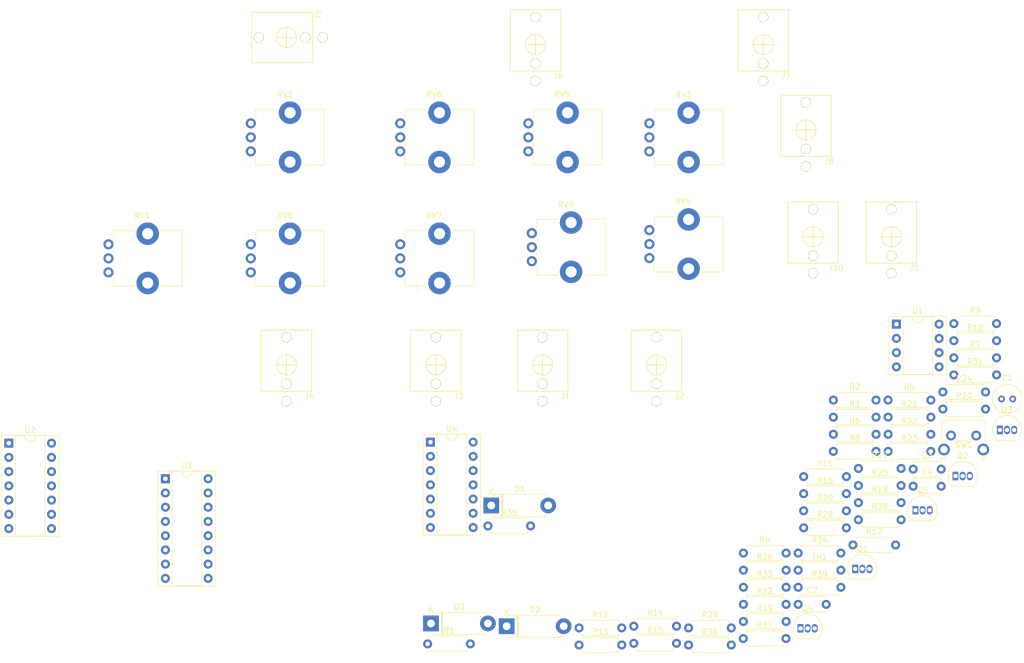
<source format=kicad_pcb>
(kicad_pcb (version 20171130) (host pcbnew 5.0.2+dfsg1-1)

  (general
    (thickness 1.6)
    (drawings 0)
    (tracks 0)
    (zones 0)
    (modules 76)
    (nets 78)
  )

  (page A4)
  (layers
    (0 F.Cu signal)
    (31 B.Cu signal)
    (32 B.Adhes user)
    (33 F.Adhes user)
    (34 B.Paste user)
    (35 F.Paste user)
    (36 B.SilkS user)
    (37 F.SilkS user)
    (38 B.Mask user)
    (39 F.Mask user)
    (40 Dwgs.User user)
    (41 Cmts.User user)
    (42 Eco1.User user)
    (43 Eco2.User user)
    (44 Edge.Cuts user)
    (45 Margin user)
    (46 B.CrtYd user)
    (47 F.CrtYd user)
    (48 B.Fab user)
    (49 F.Fab user)
  )

  (setup
    (last_trace_width 0.25)
    (trace_clearance 0.2)
    (zone_clearance 0.508)
    (zone_45_only no)
    (trace_min 0.2)
    (segment_width 0.2)
    (edge_width 0.15)
    (via_size 0.8)
    (via_drill 0.4)
    (via_min_size 0.4)
    (via_min_drill 0.3)
    (uvia_size 0.3)
    (uvia_drill 0.1)
    (uvias_allowed no)
    (uvia_min_size 0.2)
    (uvia_min_drill 0.1)
    (pcb_text_width 0.3)
    (pcb_text_size 1.5 1.5)
    (mod_edge_width 0.15)
    (mod_text_size 1 1)
    (mod_text_width 0.15)
    (pad_size 1.524 1.524)
    (pad_drill 0.762)
    (pad_to_mask_clearance 0.051)
    (solder_mask_min_width 0.25)
    (aux_axis_origin 0 0)
    (visible_elements FFFFFF7F)
    (pcbplotparams
      (layerselection 0x010fc_ffffffff)
      (usegerberextensions false)
      (usegerberattributes false)
      (usegerberadvancedattributes false)
      (creategerberjobfile false)
      (excludeedgelayer true)
      (linewidth 0.100000)
      (plotframeref false)
      (viasonmask false)
      (mode 1)
      (useauxorigin false)
      (hpglpennumber 1)
      (hpglpenspeed 20)
      (hpglpendiameter 15.000000)
      (psnegative false)
      (psa4output false)
      (plotreference true)
      (plotvalue true)
      (plotinvisibletext false)
      (padsonsilk false)
      (subtractmaskfromsilk false)
      (outputformat 1)
      (mirror false)
      (drillshape 1)
      (scaleselection 1)
      (outputdirectory ""))
  )

  (net 0 "")
  (net 1 "Net-(C1-Pad1)")
  (net 2 "Net-(C1-Pad2)")
  (net 3 /CI_1)
  (net 4 /CI_2)
  (net 5 "Net-(C3-Pad1)")
  (net 6 "Net-(C3-Pad2)")
  (net 7 "Net-(C4-Pad2)")
  (net 8 "Net-(C4-Pad1)")
  (net 9 "Net-(D1-Pad1)")
  (net 10 "Net-(D1-Pad2)")
  (net 11 "Net-(D2-Pad1)")
  (net 12 GND)
  (net 13 "Net-(D3-Pad1)")
  (net 14 "Net-(J3-Pad1)")
  (net 15 "Net-(J4-Pad1)")
  (net 16 "Net-(J5-Pad1)")
  (net 17 "Net-(J6-Pad1)")
  (net 18 "Net-(J7-Pad1)")
  (net 19 "Net-(J8-Pad2)")
  (net 20 "Net-(J8-Pad3)")
  (net 21 "Net-(J9-Pad1)")
  (net 22 "Net-(J10-Pad1)")
  (net 23 "Net-(Q1-Pad1)")
  (net 24 /Demodulator_OUT)
  (net 25 /sigin)
  (net 26 "Net-(Q4-Pad2)")
  (net 27 "Net-(Q4-Pad3)")
  (net 28 "Net-(Q4-Pad1)")
  (net 29 "Net-(Q5-Pad2)")
  (net 30 "Net-(Q5-Pad3)")
  (net 31 "Net-(Q5-Pad1)")
  (net 32 +15V)
  (net 33 "Net-(R2-Pad1)")
  (net 34 "Net-(R3-Pad2)")
  (net 35 "Net-(R4-Pad2)")
  (net 36 "Net-(R5-Pad2)")
  (net 37 "Net-(R7-Pad1)")
  (net 38 "Net-(R8-Pad1)")
  (net 39 "Net-(R11-Pad1)")
  (net 40 "Net-(R23-Pad2)")
  (net 41 "Net-(R10-Pad2)")
  (net 42 "Net-(R10-Pad1)")
  (net 43 "Net-(R11-Pad2)")
  (net 44 "Net-(R13-Pad2)")
  (net 45 "Net-(R15-Pad2)")
  (net 46 "Net-(R17-Pad2)")
  (net 47 "Net-(R22-Pad2)")
  (net 48 "Net-(R22-Pad1)")
  (net 49 "Net-(R25-Pad2)")
  (net 50 "Net-(R27-Pad1)")
  (net 51 "Net-(R29-Pad1)")
  (net 52 "Net-(R30-Pad1)")
  (net 53 "Net-(R31-Pad1)")
  (net 54 "Net-(R31-Pad2)")
  (net 55 "Net-(R32-Pad2)")
  (net 56 "Net-(R33-Pad1)")
  (net 57 "Net-(R34-Pad1)")
  (net 58 "Net-(R36-Pad2)")
  (net 59 -15V)
  (net 60 "Net-(RV4-Pad1)")
  (net 61 "Net-(RV5-Pad3)")
  (net 62 "Net-(RV6-Pad3)")
  (net 63 /VCO_OUT)
  (net 64 "Net-(U1-Pad1)")
  (net 65 "Net-(U1-Pad4)")
  (net 66 "Net-(U1-Pad8)")
  (net 67 "Net-(U2-Pad4)")
  (net 68 "Net-(U2-Pad11)")
  (net 69 "Net-(U3-Pad1)")
  (net 70 "Net-(U3-Pad2)")
  (net 71 "Net-(U3-Pad10)")
  (net 72 "Net-(U3-Pad12)")
  (net 73 "Net-(U3-Pad13)")
  (net 74 "Net-(U3-Pad15)")
  (net 75 "Net-(U4-Pad11)")
  (net 76 "Net-(U4-Pad4)")
  (net 77 "Net-(RV15-Pad2)")

  (net_class Default "This is the default net class."
    (clearance 0.2)
    (trace_width 0.25)
    (via_dia 0.8)
    (via_drill 0.4)
    (uvia_dia 0.3)
    (uvia_drill 0.1)
    (add_net +15V)
    (add_net -15V)
    (add_net /CI_1)
    (add_net /CI_2)
    (add_net /Demodulator_OUT)
    (add_net /VCO_OUT)
    (add_net /sigin)
    (add_net GND)
    (add_net "Net-(C1-Pad1)")
    (add_net "Net-(C1-Pad2)")
    (add_net "Net-(C3-Pad1)")
    (add_net "Net-(C3-Pad2)")
    (add_net "Net-(C4-Pad1)")
    (add_net "Net-(C4-Pad2)")
    (add_net "Net-(D1-Pad1)")
    (add_net "Net-(D1-Pad2)")
    (add_net "Net-(D2-Pad1)")
    (add_net "Net-(D3-Pad1)")
    (add_net "Net-(J10-Pad1)")
    (add_net "Net-(J3-Pad1)")
    (add_net "Net-(J4-Pad1)")
    (add_net "Net-(J5-Pad1)")
    (add_net "Net-(J6-Pad1)")
    (add_net "Net-(J7-Pad1)")
    (add_net "Net-(J8-Pad2)")
    (add_net "Net-(J8-Pad3)")
    (add_net "Net-(J9-Pad1)")
    (add_net "Net-(Q1-Pad1)")
    (add_net "Net-(Q4-Pad1)")
    (add_net "Net-(Q4-Pad2)")
    (add_net "Net-(Q4-Pad3)")
    (add_net "Net-(Q5-Pad1)")
    (add_net "Net-(Q5-Pad2)")
    (add_net "Net-(Q5-Pad3)")
    (add_net "Net-(R10-Pad1)")
    (add_net "Net-(R10-Pad2)")
    (add_net "Net-(R11-Pad1)")
    (add_net "Net-(R11-Pad2)")
    (add_net "Net-(R13-Pad2)")
    (add_net "Net-(R15-Pad2)")
    (add_net "Net-(R17-Pad2)")
    (add_net "Net-(R2-Pad1)")
    (add_net "Net-(R22-Pad1)")
    (add_net "Net-(R22-Pad2)")
    (add_net "Net-(R23-Pad2)")
    (add_net "Net-(R25-Pad2)")
    (add_net "Net-(R27-Pad1)")
    (add_net "Net-(R29-Pad1)")
    (add_net "Net-(R3-Pad2)")
    (add_net "Net-(R30-Pad1)")
    (add_net "Net-(R31-Pad1)")
    (add_net "Net-(R31-Pad2)")
    (add_net "Net-(R32-Pad2)")
    (add_net "Net-(R33-Pad1)")
    (add_net "Net-(R34-Pad1)")
    (add_net "Net-(R36-Pad2)")
    (add_net "Net-(R4-Pad2)")
    (add_net "Net-(R5-Pad2)")
    (add_net "Net-(R7-Pad1)")
    (add_net "Net-(R8-Pad1)")
    (add_net "Net-(RV15-Pad2)")
    (add_net "Net-(RV4-Pad1)")
    (add_net "Net-(RV5-Pad3)")
    (add_net "Net-(RV6-Pad3)")
    (add_net "Net-(U1-Pad1)")
    (add_net "Net-(U1-Pad4)")
    (add_net "Net-(U1-Pad8)")
    (add_net "Net-(U2-Pad11)")
    (add_net "Net-(U2-Pad4)")
    (add_net "Net-(U3-Pad1)")
    (add_net "Net-(U3-Pad10)")
    (add_net "Net-(U3-Pad12)")
    (add_net "Net-(U3-Pad13)")
    (add_net "Net-(U3-Pad15)")
    (add_net "Net-(U3-Pad2)")
    (add_net "Net-(U4-Pad11)")
    (add_net "Net-(U4-Pad4)")
  )

  (module Capacitor_THT:C_Radial_D5.0mm_H5.0mm_P2.00mm (layer F.Cu) (tedit 5BC5C9B9) (tstamp 5D619900)
    (at 221.595001 88.635001)
    (descr "C, Radial series, Radial, pin pitch=2.00mm, diameter=5mm, height=5mm, Non-Polar Electrolytic Capacitor")
    (tags "C Radial series Radial pin pitch 2.00mm diameter 5mm height 5mm Non-Polar Electrolytic Capacitor")
    (path /5C9C231D)
    (fp_text reference C1 (at 1 -3.75) (layer F.SilkS)
      (effects (font (size 1 1) (thickness 0.15)))
    )
    (fp_text value 100pF (at 1 3.75) (layer F.Fab)
      (effects (font (size 1 1) (thickness 0.15)))
    )
    (fp_circle (center 1 0) (end 3.5 0) (layer F.Fab) (width 0.1))
    (fp_circle (center 1 0) (end 3.62 0) (layer F.SilkS) (width 0.12))
    (fp_circle (center 1 0) (end 3.75 0) (layer F.CrtYd) (width 0.05))
    (fp_text user %R (at 1 0) (layer F.Fab)
      (effects (font (size 1 1) (thickness 0.15)))
    )
    (pad 1 thru_hole circle (at 0 0) (size 1.2 1.2) (drill 0.6) (layers *.Cu *.Mask)
      (net 1 "Net-(C1-Pad1)"))
    (pad 2 thru_hole circle (at 2 0) (size 1.2 1.2) (drill 0.6) (layers *.Cu *.Mask)
      (net 2 "Net-(C1-Pad2)"))
    (model ${KISYS3DMOD}/Capacitor_THT.3dshapes/C_Radial_D5.0mm_H5.0mm_P2.00mm.wrl
      (at (xyz 0 0 0))
      (scale (xyz 1 1 1))
      (rotate (xyz 0 0 0))
    )
  )

  (module Capacitor_THT:C_Disc_D4.7mm_W2.5mm_P5.00mm (layer F.Cu) (tedit 5AE50EF0) (tstamp 5D619915)
    (at 185.305001 125.285001)
    (descr "C, Disc series, Radial, pin pitch=5.00mm, , diameter*width=4.7*2.5mm^2, Capacitor, http://www.vishay.com/docs/45233/krseries.pdf")
    (tags "C Disc series Radial pin pitch 5.00mm  diameter 4.7mm width 2.5mm Capacitor")
    (path /5C97FD97)
    (fp_text reference C2 (at 2.5 -2.5) (layer F.SilkS)
      (effects (font (size 1 1) (thickness 0.15)))
    )
    (fp_text value 0.01u (at 2.5 2.5) (layer F.Fab)
      (effects (font (size 1 1) (thickness 0.15)))
    )
    (fp_line (start 0.15 -1.25) (end 0.15 1.25) (layer F.Fab) (width 0.1))
    (fp_line (start 0.15 1.25) (end 4.85 1.25) (layer F.Fab) (width 0.1))
    (fp_line (start 4.85 1.25) (end 4.85 -1.25) (layer F.Fab) (width 0.1))
    (fp_line (start 4.85 -1.25) (end 0.15 -1.25) (layer F.Fab) (width 0.1))
    (fp_line (start 0.03 -1.37) (end 4.97 -1.37) (layer F.SilkS) (width 0.12))
    (fp_line (start 0.03 1.37) (end 4.97 1.37) (layer F.SilkS) (width 0.12))
    (fp_line (start 0.03 -1.37) (end 0.03 -1.055) (layer F.SilkS) (width 0.12))
    (fp_line (start 0.03 1.055) (end 0.03 1.37) (layer F.SilkS) (width 0.12))
    (fp_line (start 4.97 -1.37) (end 4.97 -1.055) (layer F.SilkS) (width 0.12))
    (fp_line (start 4.97 1.055) (end 4.97 1.37) (layer F.SilkS) (width 0.12))
    (fp_line (start -1.05 -1.5) (end -1.05 1.5) (layer F.CrtYd) (width 0.05))
    (fp_line (start -1.05 1.5) (end 6.05 1.5) (layer F.CrtYd) (width 0.05))
    (fp_line (start 6.05 1.5) (end 6.05 -1.5) (layer F.CrtYd) (width 0.05))
    (fp_line (start 6.05 -1.5) (end -1.05 -1.5) (layer F.CrtYd) (width 0.05))
    (fp_text user %R (at 2.5 0) (layer F.Fab)
      (effects (font (size 0.94 0.94) (thickness 0.141)))
    )
    (pad 1 thru_hole circle (at 0 0) (size 1.6 1.6) (drill 0.8) (layers *.Cu *.Mask)
      (net 3 /CI_1))
    (pad 2 thru_hole circle (at 5 0) (size 1.6 1.6) (drill 0.8) (layers *.Cu *.Mask)
      (net 4 /CI_2))
    (model ${KISYS3DMOD}/Capacitor_THT.3dshapes/C_Disc_D4.7mm_W2.5mm_P5.00mm.wrl
      (at (xyz 0 0 0))
      (scale (xyz 1 1 1))
      (rotate (xyz 0 0 0))
    )
  )

  (module Capacitor_THT:C_Disc_D4.7mm_W2.5mm_P5.00mm (layer F.Cu) (tedit 5AE50EF0) (tstamp 5D61992A)
    (at 205.825001 101.155001)
    (descr "C, Disc series, Radial, pin pitch=5.00mm, , diameter*width=4.7*2.5mm^2, Capacitor, http://www.vishay.com/docs/45233/krseries.pdf")
    (tags "C Disc series Radial pin pitch 5.00mm  diameter 4.7mm width 2.5mm Capacitor")
    (path /5CBE049D)
    (fp_text reference C3 (at 2.5 -2.5) (layer F.SilkS)
      (effects (font (size 1 1) (thickness 0.15)))
    )
    (fp_text value 0.22u (at 2.5 2.5) (layer F.Fab)
      (effects (font (size 1 1) (thickness 0.15)))
    )
    (fp_line (start 0.15 -1.25) (end 0.15 1.25) (layer F.Fab) (width 0.1))
    (fp_line (start 0.15 1.25) (end 4.85 1.25) (layer F.Fab) (width 0.1))
    (fp_line (start 4.85 1.25) (end 4.85 -1.25) (layer F.Fab) (width 0.1))
    (fp_line (start 4.85 -1.25) (end 0.15 -1.25) (layer F.Fab) (width 0.1))
    (fp_line (start 0.03 -1.37) (end 4.97 -1.37) (layer F.SilkS) (width 0.12))
    (fp_line (start 0.03 1.37) (end 4.97 1.37) (layer F.SilkS) (width 0.12))
    (fp_line (start 0.03 -1.37) (end 0.03 -1.055) (layer F.SilkS) (width 0.12))
    (fp_line (start 0.03 1.055) (end 0.03 1.37) (layer F.SilkS) (width 0.12))
    (fp_line (start 4.97 -1.37) (end 4.97 -1.055) (layer F.SilkS) (width 0.12))
    (fp_line (start 4.97 1.055) (end 4.97 1.37) (layer F.SilkS) (width 0.12))
    (fp_line (start -1.05 -1.5) (end -1.05 1.5) (layer F.CrtYd) (width 0.05))
    (fp_line (start -1.05 1.5) (end 6.05 1.5) (layer F.CrtYd) (width 0.05))
    (fp_line (start 6.05 1.5) (end 6.05 -1.5) (layer F.CrtYd) (width 0.05))
    (fp_line (start 6.05 -1.5) (end -1.05 -1.5) (layer F.CrtYd) (width 0.05))
    (fp_text user %R (at 2.5 0) (layer F.Fab)
      (effects (font (size 0.94 0.94) (thickness 0.141)))
    )
    (pad 1 thru_hole circle (at 0 0) (size 1.6 1.6) (drill 0.8) (layers *.Cu *.Mask)
      (net 5 "Net-(C3-Pad1)"))
    (pad 2 thru_hole circle (at 5 0) (size 1.6 1.6) (drill 0.8) (layers *.Cu *.Mask)
      (net 6 "Net-(C3-Pad2)"))
    (model ${KISYS3DMOD}/Capacitor_THT.3dshapes/C_Disc_D4.7mm_W2.5mm_P5.00mm.wrl
      (at (xyz 0 0 0))
      (scale (xyz 1 1 1))
      (rotate (xyz 0 0 0))
    )
  )

  (module Capacitor_THT:C_Disc_D4.7mm_W2.5mm_P5.00mm (layer F.Cu) (tedit 5AE50EF0) (tstamp 5D61993F)
    (at 205.825001 104.205001)
    (descr "C, Disc series, Radial, pin pitch=5.00mm, , diameter*width=4.7*2.5mm^2, Capacitor, http://www.vishay.com/docs/45233/krseries.pdf")
    (tags "C Disc series Radial pin pitch 5.00mm  diameter 4.7mm width 2.5mm Capacitor")
    (path /5CC0C80E)
    (fp_text reference C4 (at 2.5 -2.5) (layer F.SilkS)
      (effects (font (size 1 1) (thickness 0.15)))
    )
    (fp_text value 470p (at 2.5 2.5) (layer F.Fab)
      (effects (font (size 1 1) (thickness 0.15)))
    )
    (fp_text user %R (at 2.5 0) (layer F.Fab)
      (effects (font (size 0.94 0.94) (thickness 0.141)))
    )
    (fp_line (start 6.05 -1.5) (end -1.05 -1.5) (layer F.CrtYd) (width 0.05))
    (fp_line (start 6.05 1.5) (end 6.05 -1.5) (layer F.CrtYd) (width 0.05))
    (fp_line (start -1.05 1.5) (end 6.05 1.5) (layer F.CrtYd) (width 0.05))
    (fp_line (start -1.05 -1.5) (end -1.05 1.5) (layer F.CrtYd) (width 0.05))
    (fp_line (start 4.97 1.055) (end 4.97 1.37) (layer F.SilkS) (width 0.12))
    (fp_line (start 4.97 -1.37) (end 4.97 -1.055) (layer F.SilkS) (width 0.12))
    (fp_line (start 0.03 1.055) (end 0.03 1.37) (layer F.SilkS) (width 0.12))
    (fp_line (start 0.03 -1.37) (end 0.03 -1.055) (layer F.SilkS) (width 0.12))
    (fp_line (start 0.03 1.37) (end 4.97 1.37) (layer F.SilkS) (width 0.12))
    (fp_line (start 0.03 -1.37) (end 4.97 -1.37) (layer F.SilkS) (width 0.12))
    (fp_line (start 4.85 -1.25) (end 0.15 -1.25) (layer F.Fab) (width 0.1))
    (fp_line (start 4.85 1.25) (end 4.85 -1.25) (layer F.Fab) (width 0.1))
    (fp_line (start 0.15 1.25) (end 4.85 1.25) (layer F.Fab) (width 0.1))
    (fp_line (start 0.15 -1.25) (end 0.15 1.25) (layer F.Fab) (width 0.1))
    (pad 2 thru_hole circle (at 5 0) (size 1.6 1.6) (drill 0.8) (layers *.Cu *.Mask)
      (net 7 "Net-(C4-Pad2)"))
    (pad 1 thru_hole circle (at 0 0) (size 1.6 1.6) (drill 0.8) (layers *.Cu *.Mask)
      (net 8 "Net-(C4-Pad1)"))
    (model ${KISYS3DMOD}/Capacitor_THT.3dshapes/C_Disc_D4.7mm_W2.5mm_P5.00mm.wrl
      (at (xyz 0 0 0))
      (scale (xyz 1 1 1))
      (rotate (xyz 0 0 0))
    )
  )

  (module Diode_THT:D_5W_P10.16mm_Horizontal (layer F.Cu) (tedit 5AE50CD5) (tstamp 5D61995E)
    (at 130.535001 107.635001)
    (descr "Diode, 5W series, Axial, Horizontal, pin pitch=10.16mm, , length*diameter=8.9*3.7mm^2, , http://www.diodes.com/_files/packages/8686949.gif")
    (tags "Diode 5W series Axial Horizontal pin pitch 10.16mm  length 8.9mm diameter 3.7mm")
    (path /5C9C3B5E)
    (fp_text reference D1 (at 5.08 -2.97) (layer F.SilkS)
      (effects (font (size 1 1) (thickness 0.15)))
    )
    (fp_text value D (at 5.08 2.97) (layer F.Fab)
      (effects (font (size 1 1) (thickness 0.15)))
    )
    (fp_line (start 0.63 -1.85) (end 0.63 1.85) (layer F.Fab) (width 0.1))
    (fp_line (start 0.63 1.85) (end 9.53 1.85) (layer F.Fab) (width 0.1))
    (fp_line (start 9.53 1.85) (end 9.53 -1.85) (layer F.Fab) (width 0.1))
    (fp_line (start 9.53 -1.85) (end 0.63 -1.85) (layer F.Fab) (width 0.1))
    (fp_line (start 0 0) (end 0.63 0) (layer F.Fab) (width 0.1))
    (fp_line (start 10.16 0) (end 9.53 0) (layer F.Fab) (width 0.1))
    (fp_line (start 1.965 -1.85) (end 1.965 1.85) (layer F.Fab) (width 0.1))
    (fp_line (start 2.065 -1.85) (end 2.065 1.85) (layer F.Fab) (width 0.1))
    (fp_line (start 1.865 -1.85) (end 1.865 1.85) (layer F.Fab) (width 0.1))
    (fp_line (start 0.51 -1.64) (end 0.51 -1.97) (layer F.SilkS) (width 0.12))
    (fp_line (start 0.51 -1.97) (end 9.65 -1.97) (layer F.SilkS) (width 0.12))
    (fp_line (start 9.65 -1.97) (end 9.65 -1.64) (layer F.SilkS) (width 0.12))
    (fp_line (start 0.51 1.64) (end 0.51 1.97) (layer F.SilkS) (width 0.12))
    (fp_line (start 0.51 1.97) (end 9.65 1.97) (layer F.SilkS) (width 0.12))
    (fp_line (start 9.65 1.97) (end 9.65 1.64) (layer F.SilkS) (width 0.12))
    (fp_line (start 1.965 -1.97) (end 1.965 1.97) (layer F.SilkS) (width 0.12))
    (fp_line (start 2.085 -1.97) (end 2.085 1.97) (layer F.SilkS) (width 0.12))
    (fp_line (start 1.845 -1.97) (end 1.845 1.97) (layer F.SilkS) (width 0.12))
    (fp_line (start -1.65 -2.1) (end -1.65 2.1) (layer F.CrtYd) (width 0.05))
    (fp_line (start -1.65 2.1) (end 11.81 2.1) (layer F.CrtYd) (width 0.05))
    (fp_line (start 11.81 2.1) (end 11.81 -2.1) (layer F.CrtYd) (width 0.05))
    (fp_line (start 11.81 -2.1) (end -1.65 -2.1) (layer F.CrtYd) (width 0.05))
    (fp_text user %R (at 5.7475 0) (layer F.Fab)
      (effects (font (size 1 1) (thickness 0.15)))
    )
    (fp_text user K (at 0 -2.4) (layer F.Fab)
      (effects (font (size 1 1) (thickness 0.15)))
    )
    (fp_text user K (at 0 -2.4) (layer F.SilkS)
      (effects (font (size 1 1) (thickness 0.15)))
    )
    (pad 1 thru_hole rect (at 0 0) (size 2.8 2.8) (drill 1.4) (layers *.Cu *.Mask)
      (net 9 "Net-(D1-Pad1)"))
    (pad 2 thru_hole oval (at 10.16 0) (size 2.8 2.8) (drill 1.4) (layers *.Cu *.Mask)
      (net 10 "Net-(D1-Pad2)"))
    (model ${KISYS3DMOD}/Diode_THT.3dshapes/D_5W_P10.16mm_Horizontal.wrl
      (at (xyz 0 0 0))
      (scale (xyz 1 1 1))
      (rotate (xyz 0 0 0))
    )
  )

  (module Diode_THT:D_5W_P10.16mm_Horizontal (layer F.Cu) (tedit 5AE50CD5) (tstamp 5D61997D)
    (at 133.295001 129.185001)
    (descr "Diode, 5W series, Axial, Horizontal, pin pitch=10.16mm, , length*diameter=8.9*3.7mm^2, , http://www.diodes.com/_files/packages/8686949.gif")
    (tags "Diode 5W series Axial Horizontal pin pitch 10.16mm  length 8.9mm diameter 3.7mm")
    (path /5C9C3BF6)
    (fp_text reference D2 (at 5.08 -2.97) (layer F.SilkS)
      (effects (font (size 1 1) (thickness 0.15)))
    )
    (fp_text value D (at 5.08 2.97) (layer F.Fab)
      (effects (font (size 1 1) (thickness 0.15)))
    )
    (fp_line (start 0.63 -1.85) (end 0.63 1.85) (layer F.Fab) (width 0.1))
    (fp_line (start 0.63 1.85) (end 9.53 1.85) (layer F.Fab) (width 0.1))
    (fp_line (start 9.53 1.85) (end 9.53 -1.85) (layer F.Fab) (width 0.1))
    (fp_line (start 9.53 -1.85) (end 0.63 -1.85) (layer F.Fab) (width 0.1))
    (fp_line (start 0 0) (end 0.63 0) (layer F.Fab) (width 0.1))
    (fp_line (start 10.16 0) (end 9.53 0) (layer F.Fab) (width 0.1))
    (fp_line (start 1.965 -1.85) (end 1.965 1.85) (layer F.Fab) (width 0.1))
    (fp_line (start 2.065 -1.85) (end 2.065 1.85) (layer F.Fab) (width 0.1))
    (fp_line (start 1.865 -1.85) (end 1.865 1.85) (layer F.Fab) (width 0.1))
    (fp_line (start 0.51 -1.64) (end 0.51 -1.97) (layer F.SilkS) (width 0.12))
    (fp_line (start 0.51 -1.97) (end 9.65 -1.97) (layer F.SilkS) (width 0.12))
    (fp_line (start 9.65 -1.97) (end 9.65 -1.64) (layer F.SilkS) (width 0.12))
    (fp_line (start 0.51 1.64) (end 0.51 1.97) (layer F.SilkS) (width 0.12))
    (fp_line (start 0.51 1.97) (end 9.65 1.97) (layer F.SilkS) (width 0.12))
    (fp_line (start 9.65 1.97) (end 9.65 1.64) (layer F.SilkS) (width 0.12))
    (fp_line (start 1.965 -1.97) (end 1.965 1.97) (layer F.SilkS) (width 0.12))
    (fp_line (start 2.085 -1.97) (end 2.085 1.97) (layer F.SilkS) (width 0.12))
    (fp_line (start 1.845 -1.97) (end 1.845 1.97) (layer F.SilkS) (width 0.12))
    (fp_line (start -1.65 -2.1) (end -1.65 2.1) (layer F.CrtYd) (width 0.05))
    (fp_line (start -1.65 2.1) (end 11.81 2.1) (layer F.CrtYd) (width 0.05))
    (fp_line (start 11.81 2.1) (end 11.81 -2.1) (layer F.CrtYd) (width 0.05))
    (fp_line (start 11.81 -2.1) (end -1.65 -2.1) (layer F.CrtYd) (width 0.05))
    (fp_text user %R (at 5.7475 0) (layer F.Fab)
      (effects (font (size 1 1) (thickness 0.15)))
    )
    (fp_text user K (at 0 -2.4) (layer F.Fab)
      (effects (font (size 1 1) (thickness 0.15)))
    )
    (fp_text user K (at 0 -2.4) (layer F.SilkS)
      (effects (font (size 1 1) (thickness 0.15)))
    )
    (pad 1 thru_hole rect (at 0 0) (size 2.8 2.8) (drill 1.4) (layers *.Cu *.Mask)
      (net 11 "Net-(D2-Pad1)"))
    (pad 2 thru_hole oval (at 10.16 0) (size 2.8 2.8) (drill 1.4) (layers *.Cu *.Mask)
      (net 9 "Net-(D1-Pad1)"))
    (model ${KISYS3DMOD}/Diode_THT.3dshapes/D_5W_P10.16mm_Horizontal.wrl
      (at (xyz 0 0 0))
      (scale (xyz 1 1 1))
      (rotate (xyz 0 0 0))
    )
  )

  (module Diode_THT:D_5W_P10.16mm_Horizontal (layer F.Cu) (tedit 5AE50CD5) (tstamp 5D61999C)
    (at 119.785001 128.685001)
    (descr "Diode, 5W series, Axial, Horizontal, pin pitch=10.16mm, , length*diameter=8.9*3.7mm^2, , http://www.diodes.com/_files/packages/8686949.gif")
    (tags "Diode 5W series Axial Horizontal pin pitch 10.16mm  length 8.9mm diameter 3.7mm")
    (path /5CC141EA)
    (fp_text reference D3 (at 5.08 -2.97) (layer F.SilkS)
      (effects (font (size 1 1) (thickness 0.15)))
    )
    (fp_text value D (at 5.08 2.97) (layer F.Fab)
      (effects (font (size 1 1) (thickness 0.15)))
    )
    (fp_text user K (at 0 -2.4) (layer F.SilkS)
      (effects (font (size 1 1) (thickness 0.15)))
    )
    (fp_text user K (at 0 -2.4) (layer F.Fab)
      (effects (font (size 1 1) (thickness 0.15)))
    )
    (fp_text user %R (at 5.7475 0) (layer F.Fab)
      (effects (font (size 1 1) (thickness 0.15)))
    )
    (fp_line (start 11.81 -2.1) (end -1.65 -2.1) (layer F.CrtYd) (width 0.05))
    (fp_line (start 11.81 2.1) (end 11.81 -2.1) (layer F.CrtYd) (width 0.05))
    (fp_line (start -1.65 2.1) (end 11.81 2.1) (layer F.CrtYd) (width 0.05))
    (fp_line (start -1.65 -2.1) (end -1.65 2.1) (layer F.CrtYd) (width 0.05))
    (fp_line (start 1.845 -1.97) (end 1.845 1.97) (layer F.SilkS) (width 0.12))
    (fp_line (start 2.085 -1.97) (end 2.085 1.97) (layer F.SilkS) (width 0.12))
    (fp_line (start 1.965 -1.97) (end 1.965 1.97) (layer F.SilkS) (width 0.12))
    (fp_line (start 9.65 1.97) (end 9.65 1.64) (layer F.SilkS) (width 0.12))
    (fp_line (start 0.51 1.97) (end 9.65 1.97) (layer F.SilkS) (width 0.12))
    (fp_line (start 0.51 1.64) (end 0.51 1.97) (layer F.SilkS) (width 0.12))
    (fp_line (start 9.65 -1.97) (end 9.65 -1.64) (layer F.SilkS) (width 0.12))
    (fp_line (start 0.51 -1.97) (end 9.65 -1.97) (layer F.SilkS) (width 0.12))
    (fp_line (start 0.51 -1.64) (end 0.51 -1.97) (layer F.SilkS) (width 0.12))
    (fp_line (start 1.865 -1.85) (end 1.865 1.85) (layer F.Fab) (width 0.1))
    (fp_line (start 2.065 -1.85) (end 2.065 1.85) (layer F.Fab) (width 0.1))
    (fp_line (start 1.965 -1.85) (end 1.965 1.85) (layer F.Fab) (width 0.1))
    (fp_line (start 10.16 0) (end 9.53 0) (layer F.Fab) (width 0.1))
    (fp_line (start 0 0) (end 0.63 0) (layer F.Fab) (width 0.1))
    (fp_line (start 9.53 -1.85) (end 0.63 -1.85) (layer F.Fab) (width 0.1))
    (fp_line (start 9.53 1.85) (end 9.53 -1.85) (layer F.Fab) (width 0.1))
    (fp_line (start 0.63 1.85) (end 9.53 1.85) (layer F.Fab) (width 0.1))
    (fp_line (start 0.63 -1.85) (end 0.63 1.85) (layer F.Fab) (width 0.1))
    (pad 2 thru_hole oval (at 10.16 0) (size 2.8 2.8) (drill 1.4) (layers *.Cu *.Mask)
      (net 12 GND))
    (pad 1 thru_hole rect (at 0 0) (size 2.8 2.8) (drill 1.4) (layers *.Cu *.Mask)
      (net 13 "Net-(D3-Pad1)"))
    (model ${KISYS3DMOD}/Diode_THT.3dshapes/D_5W_P10.16mm_Horizontal.wrl
      (at (xyz 0 0 0))
      (scale (xyz 1 1 1))
      (rotate (xyz 0 0 0))
    )
  )

  (module Eurocad:PJ301M-12 (layer F.Cu) (tedit 5819F691) (tstamp 5D6199AA)
    (at 139.7 82.55)
    (path /5CBF5F2F)
    (fp_text reference J1 (at 4.064 5.588) (layer F.SilkS)
      (effects (font (size 1 1) (thickness 0.15)))
    )
    (fp_text value "Linear FM" (at 0 -7.112) (layer F.Fab)
      (effects (font (size 1 1) (thickness 0.15)))
    )
    (fp_line (start -4.5 -6.2) (end 4.5 -6.2) (layer F.SilkS) (width 0.15))
    (fp_line (start -4.5 4.7) (end 4.5 4.7) (layer F.SilkS) (width 0.15))
    (fp_line (start -4.5 -6.2) (end -4.5 4.7) (layer F.SilkS) (width 0.15))
    (fp_line (start 4.5 -6.2) (end 4.5 4.7) (layer F.SilkS) (width 0.15))
    (fp_circle (center 0 0) (end 1.8 0) (layer F.SilkS) (width 0.15))
    (fp_line (start 0 -1.8) (end 0 1.8) (layer F.SilkS) (width 0.15))
    (fp_line (start -1.8 0) (end 1.8 0) (layer F.SilkS) (width 0.15))
    (pad 3 thru_hole circle (at 0 -4.92) (size 1.8 1.8) (drill 1.6) (layers *.Cu *.Mask F.SilkS))
    (pad 1 thru_hole circle (at 0 6.48) (size 1.8 1.8) (drill 1.6) (layers *.Cu *.Mask F.SilkS)
      (net 6 "Net-(C3-Pad2)"))
    (pad 2 thru_hole circle (at 0 3.38) (size 1.8 1.8) (drill 1.6) (layers *.Cu *.Mask F.SilkS))
  )

  (module Eurocad:PJ301M-12 (layer F.Cu) (tedit 5819F691) (tstamp 5D6199B8)
    (at 160.02 82.55)
    (path /5CC0C326)
    (fp_text reference J2 (at 4.064 5.588) (layer F.SilkS)
      (effects (font (size 1 1) (thickness 0.15)))
    )
    (fp_text value "Hard Sync" (at 0 -7.112) (layer F.Fab)
      (effects (font (size 1 1) (thickness 0.15)))
    )
    (fp_line (start -1.8 0) (end 1.8 0) (layer F.SilkS) (width 0.15))
    (fp_line (start 0 -1.8) (end 0 1.8) (layer F.SilkS) (width 0.15))
    (fp_circle (center 0 0) (end 1.8 0) (layer F.SilkS) (width 0.15))
    (fp_line (start 4.5 -6.2) (end 4.5 4.7) (layer F.SilkS) (width 0.15))
    (fp_line (start -4.5 -6.2) (end -4.5 4.7) (layer F.SilkS) (width 0.15))
    (fp_line (start -4.5 4.7) (end 4.5 4.7) (layer F.SilkS) (width 0.15))
    (fp_line (start -4.5 -6.2) (end 4.5 -6.2) (layer F.SilkS) (width 0.15))
    (pad 2 thru_hole circle (at 0 3.38) (size 1.8 1.8) (drill 1.6) (layers *.Cu *.Mask F.SilkS))
    (pad 1 thru_hole circle (at 0 6.48) (size 1.8 1.8) (drill 1.6) (layers *.Cu *.Mask F.SilkS)
      (net 7 "Net-(C4-Pad2)"))
    (pad 3 thru_hole circle (at 0 -4.92) (size 1.8 1.8) (drill 1.6) (layers *.Cu *.Mask F.SilkS))
  )

  (module Eurocad:PJ301M-12 (layer F.Cu) (tedit 5819F691) (tstamp 5D6199C6)
    (at 120.65 82.55)
    (path /5CBC8A71)
    (fp_text reference J3 (at 4.064 5.588) (layer F.SilkS)
      (effects (font (size 1 1) (thickness 0.15)))
    )
    (fp_text value "EXP FM" (at 0 -7.112) (layer F.Fab)
      (effects (font (size 1 1) (thickness 0.15)))
    )
    (fp_line (start -1.8 0) (end 1.8 0) (layer F.SilkS) (width 0.15))
    (fp_line (start 0 -1.8) (end 0 1.8) (layer F.SilkS) (width 0.15))
    (fp_circle (center 0 0) (end 1.8 0) (layer F.SilkS) (width 0.15))
    (fp_line (start 4.5 -6.2) (end 4.5 4.7) (layer F.SilkS) (width 0.15))
    (fp_line (start -4.5 -6.2) (end -4.5 4.7) (layer F.SilkS) (width 0.15))
    (fp_line (start -4.5 4.7) (end 4.5 4.7) (layer F.SilkS) (width 0.15))
    (fp_line (start -4.5 -6.2) (end 4.5 -6.2) (layer F.SilkS) (width 0.15))
    (pad 2 thru_hole circle (at 0 3.38) (size 1.8 1.8) (drill 1.6) (layers *.Cu *.Mask F.SilkS))
    (pad 1 thru_hole circle (at 0 6.48) (size 1.8 1.8) (drill 1.6) (layers *.Cu *.Mask F.SilkS)
      (net 14 "Net-(J3-Pad1)"))
    (pad 3 thru_hole circle (at 0 -4.92) (size 1.8 1.8) (drill 1.6) (layers *.Cu *.Mask F.SilkS))
  )

  (module Eurocad:PJ301M-12 (layer F.Cu) (tedit 5819F691) (tstamp 5D6199D4)
    (at 93.98 82.55)
    (path /5CBC58FC)
    (fp_text reference J4 (at 4.064 5.588) (layer F.SilkS)
      (effects (font (size 1 1) (thickness 0.15)))
    )
    (fp_text value 1V/OCT (at 0 -7.112) (layer F.Fab)
      (effects (font (size 1 1) (thickness 0.15)))
    )
    (fp_line (start -4.5 -6.2) (end 4.5 -6.2) (layer F.SilkS) (width 0.15))
    (fp_line (start -4.5 4.7) (end 4.5 4.7) (layer F.SilkS) (width 0.15))
    (fp_line (start -4.5 -6.2) (end -4.5 4.7) (layer F.SilkS) (width 0.15))
    (fp_line (start 4.5 -6.2) (end 4.5 4.7) (layer F.SilkS) (width 0.15))
    (fp_circle (center 0 0) (end 1.8 0) (layer F.SilkS) (width 0.15))
    (fp_line (start 0 -1.8) (end 0 1.8) (layer F.SilkS) (width 0.15))
    (fp_line (start -1.8 0) (end 1.8 0) (layer F.SilkS) (width 0.15))
    (pad 3 thru_hole circle (at 0 -4.92) (size 1.8 1.8) (drill 1.6) (layers *.Cu *.Mask F.SilkS))
    (pad 1 thru_hole circle (at 0 6.48) (size 1.8 1.8) (drill 1.6) (layers *.Cu *.Mask F.SilkS)
      (net 15 "Net-(J4-Pad1)"))
    (pad 2 thru_hole circle (at 0 3.38) (size 1.8 1.8) (drill 1.6) (layers *.Cu *.Mask F.SilkS))
  )

  (module Eurocad:PJ301M-12 (layer F.Cu) (tedit 5819F691) (tstamp 5D6199E2)
    (at 201.93 59.69)
    (path /5CF256F1)
    (fp_text reference J5 (at 4.064 5.588) (layer F.SilkS)
      (effects (font (size 1 1) (thickness 0.15)))
    )
    (fp_text value PWM (at 0 -7.112) (layer F.Fab)
      (effects (font (size 1 1) (thickness 0.15)))
    )
    (fp_line (start -4.5 -6.2) (end 4.5 -6.2) (layer F.SilkS) (width 0.15))
    (fp_line (start -4.5 4.7) (end 4.5 4.7) (layer F.SilkS) (width 0.15))
    (fp_line (start -4.5 -6.2) (end -4.5 4.7) (layer F.SilkS) (width 0.15))
    (fp_line (start 4.5 -6.2) (end 4.5 4.7) (layer F.SilkS) (width 0.15))
    (fp_circle (center 0 0) (end 1.8 0) (layer F.SilkS) (width 0.15))
    (fp_line (start 0 -1.8) (end 0 1.8) (layer F.SilkS) (width 0.15))
    (fp_line (start -1.8 0) (end 1.8 0) (layer F.SilkS) (width 0.15))
    (pad 3 thru_hole circle (at 0 -4.92) (size 1.8 1.8) (drill 1.6) (layers *.Cu *.Mask F.SilkS))
    (pad 1 thru_hole circle (at 0 6.48) (size 1.8 1.8) (drill 1.6) (layers *.Cu *.Mask F.SilkS)
      (net 16 "Net-(J5-Pad1)"))
    (pad 2 thru_hole circle (at 0 3.38) (size 1.8 1.8) (drill 1.6) (layers *.Cu *.Mask F.SilkS))
  )

  (module Eurocad:PJ301M-12 (layer F.Cu) (tedit 5819F691) (tstamp 5D6199F0)
    (at 138.43 25.4)
    (path /5CDBA71C)
    (fp_text reference J6 (at 4.064 5.588) (layer F.SilkS)
      (effects (font (size 1 1) (thickness 0.15)))
    )
    (fp_text value Triangle (at 0 -7.112) (layer F.Fab)
      (effects (font (size 1 1) (thickness 0.15)))
    )
    (fp_line (start -4.5 -6.2) (end 4.5 -6.2) (layer F.SilkS) (width 0.15))
    (fp_line (start -4.5 4.7) (end 4.5 4.7) (layer F.SilkS) (width 0.15))
    (fp_line (start -4.5 -6.2) (end -4.5 4.7) (layer F.SilkS) (width 0.15))
    (fp_line (start 4.5 -6.2) (end 4.5 4.7) (layer F.SilkS) (width 0.15))
    (fp_circle (center 0 0) (end 1.8 0) (layer F.SilkS) (width 0.15))
    (fp_line (start 0 -1.8) (end 0 1.8) (layer F.SilkS) (width 0.15))
    (fp_line (start -1.8 0) (end 1.8 0) (layer F.SilkS) (width 0.15))
    (pad 3 thru_hole circle (at 0 -4.92) (size 1.8 1.8) (drill 1.6) (layers *.Cu *.Mask F.SilkS))
    (pad 1 thru_hole circle (at 0 6.48) (size 1.8 1.8) (drill 1.6) (layers *.Cu *.Mask F.SilkS)
      (net 17 "Net-(J6-Pad1)"))
    (pad 2 thru_hole circle (at 0 3.38) (size 1.8 1.8) (drill 1.6) (layers *.Cu *.Mask F.SilkS))
  )

  (module Eurocad:PJ301M-12 (layer F.Cu) (tedit 5819F691) (tstamp 5D6199FE)
    (at 179.07 25.4)
    (path /5CDF84AA)
    (fp_text reference J7 (at 4.064 5.588) (layer F.SilkS)
      (effects (font (size 1 1) (thickness 0.15)))
    )
    (fp_text value RAMPOID (at 0 -7.112) (layer F.Fab)
      (effects (font (size 1 1) (thickness 0.15)))
    )
    (fp_line (start -1.8 0) (end 1.8 0) (layer F.SilkS) (width 0.15))
    (fp_line (start 0 -1.8) (end 0 1.8) (layer F.SilkS) (width 0.15))
    (fp_circle (center 0 0) (end 1.8 0) (layer F.SilkS) (width 0.15))
    (fp_line (start 4.5 -6.2) (end 4.5 4.7) (layer F.SilkS) (width 0.15))
    (fp_line (start -4.5 -6.2) (end -4.5 4.7) (layer F.SilkS) (width 0.15))
    (fp_line (start -4.5 4.7) (end 4.5 4.7) (layer F.SilkS) (width 0.15))
    (fp_line (start -4.5 -6.2) (end 4.5 -6.2) (layer F.SilkS) (width 0.15))
    (pad 2 thru_hole circle (at 0 3.38) (size 1.8 1.8) (drill 1.6) (layers *.Cu *.Mask F.SilkS))
    (pad 1 thru_hole circle (at 0 6.48) (size 1.8 1.8) (drill 1.6) (layers *.Cu *.Mask F.SilkS)
      (net 18 "Net-(J7-Pad1)"))
    (pad 3 thru_hole circle (at 0 -4.92) (size 1.8 1.8) (drill 1.6) (layers *.Cu *.Mask F.SilkS))
  )

  (module Eurocad:PJ301M-12 (layer F.Cu) (tedit 5819F691) (tstamp 5D619A0C)
    (at 186.69 40.64)
    (path /5D4AC4E4)
    (fp_text reference J8 (at 4.064 5.588) (layer F.SilkS)
      (effects (font (size 1 1) (thickness 0.15)))
    )
    (fp_text value PJ301M-12 (at 0 -7.112) (layer F.Fab)
      (effects (font (size 1 1) (thickness 0.15)))
    )
    (fp_line (start -1.8 0) (end 1.8 0) (layer F.SilkS) (width 0.15))
    (fp_line (start 0 -1.8) (end 0 1.8) (layer F.SilkS) (width 0.15))
    (fp_circle (center 0 0) (end 1.8 0) (layer F.SilkS) (width 0.15))
    (fp_line (start 4.5 -6.2) (end 4.5 4.7) (layer F.SilkS) (width 0.15))
    (fp_line (start -4.5 -6.2) (end -4.5 4.7) (layer F.SilkS) (width 0.15))
    (fp_line (start -4.5 4.7) (end 4.5 4.7) (layer F.SilkS) (width 0.15))
    (fp_line (start -4.5 -6.2) (end 4.5 -6.2) (layer F.SilkS) (width 0.15))
    (pad 2 thru_hole circle (at 0 3.38) (size 1.8 1.8) (drill 1.6) (layers *.Cu *.Mask F.SilkS)
      (net 19 "Net-(J8-Pad2)"))
    (pad 1 thru_hole circle (at 0 6.48) (size 1.8 1.8) (drill 1.6) (layers *.Cu *.Mask F.SilkS)
      (net 12 GND))
    (pad 3 thru_hole circle (at 0 -4.92) (size 1.8 1.8) (drill 1.6) (layers *.Cu *.Mask F.SilkS)
      (net 20 "Net-(J8-Pad3)"))
  )

  (module Eurocad:PJ301M-12 (layer F.Cu) (tedit 5819F691) (tstamp 5D619A1A)
    (at 93.98 24.13 90)
    (path /5CED0F33)
    (fp_text reference J9 (at 4.064 5.588 90) (layer F.SilkS)
      (effects (font (size 1 1) (thickness 0.15)))
    )
    (fp_text value SINE (at 0 -7.112 90) (layer F.Fab)
      (effects (font (size 1 1) (thickness 0.15)))
    )
    (fp_line (start -1.8 0) (end 1.8 0) (layer F.SilkS) (width 0.15))
    (fp_line (start 0 -1.8) (end 0 1.8) (layer F.SilkS) (width 0.15))
    (fp_circle (center 0 0) (end 1.8 0) (layer F.SilkS) (width 0.15))
    (fp_line (start 4.5 -6.2) (end 4.5 4.7) (layer F.SilkS) (width 0.15))
    (fp_line (start -4.5 -6.2) (end -4.5 4.7) (layer F.SilkS) (width 0.15))
    (fp_line (start -4.5 4.7) (end 4.5 4.7) (layer F.SilkS) (width 0.15))
    (fp_line (start -4.5 -6.2) (end 4.5 -6.2) (layer F.SilkS) (width 0.15))
    (pad 2 thru_hole circle (at 0 3.38 90) (size 1.8 1.8) (drill 1.6) (layers *.Cu *.Mask F.SilkS))
    (pad 1 thru_hole circle (at 0 6.48 90) (size 1.8 1.8) (drill 1.6) (layers *.Cu *.Mask F.SilkS)
      (net 21 "Net-(J9-Pad1)"))
    (pad 3 thru_hole circle (at 0 -4.92 90) (size 1.8 1.8) (drill 1.6) (layers *.Cu *.Mask F.SilkS))
  )

  (module Eurocad:PJ301M-12 (layer F.Cu) (tedit 5819F691) (tstamp 5D619A28)
    (at 187.96 59.69)
    (path /5CEFBB35)
    (fp_text reference J10 (at 4.064 5.588) (layer F.SilkS)
      (effects (font (size 1 1) (thickness 0.15)))
    )
    (fp_text value PULSE (at 0 -7.112) (layer F.Fab)
      (effects (font (size 1 1) (thickness 0.15)))
    )
    (fp_line (start -4.5 -6.2) (end 4.5 -6.2) (layer F.SilkS) (width 0.15))
    (fp_line (start -4.5 4.7) (end 4.5 4.7) (layer F.SilkS) (width 0.15))
    (fp_line (start -4.5 -6.2) (end -4.5 4.7) (layer F.SilkS) (width 0.15))
    (fp_line (start 4.5 -6.2) (end 4.5 4.7) (layer F.SilkS) (width 0.15))
    (fp_circle (center 0 0) (end 1.8 0) (layer F.SilkS) (width 0.15))
    (fp_line (start 0 -1.8) (end 0 1.8) (layer F.SilkS) (width 0.15))
    (fp_line (start -1.8 0) (end 1.8 0) (layer F.SilkS) (width 0.15))
    (pad 3 thru_hole circle (at 0 -4.92) (size 1.8 1.8) (drill 1.6) (layers *.Cu *.Mask F.SilkS))
    (pad 1 thru_hole circle (at 0 6.48) (size 1.8 1.8) (drill 1.6) (layers *.Cu *.Mask F.SilkS)
      (net 22 "Net-(J10-Pad1)"))
    (pad 2 thru_hole circle (at 0 3.38) (size 1.8 1.8) (drill 1.6) (layers *.Cu *.Mask F.SilkS))
  )

  (module Package_TO_SOT_THT:TO-92_Inline (layer F.Cu) (tedit 5A1DD157) (tstamp 5D619A3A)
    (at 195.485001 118.965001)
    (descr "TO-92 leads in-line, narrow, oval pads, drill 0.75mm (see NXP sot054_po.pdf)")
    (tags "to-92 sc-43 sc-43a sot54 PA33 transistor")
    (path /5C9C0BFE)
    (fp_text reference Q1 (at 1.27 -3.56) (layer F.SilkS)
      (effects (font (size 1 1) (thickness 0.15)))
    )
    (fp_text value 2N3904 (at 1.27 2.79) (layer F.Fab)
      (effects (font (size 1 1) (thickness 0.15)))
    )
    (fp_arc (start 1.27 0) (end 1.27 -2.6) (angle 135) (layer F.SilkS) (width 0.12))
    (fp_arc (start 1.27 0) (end 1.27 -2.48) (angle -135) (layer F.Fab) (width 0.1))
    (fp_arc (start 1.27 0) (end 1.27 -2.6) (angle -135) (layer F.SilkS) (width 0.12))
    (fp_arc (start 1.27 0) (end 1.27 -2.48) (angle 135) (layer F.Fab) (width 0.1))
    (fp_line (start 4 2.01) (end -1.46 2.01) (layer F.CrtYd) (width 0.05))
    (fp_line (start 4 2.01) (end 4 -2.73) (layer F.CrtYd) (width 0.05))
    (fp_line (start -1.46 -2.73) (end -1.46 2.01) (layer F.CrtYd) (width 0.05))
    (fp_line (start -1.46 -2.73) (end 4 -2.73) (layer F.CrtYd) (width 0.05))
    (fp_line (start -0.5 1.75) (end 3 1.75) (layer F.Fab) (width 0.1))
    (fp_line (start -0.53 1.85) (end 3.07 1.85) (layer F.SilkS) (width 0.12))
    (fp_text user %R (at 1.27 -3.56) (layer F.Fab)
      (effects (font (size 1 1) (thickness 0.15)))
    )
    (pad 1 thru_hole rect (at 0 0) (size 1.05 1.5) (drill 0.75) (layers *.Cu *.Mask)
      (net 23 "Net-(Q1-Pad1)"))
    (pad 3 thru_hole oval (at 2.54 0) (size 1.05 1.5) (drill 0.75) (layers *.Cu *.Mask)
      (net 2 "Net-(C1-Pad2)"))
    (pad 2 thru_hole oval (at 1.27 0) (size 1.05 1.5) (drill 0.75) (layers *.Cu *.Mask)
      (net 10 "Net-(D1-Pad2)"))
    (model ${KISYS3DMOD}/Package_TO_SOT_THT.3dshapes/TO-92_Inline.wrl
      (at (xyz 0 0 0))
      (scale (xyz 1 1 1))
      (rotate (xyz 0 0 0))
    )
  )

  (module Package_TO_SOT_THT:TO-92_Inline (layer F.Cu) (tedit 5A1DD157) (tstamp 5D619A4C)
    (at 213.385001 102.385001)
    (descr "TO-92 leads in-line, narrow, oval pads, drill 0.75mm (see NXP sot054_po.pdf)")
    (tags "to-92 sc-43 sc-43a sot54 PA33 transistor")
    (path /5C9C0C3E)
    (fp_text reference Q2 (at 1.27 -3.56) (layer F.SilkS)
      (effects (font (size 1 1) (thickness 0.15)))
    )
    (fp_text value 2N3904 (at 1.27 2.79) (layer F.Fab)
      (effects (font (size 1 1) (thickness 0.15)))
    )
    (fp_text user %R (at 1.27 -3.56) (layer F.Fab)
      (effects (font (size 1 1) (thickness 0.15)))
    )
    (fp_line (start -0.53 1.85) (end 3.07 1.85) (layer F.SilkS) (width 0.12))
    (fp_line (start -0.5 1.75) (end 3 1.75) (layer F.Fab) (width 0.1))
    (fp_line (start -1.46 -2.73) (end 4 -2.73) (layer F.CrtYd) (width 0.05))
    (fp_line (start -1.46 -2.73) (end -1.46 2.01) (layer F.CrtYd) (width 0.05))
    (fp_line (start 4 2.01) (end 4 -2.73) (layer F.CrtYd) (width 0.05))
    (fp_line (start 4 2.01) (end -1.46 2.01) (layer F.CrtYd) (width 0.05))
    (fp_arc (start 1.27 0) (end 1.27 -2.48) (angle 135) (layer F.Fab) (width 0.1))
    (fp_arc (start 1.27 0) (end 1.27 -2.6) (angle -135) (layer F.SilkS) (width 0.12))
    (fp_arc (start 1.27 0) (end 1.27 -2.48) (angle -135) (layer F.Fab) (width 0.1))
    (fp_arc (start 1.27 0) (end 1.27 -2.6) (angle 135) (layer F.SilkS) (width 0.12))
    (pad 2 thru_hole oval (at 1.27 0) (size 1.05 1.5) (drill 0.75) (layers *.Cu *.Mask)
      (net 12 GND))
    (pad 3 thru_hole oval (at 2.54 0) (size 1.05 1.5) (drill 0.75) (layers *.Cu *.Mask)
      (net 24 /Demodulator_OUT))
    (pad 1 thru_hole rect (at 0 0) (size 1.05 1.5) (drill 0.75) (layers *.Cu *.Mask)
      (net 23 "Net-(Q1-Pad1)"))
    (model ${KISYS3DMOD}/Package_TO_SOT_THT.3dshapes/TO-92_Inline.wrl
      (at (xyz 0 0 0))
      (scale (xyz 1 1 1))
      (rotate (xyz 0 0 0))
    )
  )

  (module Package_TO_SOT_THT:TO-92_Inline (layer F.Cu) (tedit 5A1DD157) (tstamp 5D619A5E)
    (at 221.305001 94.165001)
    (descr "TO-92 leads in-line, narrow, oval pads, drill 0.75mm (see NXP sot054_po.pdf)")
    (tags "to-92 sc-43 sc-43a sot54 PA33 transistor")
    (path /5CC18EC0)
    (fp_text reference Q3 (at 1.27 -3.56) (layer F.SilkS)
      (effects (font (size 1 1) (thickness 0.15)))
    )
    (fp_text value 2N3904 (at 1.27 2.79) (layer F.Fab)
      (effects (font (size 1 1) (thickness 0.15)))
    )
    (fp_arc (start 1.27 0) (end 1.27 -2.6) (angle 135) (layer F.SilkS) (width 0.12))
    (fp_arc (start 1.27 0) (end 1.27 -2.48) (angle -135) (layer F.Fab) (width 0.1))
    (fp_arc (start 1.27 0) (end 1.27 -2.6) (angle -135) (layer F.SilkS) (width 0.12))
    (fp_arc (start 1.27 0) (end 1.27 -2.48) (angle 135) (layer F.Fab) (width 0.1))
    (fp_line (start 4 2.01) (end -1.46 2.01) (layer F.CrtYd) (width 0.05))
    (fp_line (start 4 2.01) (end 4 -2.73) (layer F.CrtYd) (width 0.05))
    (fp_line (start -1.46 -2.73) (end -1.46 2.01) (layer F.CrtYd) (width 0.05))
    (fp_line (start -1.46 -2.73) (end 4 -2.73) (layer F.CrtYd) (width 0.05))
    (fp_line (start -0.5 1.75) (end 3 1.75) (layer F.Fab) (width 0.1))
    (fp_line (start -0.53 1.85) (end 3.07 1.85) (layer F.SilkS) (width 0.12))
    (fp_text user %R (at 1.27 -3.56) (layer F.Fab)
      (effects (font (size 1 1) (thickness 0.15)))
    )
    (pad 1 thru_hole rect (at 0 0) (size 1.05 1.5) (drill 0.75) (layers *.Cu *.Mask)
      (net 12 GND))
    (pad 3 thru_hole oval (at 2.54 0) (size 1.05 1.5) (drill 0.75) (layers *.Cu *.Mask)
      (net 25 /sigin))
    (pad 2 thru_hole oval (at 1.27 0) (size 1.05 1.5) (drill 0.75) (layers *.Cu *.Mask)
      (net 13 "Net-(D3-Pad1)"))
    (model ${KISYS3DMOD}/Package_TO_SOT_THT.3dshapes/TO-92_Inline.wrl
      (at (xyz 0 0 0))
      (scale (xyz 1 1 1))
      (rotate (xyz 0 0 0))
    )
  )

  (module Package_TO_SOT_THT:TO-92_Inline (layer F.Cu) (tedit 5A1DD157) (tstamp 5D619A70)
    (at 185.715001 129.565001)
    (descr "TO-92 leads in-line, narrow, oval pads, drill 0.75mm (see NXP sot054_po.pdf)")
    (tags "to-92 sc-43 sc-43a sot54 PA33 transistor")
    (path /5CE2E736)
    (fp_text reference Q4 (at 1.27 -3.56) (layer F.SilkS)
      (effects (font (size 1 1) (thickness 0.15)))
    )
    (fp_text value 2N3904 (at 1.27 2.79) (layer F.Fab)
      (effects (font (size 1 1) (thickness 0.15)))
    )
    (fp_text user %R (at 1.27 -3.56) (layer F.Fab)
      (effects (font (size 1 1) (thickness 0.15)))
    )
    (fp_line (start -0.53 1.85) (end 3.07 1.85) (layer F.SilkS) (width 0.12))
    (fp_line (start -0.5 1.75) (end 3 1.75) (layer F.Fab) (width 0.1))
    (fp_line (start -1.46 -2.73) (end 4 -2.73) (layer F.CrtYd) (width 0.05))
    (fp_line (start -1.46 -2.73) (end -1.46 2.01) (layer F.CrtYd) (width 0.05))
    (fp_line (start 4 2.01) (end 4 -2.73) (layer F.CrtYd) (width 0.05))
    (fp_line (start 4 2.01) (end -1.46 2.01) (layer F.CrtYd) (width 0.05))
    (fp_arc (start 1.27 0) (end 1.27 -2.48) (angle 135) (layer F.Fab) (width 0.1))
    (fp_arc (start 1.27 0) (end 1.27 -2.6) (angle -135) (layer F.SilkS) (width 0.12))
    (fp_arc (start 1.27 0) (end 1.27 -2.48) (angle -135) (layer F.Fab) (width 0.1))
    (fp_arc (start 1.27 0) (end 1.27 -2.6) (angle 135) (layer F.SilkS) (width 0.12))
    (pad 2 thru_hole oval (at 1.27 0) (size 1.05 1.5) (drill 0.75) (layers *.Cu *.Mask)
      (net 26 "Net-(Q4-Pad2)"))
    (pad 3 thru_hole oval (at 2.54 0) (size 1.05 1.5) (drill 0.75) (layers *.Cu *.Mask)
      (net 27 "Net-(Q4-Pad3)"))
    (pad 1 thru_hole rect (at 0 0) (size 1.05 1.5) (drill 0.75) (layers *.Cu *.Mask)
      (net 28 "Net-(Q4-Pad1)"))
    (model ${KISYS3DMOD}/Package_TO_SOT_THT.3dshapes/TO-92_Inline.wrl
      (at (xyz 0 0 0))
      (scale (xyz 1 1 1))
      (rotate (xyz 0 0 0))
    )
  )

  (module Package_TO_SOT_THT:TO-92_Inline (layer F.Cu) (tedit 5A1DD157) (tstamp 5D619A82)
    (at 206.235001 108.485001)
    (descr "TO-92 leads in-line, narrow, oval pads, drill 0.75mm (see NXP sot054_po.pdf)")
    (tags "to-92 sc-43 sc-43a sot54 PA33 transistor")
    (path /5CE2EA62)
    (fp_text reference Q5 (at 1.27 -3.56) (layer F.SilkS)
      (effects (font (size 1 1) (thickness 0.15)))
    )
    (fp_text value 2N3904 (at 1.27 2.79) (layer F.Fab)
      (effects (font (size 1 1) (thickness 0.15)))
    )
    (fp_text user %R (at 1.27 -3.56) (layer F.Fab)
      (effects (font (size 1 1) (thickness 0.15)))
    )
    (fp_line (start -0.53 1.85) (end 3.07 1.85) (layer F.SilkS) (width 0.12))
    (fp_line (start -0.5 1.75) (end 3 1.75) (layer F.Fab) (width 0.1))
    (fp_line (start -1.46 -2.73) (end 4 -2.73) (layer F.CrtYd) (width 0.05))
    (fp_line (start -1.46 -2.73) (end -1.46 2.01) (layer F.CrtYd) (width 0.05))
    (fp_line (start 4 2.01) (end 4 -2.73) (layer F.CrtYd) (width 0.05))
    (fp_line (start 4 2.01) (end -1.46 2.01) (layer F.CrtYd) (width 0.05))
    (fp_arc (start 1.27 0) (end 1.27 -2.48) (angle 135) (layer F.Fab) (width 0.1))
    (fp_arc (start 1.27 0) (end 1.27 -2.6) (angle -135) (layer F.SilkS) (width 0.12))
    (fp_arc (start 1.27 0) (end 1.27 -2.48) (angle -135) (layer F.Fab) (width 0.1))
    (fp_arc (start 1.27 0) (end 1.27 -2.6) (angle 135) (layer F.SilkS) (width 0.12))
    (pad 2 thru_hole oval (at 1.27 0) (size 1.05 1.5) (drill 0.75) (layers *.Cu *.Mask)
      (net 29 "Net-(Q5-Pad2)"))
    (pad 3 thru_hole oval (at 2.54 0) (size 1.05 1.5) (drill 0.75) (layers *.Cu *.Mask)
      (net 30 "Net-(Q5-Pad3)"))
    (pad 1 thru_hole rect (at 0 0) (size 1.05 1.5) (drill 0.75) (layers *.Cu *.Mask)
      (net 31 "Net-(Q5-Pad1)"))
    (model ${KISYS3DMOD}/Package_TO_SOT_THT.3dshapes/TO-92_Inline.wrl
      (at (xyz 0 0 0))
      (scale (xyz 1 1 1))
      (rotate (xyz 0 0 0))
    )
  )

  (module Resistor_THT:R_Axial_DIN0207_L6.3mm_D2.5mm_P7.62mm_Horizontal (layer F.Cu) (tedit 5AE5139B) (tstamp 5D619A99)
    (at 119.185001 132.335001)
    (descr "Resistor, Axial_DIN0207 series, Axial, Horizontal, pin pitch=7.62mm, 0.25W = 1/4W, length*diameter=6.3*2.5mm^2, http://cdn-reichelt.de/documents/datenblatt/B400/1_4W%23YAG.pdf")
    (tags "Resistor Axial_DIN0207 series Axial Horizontal pin pitch 7.62mm 0.25W = 1/4W length 6.3mm diameter 2.5mm")
    (path /5C9CA0D3)
    (fp_text reference R1 (at 3.81 -2.37) (layer F.SilkS)
      (effects (font (size 1 1) (thickness 0.15)))
    )
    (fp_text value 1M5 (at 3.81 2.37) (layer F.Fab)
      (effects (font (size 1 1) (thickness 0.15)))
    )
    (fp_line (start 0.66 -1.25) (end 0.66 1.25) (layer F.Fab) (width 0.1))
    (fp_line (start 0.66 1.25) (end 6.96 1.25) (layer F.Fab) (width 0.1))
    (fp_line (start 6.96 1.25) (end 6.96 -1.25) (layer F.Fab) (width 0.1))
    (fp_line (start 6.96 -1.25) (end 0.66 -1.25) (layer F.Fab) (width 0.1))
    (fp_line (start 0 0) (end 0.66 0) (layer F.Fab) (width 0.1))
    (fp_line (start 7.62 0) (end 6.96 0) (layer F.Fab) (width 0.1))
    (fp_line (start 0.54 -1.04) (end 0.54 -1.37) (layer F.SilkS) (width 0.12))
    (fp_line (start 0.54 -1.37) (end 7.08 -1.37) (layer F.SilkS) (width 0.12))
    (fp_line (start 7.08 -1.37) (end 7.08 -1.04) (layer F.SilkS) (width 0.12))
    (fp_line (start 0.54 1.04) (end 0.54 1.37) (layer F.SilkS) (width 0.12))
    (fp_line (start 0.54 1.37) (end 7.08 1.37) (layer F.SilkS) (width 0.12))
    (fp_line (start 7.08 1.37) (end 7.08 1.04) (layer F.SilkS) (width 0.12))
    (fp_line (start -1.05 -1.5) (end -1.05 1.5) (layer F.CrtYd) (width 0.05))
    (fp_line (start -1.05 1.5) (end 8.67 1.5) (layer F.CrtYd) (width 0.05))
    (fp_line (start 8.67 1.5) (end 8.67 -1.5) (layer F.CrtYd) (width 0.05))
    (fp_line (start 8.67 -1.5) (end -1.05 -1.5) (layer F.CrtYd) (width 0.05))
    (fp_text user %R (at 3.81 0) (layer F.Fab)
      (effects (font (size 1 1) (thickness 0.15)))
    )
    (pad 1 thru_hole circle (at 0 0) (size 1.6 1.6) (drill 0.8) (layers *.Cu *.Mask)
      (net 2 "Net-(C1-Pad2)"))
    (pad 2 thru_hole oval (at 7.62 0) (size 1.6 1.6) (drill 0.8) (layers *.Cu *.Mask)
      (net 32 +15V))
    (model ${KISYS3DMOD}/Resistor_THT.3dshapes/R_Axial_DIN0207_L6.3mm_D2.5mm_P7.62mm_Horizontal.wrl
      (at (xyz 0 0 0))
      (scale (xyz 1 1 1))
      (rotate (xyz 0 0 0))
    )
  )

  (module Resistor_THT:R_Axial_DIN0207_L6.3mm_D2.5mm_P7.62mm_Horizontal (layer F.Cu) (tedit 5AE5139B) (tstamp 5D619AB0)
    (at 191.585001 88.835001)
    (descr "Resistor, Axial_DIN0207 series, Axial, Horizontal, pin pitch=7.62mm, 0.25W = 1/4W, length*diameter=6.3*2.5mm^2, http://cdn-reichelt.de/documents/datenblatt/B400/1_4W%23YAG.pdf")
    (tags "Resistor Axial_DIN0207 series Axial Horizontal pin pitch 7.62mm 0.25W = 1/4W length 6.3mm diameter 2.5mm")
    (path /5C9BCA18)
    (fp_text reference R2 (at 3.81 -2.37) (layer F.SilkS)
      (effects (font (size 1 1) (thickness 0.15)))
    )
    (fp_text value 100k (at 3.81 2.37) (layer F.Fab)
      (effects (font (size 1 1) (thickness 0.15)))
    )
    (fp_text user %R (at 3.81 0) (layer F.Fab)
      (effects (font (size 1 1) (thickness 0.15)))
    )
    (fp_line (start 8.67 -1.5) (end -1.05 -1.5) (layer F.CrtYd) (width 0.05))
    (fp_line (start 8.67 1.5) (end 8.67 -1.5) (layer F.CrtYd) (width 0.05))
    (fp_line (start -1.05 1.5) (end 8.67 1.5) (layer F.CrtYd) (width 0.05))
    (fp_line (start -1.05 -1.5) (end -1.05 1.5) (layer F.CrtYd) (width 0.05))
    (fp_line (start 7.08 1.37) (end 7.08 1.04) (layer F.SilkS) (width 0.12))
    (fp_line (start 0.54 1.37) (end 7.08 1.37) (layer F.SilkS) (width 0.12))
    (fp_line (start 0.54 1.04) (end 0.54 1.37) (layer F.SilkS) (width 0.12))
    (fp_line (start 7.08 -1.37) (end 7.08 -1.04) (layer F.SilkS) (width 0.12))
    (fp_line (start 0.54 -1.37) (end 7.08 -1.37) (layer F.SilkS) (width 0.12))
    (fp_line (start 0.54 -1.04) (end 0.54 -1.37) (layer F.SilkS) (width 0.12))
    (fp_line (start 7.62 0) (end 6.96 0) (layer F.Fab) (width 0.1))
    (fp_line (start 0 0) (end 0.66 0) (layer F.Fab) (width 0.1))
    (fp_line (start 6.96 -1.25) (end 0.66 -1.25) (layer F.Fab) (width 0.1))
    (fp_line (start 6.96 1.25) (end 6.96 -1.25) (layer F.Fab) (width 0.1))
    (fp_line (start 0.66 1.25) (end 6.96 1.25) (layer F.Fab) (width 0.1))
    (fp_line (start 0.66 -1.25) (end 0.66 1.25) (layer F.Fab) (width 0.1))
    (pad 2 thru_hole oval (at 7.62 0) (size 1.6 1.6) (drill 0.8) (layers *.Cu *.Mask)
      (net 15 "Net-(J4-Pad1)"))
    (pad 1 thru_hole circle (at 0 0) (size 1.6 1.6) (drill 0.8) (layers *.Cu *.Mask)
      (net 33 "Net-(R2-Pad1)"))
    (model ${KISYS3DMOD}/Resistor_THT.3dshapes/R_Axial_DIN0207_L6.3mm_D2.5mm_P7.62mm_Horizontal.wrl
      (at (xyz 0 0 0))
      (scale (xyz 1 1 1))
      (rotate (xyz 0 0 0))
    )
  )

  (module Resistor_THT:R_Axial_DIN0207_L6.3mm_D2.5mm_P7.62mm_Horizontal (layer F.Cu) (tedit 5AE5139B) (tstamp 5D619AC7)
    (at 191.585001 91.885001)
    (descr "Resistor, Axial_DIN0207 series, Axial, Horizontal, pin pitch=7.62mm, 0.25W = 1/4W, length*diameter=6.3*2.5mm^2, http://cdn-reichelt.de/documents/datenblatt/B400/1_4W%23YAG.pdf")
    (tags "Resistor Axial_DIN0207 series Axial Horizontal pin pitch 7.62mm 0.25W = 1/4W length 6.3mm diameter 2.5mm")
    (path /5C9BCA98)
    (fp_text reference R3 (at 3.81 -2.37) (layer F.SilkS)
      (effects (font (size 1 1) (thickness 0.15)))
    )
    (fp_text value 100k (at 3.81 2.37) (layer F.Fab)
      (effects (font (size 1 1) (thickness 0.15)))
    )
    (fp_line (start 0.66 -1.25) (end 0.66 1.25) (layer F.Fab) (width 0.1))
    (fp_line (start 0.66 1.25) (end 6.96 1.25) (layer F.Fab) (width 0.1))
    (fp_line (start 6.96 1.25) (end 6.96 -1.25) (layer F.Fab) (width 0.1))
    (fp_line (start 6.96 -1.25) (end 0.66 -1.25) (layer F.Fab) (width 0.1))
    (fp_line (start 0 0) (end 0.66 0) (layer F.Fab) (width 0.1))
    (fp_line (start 7.62 0) (end 6.96 0) (layer F.Fab) (width 0.1))
    (fp_line (start 0.54 -1.04) (end 0.54 -1.37) (layer F.SilkS) (width 0.12))
    (fp_line (start 0.54 -1.37) (end 7.08 -1.37) (layer F.SilkS) (width 0.12))
    (fp_line (start 7.08 -1.37) (end 7.08 -1.04) (layer F.SilkS) (width 0.12))
    (fp_line (start 0.54 1.04) (end 0.54 1.37) (layer F.SilkS) (width 0.12))
    (fp_line (start 0.54 1.37) (end 7.08 1.37) (layer F.SilkS) (width 0.12))
    (fp_line (start 7.08 1.37) (end 7.08 1.04) (layer F.SilkS) (width 0.12))
    (fp_line (start -1.05 -1.5) (end -1.05 1.5) (layer F.CrtYd) (width 0.05))
    (fp_line (start -1.05 1.5) (end 8.67 1.5) (layer F.CrtYd) (width 0.05))
    (fp_line (start 8.67 1.5) (end 8.67 -1.5) (layer F.CrtYd) (width 0.05))
    (fp_line (start 8.67 -1.5) (end -1.05 -1.5) (layer F.CrtYd) (width 0.05))
    (fp_text user %R (at 3.81 0) (layer F.Fab)
      (effects (font (size 1 1) (thickness 0.15)))
    )
    (pad 1 thru_hole circle (at 0 0) (size 1.6 1.6) (drill 0.8) (layers *.Cu *.Mask)
      (net 33 "Net-(R2-Pad1)"))
    (pad 2 thru_hole oval (at 7.62 0) (size 1.6 1.6) (drill 0.8) (layers *.Cu *.Mask)
      (net 34 "Net-(R3-Pad2)"))
    (model ${KISYS3DMOD}/Resistor_THT.3dshapes/R_Axial_DIN0207_L6.3mm_D2.5mm_P7.62mm_Horizontal.wrl
      (at (xyz 0 0 0))
      (scale (xyz 1 1 1))
      (rotate (xyz 0 0 0))
    )
  )

  (module Resistor_THT:R_Axial_DIN0207_L6.3mm_D2.5mm_P7.62mm_Horizontal (layer F.Cu) (tedit 5AE5139B) (tstamp 5D619ADE)
    (at 175.535001 116.135001)
    (descr "Resistor, Axial_DIN0207 series, Axial, Horizontal, pin pitch=7.62mm, 0.25W = 1/4W, length*diameter=6.3*2.5mm^2, http://cdn-reichelt.de/documents/datenblatt/B400/1_4W%23YAG.pdf")
    (tags "Resistor Axial_DIN0207 series Axial Horizontal pin pitch 7.62mm 0.25W = 1/4W length 6.3mm diameter 2.5mm")
    (path /5C9BCAC6)
    (fp_text reference R4 (at 3.81 -2.37) (layer F.SilkS)
      (effects (font (size 1 1) (thickness 0.15)))
    )
    (fp_text value 100k (at 3.81 2.37) (layer F.Fab)
      (effects (font (size 1 1) (thickness 0.15)))
    )
    (fp_text user %R (at 3.81 0) (layer F.Fab)
      (effects (font (size 1 1) (thickness 0.15)))
    )
    (fp_line (start 8.67 -1.5) (end -1.05 -1.5) (layer F.CrtYd) (width 0.05))
    (fp_line (start 8.67 1.5) (end 8.67 -1.5) (layer F.CrtYd) (width 0.05))
    (fp_line (start -1.05 1.5) (end 8.67 1.5) (layer F.CrtYd) (width 0.05))
    (fp_line (start -1.05 -1.5) (end -1.05 1.5) (layer F.CrtYd) (width 0.05))
    (fp_line (start 7.08 1.37) (end 7.08 1.04) (layer F.SilkS) (width 0.12))
    (fp_line (start 0.54 1.37) (end 7.08 1.37) (layer F.SilkS) (width 0.12))
    (fp_line (start 0.54 1.04) (end 0.54 1.37) (layer F.SilkS) (width 0.12))
    (fp_line (start 7.08 -1.37) (end 7.08 -1.04) (layer F.SilkS) (width 0.12))
    (fp_line (start 0.54 -1.37) (end 7.08 -1.37) (layer F.SilkS) (width 0.12))
    (fp_line (start 0.54 -1.04) (end 0.54 -1.37) (layer F.SilkS) (width 0.12))
    (fp_line (start 7.62 0) (end 6.96 0) (layer F.Fab) (width 0.1))
    (fp_line (start 0 0) (end 0.66 0) (layer F.Fab) (width 0.1))
    (fp_line (start 6.96 -1.25) (end 0.66 -1.25) (layer F.Fab) (width 0.1))
    (fp_line (start 6.96 1.25) (end 6.96 -1.25) (layer F.Fab) (width 0.1))
    (fp_line (start 0.66 1.25) (end 6.96 1.25) (layer F.Fab) (width 0.1))
    (fp_line (start 0.66 -1.25) (end 0.66 1.25) (layer F.Fab) (width 0.1))
    (pad 2 thru_hole oval (at 7.62 0) (size 1.6 1.6) (drill 0.8) (layers *.Cu *.Mask)
      (net 35 "Net-(R4-Pad2)"))
    (pad 1 thru_hole circle (at 0 0) (size 1.6 1.6) (drill 0.8) (layers *.Cu *.Mask)
      (net 33 "Net-(R2-Pad1)"))
    (model ${KISYS3DMOD}/Resistor_THT.3dshapes/R_Axial_DIN0207_L6.3mm_D2.5mm_P7.62mm_Horizontal.wrl
      (at (xyz 0 0 0))
      (scale (xyz 1 1 1))
      (rotate (xyz 0 0 0))
    )
  )

  (module Resistor_THT:R_Axial_DIN0207_L6.3mm_D2.5mm_P7.62mm_Horizontal (layer F.Cu) (tedit 5AE5139B) (tstamp 5D619AF5)
    (at 201.355001 88.835001)
    (descr "Resistor, Axial_DIN0207 series, Axial, Horizontal, pin pitch=7.62mm, 0.25W = 1/4W, length*diameter=6.3*2.5mm^2, http://cdn-reichelt.de/documents/datenblatt/B400/1_4W%23YAG.pdf")
    (tags "Resistor Axial_DIN0207 series Axial Horizontal pin pitch 7.62mm 0.25W = 1/4W length 6.3mm diameter 2.5mm")
    (path /5C9BCAF2)
    (fp_text reference R5 (at 3.81 -2.37) (layer F.SilkS)
      (effects (font (size 1 1) (thickness 0.15)))
    )
    (fp_text value 3M3 (at 3.81 2.37) (layer F.Fab)
      (effects (font (size 1 1) (thickness 0.15)))
    )
    (fp_line (start 0.66 -1.25) (end 0.66 1.25) (layer F.Fab) (width 0.1))
    (fp_line (start 0.66 1.25) (end 6.96 1.25) (layer F.Fab) (width 0.1))
    (fp_line (start 6.96 1.25) (end 6.96 -1.25) (layer F.Fab) (width 0.1))
    (fp_line (start 6.96 -1.25) (end 0.66 -1.25) (layer F.Fab) (width 0.1))
    (fp_line (start 0 0) (end 0.66 0) (layer F.Fab) (width 0.1))
    (fp_line (start 7.62 0) (end 6.96 0) (layer F.Fab) (width 0.1))
    (fp_line (start 0.54 -1.04) (end 0.54 -1.37) (layer F.SilkS) (width 0.12))
    (fp_line (start 0.54 -1.37) (end 7.08 -1.37) (layer F.SilkS) (width 0.12))
    (fp_line (start 7.08 -1.37) (end 7.08 -1.04) (layer F.SilkS) (width 0.12))
    (fp_line (start 0.54 1.04) (end 0.54 1.37) (layer F.SilkS) (width 0.12))
    (fp_line (start 0.54 1.37) (end 7.08 1.37) (layer F.SilkS) (width 0.12))
    (fp_line (start 7.08 1.37) (end 7.08 1.04) (layer F.SilkS) (width 0.12))
    (fp_line (start -1.05 -1.5) (end -1.05 1.5) (layer F.CrtYd) (width 0.05))
    (fp_line (start -1.05 1.5) (end 8.67 1.5) (layer F.CrtYd) (width 0.05))
    (fp_line (start 8.67 1.5) (end 8.67 -1.5) (layer F.CrtYd) (width 0.05))
    (fp_line (start 8.67 -1.5) (end -1.05 -1.5) (layer F.CrtYd) (width 0.05))
    (fp_text user %R (at 3.81 0) (layer F.Fab)
      (effects (font (size 1 1) (thickness 0.15)))
    )
    (pad 1 thru_hole circle (at 0 0) (size 1.6 1.6) (drill 0.8) (layers *.Cu *.Mask)
      (net 33 "Net-(R2-Pad1)"))
    (pad 2 thru_hole oval (at 7.62 0) (size 1.6 1.6) (drill 0.8) (layers *.Cu *.Mask)
      (net 36 "Net-(R5-Pad2)"))
    (model ${KISYS3DMOD}/Resistor_THT.3dshapes/R_Axial_DIN0207_L6.3mm_D2.5mm_P7.62mm_Horizontal.wrl
      (at (xyz 0 0 0))
      (scale (xyz 1 1 1))
      (rotate (xyz 0 0 0))
    )
  )

  (module Resistor_THT:R_Axial_DIN0207_L6.3mm_D2.5mm_P7.62mm_Horizontal (layer F.Cu) (tedit 5AE5139B) (tstamp 5D619B0C)
    (at 191.585001 94.935001)
    (descr "Resistor, Axial_DIN0207 series, Axial, Horizontal, pin pitch=7.62mm, 0.25W = 1/4W, length*diameter=6.3*2.5mm^2, http://cdn-reichelt.de/documents/datenblatt/B400/1_4W%23YAG.pdf")
    (tags "Resistor Axial_DIN0207 series Axial Horizontal pin pitch 7.62mm 0.25W = 1/4W length 6.3mm diameter 2.5mm")
    (path /5C9C3E2F)
    (fp_text reference R6 (at 3.81 -2.37) (layer F.SilkS)
      (effects (font (size 1 1) (thickness 0.15)))
    )
    (fp_text value 12k (at 3.81 2.37) (layer F.Fab)
      (effects (font (size 1 1) (thickness 0.15)))
    )
    (fp_text user %R (at 3.81 0) (layer F.Fab)
      (effects (font (size 1 1) (thickness 0.15)))
    )
    (fp_line (start 8.67 -1.5) (end -1.05 -1.5) (layer F.CrtYd) (width 0.05))
    (fp_line (start 8.67 1.5) (end 8.67 -1.5) (layer F.CrtYd) (width 0.05))
    (fp_line (start -1.05 1.5) (end 8.67 1.5) (layer F.CrtYd) (width 0.05))
    (fp_line (start -1.05 -1.5) (end -1.05 1.5) (layer F.CrtYd) (width 0.05))
    (fp_line (start 7.08 1.37) (end 7.08 1.04) (layer F.SilkS) (width 0.12))
    (fp_line (start 0.54 1.37) (end 7.08 1.37) (layer F.SilkS) (width 0.12))
    (fp_line (start 0.54 1.04) (end 0.54 1.37) (layer F.SilkS) (width 0.12))
    (fp_line (start 7.08 -1.37) (end 7.08 -1.04) (layer F.SilkS) (width 0.12))
    (fp_line (start 0.54 -1.37) (end 7.08 -1.37) (layer F.SilkS) (width 0.12))
    (fp_line (start 0.54 -1.04) (end 0.54 -1.37) (layer F.SilkS) (width 0.12))
    (fp_line (start 7.62 0) (end 6.96 0) (layer F.Fab) (width 0.1))
    (fp_line (start 0 0) (end 0.66 0) (layer F.Fab) (width 0.1))
    (fp_line (start 6.96 -1.25) (end 0.66 -1.25) (layer F.Fab) (width 0.1))
    (fp_line (start 6.96 1.25) (end 6.96 -1.25) (layer F.Fab) (width 0.1))
    (fp_line (start 0.66 1.25) (end 6.96 1.25) (layer F.Fab) (width 0.1))
    (fp_line (start 0.66 -1.25) (end 0.66 1.25) (layer F.Fab) (width 0.1))
    (pad 2 thru_hole oval (at 7.62 0) (size 1.6 1.6) (drill 0.8) (layers *.Cu *.Mask)
      (net 23 "Net-(Q1-Pad1)"))
    (pad 1 thru_hole circle (at 0 0) (size 1.6 1.6) (drill 0.8) (layers *.Cu *.Mask)
      (net 1 "Net-(C1-Pad1)"))
    (model ${KISYS3DMOD}/Resistor_THT.3dshapes/R_Axial_DIN0207_L6.3mm_D2.5mm_P7.62mm_Horizontal.wrl
      (at (xyz 0 0 0))
      (scale (xyz 1 1 1))
      (rotate (xyz 0 0 0))
    )
  )

  (module Resistor_THT:R_Axial_DIN0207_L6.3mm_D2.5mm_P7.62mm_Horizontal (layer F.Cu) (tedit 5AE5139B) (tstamp 5D619B23)
    (at 213.085001 81.285001)
    (descr "Resistor, Axial_DIN0207 series, Axial, Horizontal, pin pitch=7.62mm, 0.25W = 1/4W, length*diameter=6.3*2.5mm^2, http://cdn-reichelt.de/documents/datenblatt/B400/1_4W%23YAG.pdf")
    (tags "Resistor Axial_DIN0207 series Axial Horizontal pin pitch 7.62mm 0.25W = 1/4W length 6.3mm diameter 2.5mm")
    (path /5C9C3C40)
    (fp_text reference R7 (at 3.81 -2.37) (layer F.SilkS)
      (effects (font (size 1 1) (thickness 0.15)))
    )
    (fp_text value 10k (at 3.81 2.37) (layer F.Fab)
      (effects (font (size 1 1) (thickness 0.15)))
    )
    (fp_text user %R (at 3.81 0) (layer F.Fab)
      (effects (font (size 1 1) (thickness 0.15)))
    )
    (fp_line (start 8.67 -1.5) (end -1.05 -1.5) (layer F.CrtYd) (width 0.05))
    (fp_line (start 8.67 1.5) (end 8.67 -1.5) (layer F.CrtYd) (width 0.05))
    (fp_line (start -1.05 1.5) (end 8.67 1.5) (layer F.CrtYd) (width 0.05))
    (fp_line (start -1.05 -1.5) (end -1.05 1.5) (layer F.CrtYd) (width 0.05))
    (fp_line (start 7.08 1.37) (end 7.08 1.04) (layer F.SilkS) (width 0.12))
    (fp_line (start 0.54 1.37) (end 7.08 1.37) (layer F.SilkS) (width 0.12))
    (fp_line (start 0.54 1.04) (end 0.54 1.37) (layer F.SilkS) (width 0.12))
    (fp_line (start 7.08 -1.37) (end 7.08 -1.04) (layer F.SilkS) (width 0.12))
    (fp_line (start 0.54 -1.37) (end 7.08 -1.37) (layer F.SilkS) (width 0.12))
    (fp_line (start 0.54 -1.04) (end 0.54 -1.37) (layer F.SilkS) (width 0.12))
    (fp_line (start 7.62 0) (end 6.96 0) (layer F.Fab) (width 0.1))
    (fp_line (start 0 0) (end 0.66 0) (layer F.Fab) (width 0.1))
    (fp_line (start 6.96 -1.25) (end 0.66 -1.25) (layer F.Fab) (width 0.1))
    (fp_line (start 6.96 1.25) (end 6.96 -1.25) (layer F.Fab) (width 0.1))
    (fp_line (start 0.66 1.25) (end 6.96 1.25) (layer F.Fab) (width 0.1))
    (fp_line (start 0.66 -1.25) (end 0.66 1.25) (layer F.Fab) (width 0.1))
    (pad 2 thru_hole oval (at 7.62 0) (size 1.6 1.6) (drill 0.8) (layers *.Cu *.Mask)
      (net 11 "Net-(D2-Pad1)"))
    (pad 1 thru_hole circle (at 0 0) (size 1.6 1.6) (drill 0.8) (layers *.Cu *.Mask)
      (net 37 "Net-(R7-Pad1)"))
    (model ${KISYS3DMOD}/Resistor_THT.3dshapes/R_Axial_DIN0207_L6.3mm_D2.5mm_P7.62mm_Horizontal.wrl
      (at (xyz 0 0 0))
      (scale (xyz 1 1 1))
      (rotate (xyz 0 0 0))
    )
  )

  (module Resistor_THT:R_Axial_DIN0207_L6.3mm_D2.5mm_P7.62mm_Horizontal (layer F.Cu) (tedit 5AE5139B) (tstamp 5D619B3A)
    (at 191.585001 97.985001)
    (descr "Resistor, Axial_DIN0207 series, Axial, Horizontal, pin pitch=7.62mm, 0.25W = 1/4W, length*diameter=6.3*2.5mm^2, http://cdn-reichelt.de/documents/datenblatt/B400/1_4W%23YAG.pdf")
    (tags "Resistor Axial_DIN0207 series Axial Horizontal pin pitch 7.62mm 0.25W = 1/4W length 6.3mm diameter 2.5mm")
    (path /5C9DAA88)
    (fp_text reference R8 (at 3.81 -2.37) (layer F.SilkS)
      (effects (font (size 1 1) (thickness 0.15)))
    )
    (fp_text value 33k (at 3.81 2.37) (layer F.Fab)
      (effects (font (size 1 1) (thickness 0.15)))
    )
    (fp_line (start 0.66 -1.25) (end 0.66 1.25) (layer F.Fab) (width 0.1))
    (fp_line (start 0.66 1.25) (end 6.96 1.25) (layer F.Fab) (width 0.1))
    (fp_line (start 6.96 1.25) (end 6.96 -1.25) (layer F.Fab) (width 0.1))
    (fp_line (start 6.96 -1.25) (end 0.66 -1.25) (layer F.Fab) (width 0.1))
    (fp_line (start 0 0) (end 0.66 0) (layer F.Fab) (width 0.1))
    (fp_line (start 7.62 0) (end 6.96 0) (layer F.Fab) (width 0.1))
    (fp_line (start 0.54 -1.04) (end 0.54 -1.37) (layer F.SilkS) (width 0.12))
    (fp_line (start 0.54 -1.37) (end 7.08 -1.37) (layer F.SilkS) (width 0.12))
    (fp_line (start 7.08 -1.37) (end 7.08 -1.04) (layer F.SilkS) (width 0.12))
    (fp_line (start 0.54 1.04) (end 0.54 1.37) (layer F.SilkS) (width 0.12))
    (fp_line (start 0.54 1.37) (end 7.08 1.37) (layer F.SilkS) (width 0.12))
    (fp_line (start 7.08 1.37) (end 7.08 1.04) (layer F.SilkS) (width 0.12))
    (fp_line (start -1.05 -1.5) (end -1.05 1.5) (layer F.CrtYd) (width 0.05))
    (fp_line (start -1.05 1.5) (end 8.67 1.5) (layer F.CrtYd) (width 0.05))
    (fp_line (start 8.67 1.5) (end 8.67 -1.5) (layer F.CrtYd) (width 0.05))
    (fp_line (start 8.67 -1.5) (end -1.05 -1.5) (layer F.CrtYd) (width 0.05))
    (fp_text user %R (at 3.81 0) (layer F.Fab)
      (effects (font (size 1 1) (thickness 0.15)))
    )
    (pad 1 thru_hole circle (at 0 0) (size 1.6 1.6) (drill 0.8) (layers *.Cu *.Mask)
      (net 38 "Net-(R8-Pad1)"))
    (pad 2 thru_hole oval (at 7.62 0) (size 1.6 1.6) (drill 0.8) (layers *.Cu *.Mask)
      (net 39 "Net-(R11-Pad1)"))
    (model ${KISYS3DMOD}/Resistor_THT.3dshapes/R_Axial_DIN0207_L6.3mm_D2.5mm_P7.62mm_Horizontal.wrl
      (at (xyz 0 0 0))
      (scale (xyz 1 1 1))
      (rotate (xyz 0 0 0))
    )
  )

  (module Resistor_THT:R_Axial_DIN0207_L6.3mm_D2.5mm_P7.62mm_Horizontal (layer F.Cu) (tedit 5AE5139B) (tstamp 5D619B51)
    (at 213.085001 75.185001)
    (descr "Resistor, Axial_DIN0207 series, Axial, Horizontal, pin pitch=7.62mm, 0.25W = 1/4W, length*diameter=6.3*2.5mm^2, http://cdn-reichelt.de/documents/datenblatt/B400/1_4W%23YAG.pdf")
    (tags "Resistor Axial_DIN0207 series Axial Horizontal pin pitch 7.62mm 0.25W = 1/4W length 6.3mm diameter 2.5mm")
    (path /5C9E8671)
    (fp_text reference R9 (at 3.81 -2.37) (layer F.SilkS)
      (effects (font (size 1 1) (thickness 0.15)))
    )
    (fp_text value 75k (at 3.81 2.37) (layer F.Fab)
      (effects (font (size 1 1) (thickness 0.15)))
    )
    (fp_line (start 0.66 -1.25) (end 0.66 1.25) (layer F.Fab) (width 0.1))
    (fp_line (start 0.66 1.25) (end 6.96 1.25) (layer F.Fab) (width 0.1))
    (fp_line (start 6.96 1.25) (end 6.96 -1.25) (layer F.Fab) (width 0.1))
    (fp_line (start 6.96 -1.25) (end 0.66 -1.25) (layer F.Fab) (width 0.1))
    (fp_line (start 0 0) (end 0.66 0) (layer F.Fab) (width 0.1))
    (fp_line (start 7.62 0) (end 6.96 0) (layer F.Fab) (width 0.1))
    (fp_line (start 0.54 -1.04) (end 0.54 -1.37) (layer F.SilkS) (width 0.12))
    (fp_line (start 0.54 -1.37) (end 7.08 -1.37) (layer F.SilkS) (width 0.12))
    (fp_line (start 7.08 -1.37) (end 7.08 -1.04) (layer F.SilkS) (width 0.12))
    (fp_line (start 0.54 1.04) (end 0.54 1.37) (layer F.SilkS) (width 0.12))
    (fp_line (start 0.54 1.37) (end 7.08 1.37) (layer F.SilkS) (width 0.12))
    (fp_line (start 7.08 1.37) (end 7.08 1.04) (layer F.SilkS) (width 0.12))
    (fp_line (start -1.05 -1.5) (end -1.05 1.5) (layer F.CrtYd) (width 0.05))
    (fp_line (start -1.05 1.5) (end 8.67 1.5) (layer F.CrtYd) (width 0.05))
    (fp_line (start 8.67 1.5) (end 8.67 -1.5) (layer F.CrtYd) (width 0.05))
    (fp_line (start 8.67 -1.5) (end -1.05 -1.5) (layer F.CrtYd) (width 0.05))
    (fp_text user %R (at 3.81 0) (layer F.Fab)
      (effects (font (size 1 1) (thickness 0.15)))
    )
    (pad 1 thru_hole circle (at 0 0) (size 1.6 1.6) (drill 0.8) (layers *.Cu *.Mask)
      (net 40 "Net-(R23-Pad2)"))
    (pad 2 thru_hole oval (at 7.62 0) (size 1.6 1.6) (drill 0.8) (layers *.Cu *.Mask)
      (net 39 "Net-(R11-Pad1)"))
    (model ${KISYS3DMOD}/Resistor_THT.3dshapes/R_Axial_DIN0207_L6.3mm_D2.5mm_P7.62mm_Horizontal.wrl
      (at (xyz 0 0 0))
      (scale (xyz 1 1 1))
      (rotate (xyz 0 0 0))
    )
  )

  (module Resistor_THT:R_Axial_DIN0207_L6.3mm_D2.5mm_P7.62mm_Horizontal (layer F.Cu) (tedit 5AE5139B) (tstamp 5D619B68)
    (at 213.085001 78.235001)
    (descr "Resistor, Axial_DIN0207 series, Axial, Horizontal, pin pitch=7.62mm, 0.25W = 1/4W, length*diameter=6.3*2.5mm^2, http://cdn-reichelt.de/documents/datenblatt/B400/1_4W%23YAG.pdf")
    (tags "Resistor Axial_DIN0207 series Axial Horizontal pin pitch 7.62mm 0.25W = 1/4W length 6.3mm diameter 2.5mm")
    (path /5C9E85D8)
    (fp_text reference R10 (at 3.81 -2.37) (layer F.SilkS)
      (effects (font (size 1 1) (thickness 0.15)))
    )
    (fp_text value 100k (at 3.81 2.37) (layer F.Fab)
      (effects (font (size 1 1) (thickness 0.15)))
    )
    (fp_text user %R (at 3.81 0) (layer F.Fab)
      (effects (font (size 1 1) (thickness 0.15)))
    )
    (fp_line (start 8.67 -1.5) (end -1.05 -1.5) (layer F.CrtYd) (width 0.05))
    (fp_line (start 8.67 1.5) (end 8.67 -1.5) (layer F.CrtYd) (width 0.05))
    (fp_line (start -1.05 1.5) (end 8.67 1.5) (layer F.CrtYd) (width 0.05))
    (fp_line (start -1.05 -1.5) (end -1.05 1.5) (layer F.CrtYd) (width 0.05))
    (fp_line (start 7.08 1.37) (end 7.08 1.04) (layer F.SilkS) (width 0.12))
    (fp_line (start 0.54 1.37) (end 7.08 1.37) (layer F.SilkS) (width 0.12))
    (fp_line (start 0.54 1.04) (end 0.54 1.37) (layer F.SilkS) (width 0.12))
    (fp_line (start 7.08 -1.37) (end 7.08 -1.04) (layer F.SilkS) (width 0.12))
    (fp_line (start 0.54 -1.37) (end 7.08 -1.37) (layer F.SilkS) (width 0.12))
    (fp_line (start 0.54 -1.04) (end 0.54 -1.37) (layer F.SilkS) (width 0.12))
    (fp_line (start 7.62 0) (end 6.96 0) (layer F.Fab) (width 0.1))
    (fp_line (start 0 0) (end 0.66 0) (layer F.Fab) (width 0.1))
    (fp_line (start 6.96 -1.25) (end 0.66 -1.25) (layer F.Fab) (width 0.1))
    (fp_line (start 6.96 1.25) (end 6.96 -1.25) (layer F.Fab) (width 0.1))
    (fp_line (start 0.66 1.25) (end 6.96 1.25) (layer F.Fab) (width 0.1))
    (fp_line (start 0.66 -1.25) (end 0.66 1.25) (layer F.Fab) (width 0.1))
    (pad 2 thru_hole oval (at 7.62 0) (size 1.6 1.6) (drill 0.8) (layers *.Cu *.Mask)
      (net 41 "Net-(R10-Pad2)"))
    (pad 1 thru_hole circle (at 0 0) (size 1.6 1.6) (drill 0.8) (layers *.Cu *.Mask)
      (net 42 "Net-(R10-Pad1)"))
    (model ${KISYS3DMOD}/Resistor_THT.3dshapes/R_Axial_DIN0207_L6.3mm_D2.5mm_P7.62mm_Horizontal.wrl
      (at (xyz 0 0 0))
      (scale (xyz 1 1 1))
      (rotate (xyz 0 0 0))
    )
  )

  (module Resistor_THT:R_Axial_DIN0207_L6.3mm_D2.5mm_P7.62mm_Horizontal (layer F.Cu) (tedit 5AE5139B) (tstamp 5D619B7F)
    (at 186.285001 102.485001)
    (descr "Resistor, Axial_DIN0207 series, Axial, Horizontal, pin pitch=7.62mm, 0.25W = 1/4W, length*diameter=6.3*2.5mm^2, http://cdn-reichelt.de/documents/datenblatt/B400/1_4W%23YAG.pdf")
    (tags "Resistor Axial_DIN0207 series Axial Horizontal pin pitch 7.62mm 0.25W = 1/4W length 6.3mm diameter 2.5mm")
    (path /5C9D9006)
    (fp_text reference R11 (at 3.81 -2.37) (layer F.SilkS)
      (effects (font (size 1 1) (thickness 0.15)))
    )
    (fp_text value 220k (at 3.81 2.37) (layer F.Fab)
      (effects (font (size 1 1) (thickness 0.15)))
    )
    (fp_line (start 0.66 -1.25) (end 0.66 1.25) (layer F.Fab) (width 0.1))
    (fp_line (start 0.66 1.25) (end 6.96 1.25) (layer F.Fab) (width 0.1))
    (fp_line (start 6.96 1.25) (end 6.96 -1.25) (layer F.Fab) (width 0.1))
    (fp_line (start 6.96 -1.25) (end 0.66 -1.25) (layer F.Fab) (width 0.1))
    (fp_line (start 0 0) (end 0.66 0) (layer F.Fab) (width 0.1))
    (fp_line (start 7.62 0) (end 6.96 0) (layer F.Fab) (width 0.1))
    (fp_line (start 0.54 -1.04) (end 0.54 -1.37) (layer F.SilkS) (width 0.12))
    (fp_line (start 0.54 -1.37) (end 7.08 -1.37) (layer F.SilkS) (width 0.12))
    (fp_line (start 7.08 -1.37) (end 7.08 -1.04) (layer F.SilkS) (width 0.12))
    (fp_line (start 0.54 1.04) (end 0.54 1.37) (layer F.SilkS) (width 0.12))
    (fp_line (start 0.54 1.37) (end 7.08 1.37) (layer F.SilkS) (width 0.12))
    (fp_line (start 7.08 1.37) (end 7.08 1.04) (layer F.SilkS) (width 0.12))
    (fp_line (start -1.05 -1.5) (end -1.05 1.5) (layer F.CrtYd) (width 0.05))
    (fp_line (start -1.05 1.5) (end 8.67 1.5) (layer F.CrtYd) (width 0.05))
    (fp_line (start 8.67 1.5) (end 8.67 -1.5) (layer F.CrtYd) (width 0.05))
    (fp_line (start 8.67 -1.5) (end -1.05 -1.5) (layer F.CrtYd) (width 0.05))
    (fp_text user %R (at 3.81 0) (layer F.Fab)
      (effects (font (size 1 1) (thickness 0.15)))
    )
    (pad 1 thru_hole circle (at 0 0) (size 1.6 1.6) (drill 0.8) (layers *.Cu *.Mask)
      (net 39 "Net-(R11-Pad1)"))
    (pad 2 thru_hole oval (at 7.62 0) (size 1.6 1.6) (drill 0.8) (layers *.Cu *.Mask)
      (net 43 "Net-(R11-Pad2)"))
    (model ${KISYS3DMOD}/Resistor_THT.3dshapes/R_Axial_DIN0207_L6.3mm_D2.5mm_P7.62mm_Horizontal.wrl
      (at (xyz 0 0 0))
      (scale (xyz 1 1 1))
      (rotate (xyz 0 0 0))
    )
  )

  (module Resistor_THT:R_Axial_DIN0207_L6.3mm_D2.5mm_P7.62mm_Horizontal (layer F.Cu) (tedit 5AE5139B) (tstamp 5D619B96)
    (at 146.205001 129.485001)
    (descr "Resistor, Axial_DIN0207 series, Axial, Horizontal, pin pitch=7.62mm, 0.25W = 1/4W, length*diameter=6.3*2.5mm^2, http://cdn-reichelt.de/documents/datenblatt/B400/1_4W%23YAG.pdf")
    (tags "Resistor Axial_DIN0207 series Axial Horizontal pin pitch 7.62mm 0.25W = 1/4W length 6.3mm diameter 2.5mm")
    (path /5C9E855E)
    (fp_text reference R12 (at 3.81 -2.37) (layer F.SilkS)
      (effects (font (size 1 1) (thickness 0.15)))
    )
    (fp_text value 120k (at 3.81 2.37) (layer F.Fab)
      (effects (font (size 1 1) (thickness 0.15)))
    )
    (fp_text user %R (at 3.81 0) (layer F.Fab)
      (effects (font (size 1 1) (thickness 0.15)))
    )
    (fp_line (start 8.67 -1.5) (end -1.05 -1.5) (layer F.CrtYd) (width 0.05))
    (fp_line (start 8.67 1.5) (end 8.67 -1.5) (layer F.CrtYd) (width 0.05))
    (fp_line (start -1.05 1.5) (end 8.67 1.5) (layer F.CrtYd) (width 0.05))
    (fp_line (start -1.05 -1.5) (end -1.05 1.5) (layer F.CrtYd) (width 0.05))
    (fp_line (start 7.08 1.37) (end 7.08 1.04) (layer F.SilkS) (width 0.12))
    (fp_line (start 0.54 1.37) (end 7.08 1.37) (layer F.SilkS) (width 0.12))
    (fp_line (start 0.54 1.04) (end 0.54 1.37) (layer F.SilkS) (width 0.12))
    (fp_line (start 7.08 -1.37) (end 7.08 -1.04) (layer F.SilkS) (width 0.12))
    (fp_line (start 0.54 -1.37) (end 7.08 -1.37) (layer F.SilkS) (width 0.12))
    (fp_line (start 0.54 -1.04) (end 0.54 -1.37) (layer F.SilkS) (width 0.12))
    (fp_line (start 7.62 0) (end 6.96 0) (layer F.Fab) (width 0.1))
    (fp_line (start 0 0) (end 0.66 0) (layer F.Fab) (width 0.1))
    (fp_line (start 6.96 -1.25) (end 0.66 -1.25) (layer F.Fab) (width 0.1))
    (fp_line (start 6.96 1.25) (end 6.96 -1.25) (layer F.Fab) (width 0.1))
    (fp_line (start 0.66 1.25) (end 6.96 1.25) (layer F.Fab) (width 0.1))
    (fp_line (start 0.66 -1.25) (end 0.66 1.25) (layer F.Fab) (width 0.1))
    (pad 2 thru_hole oval (at 7.62 0) (size 1.6 1.6) (drill 0.8) (layers *.Cu *.Mask)
      (net 41 "Net-(R10-Pad2)"))
    (pad 1 thru_hole circle (at 0 0) (size 1.6 1.6) (drill 0.8) (layers *.Cu *.Mask)
      (net 12 GND))
    (model ${KISYS3DMOD}/Resistor_THT.3dshapes/R_Axial_DIN0207_L6.3mm_D2.5mm_P7.62mm_Horizontal.wrl
      (at (xyz 0 0 0))
      (scale (xyz 1 1 1))
      (rotate (xyz 0 0 0))
    )
  )

  (module Resistor_THT:R_Axial_DIN0207_L6.3mm_D2.5mm_P7.62mm_Horizontal (layer F.Cu) (tedit 5AE5139B) (tstamp 5D619BAD)
    (at 146.205001 132.535001)
    (descr "Resistor, Axial_DIN0207 series, Axial, Horizontal, pin pitch=7.62mm, 0.25W = 1/4W, length*diameter=6.3*2.5mm^2, http://cdn-reichelt.de/documents/datenblatt/B400/1_4W%23YAG.pdf")
    (tags "Resistor Axial_DIN0207 series Axial Horizontal pin pitch 7.62mm 0.25W = 1/4W length 6.3mm diameter 2.5mm")
    (path /5C9DFDDB)
    (fp_text reference R13 (at 3.81 -2.37) (layer F.SilkS)
      (effects (font (size 1 1) (thickness 0.15)))
    )
    (fp_text value 100k (at 3.81 2.37) (layer F.Fab)
      (effects (font (size 1 1) (thickness 0.15)))
    )
    (fp_text user %R (at 3.81 0) (layer F.Fab)
      (effects (font (size 1 1) (thickness 0.15)))
    )
    (fp_line (start 8.67 -1.5) (end -1.05 -1.5) (layer F.CrtYd) (width 0.05))
    (fp_line (start 8.67 1.5) (end 8.67 -1.5) (layer F.CrtYd) (width 0.05))
    (fp_line (start -1.05 1.5) (end 8.67 1.5) (layer F.CrtYd) (width 0.05))
    (fp_line (start -1.05 -1.5) (end -1.05 1.5) (layer F.CrtYd) (width 0.05))
    (fp_line (start 7.08 1.37) (end 7.08 1.04) (layer F.SilkS) (width 0.12))
    (fp_line (start 0.54 1.37) (end 7.08 1.37) (layer F.SilkS) (width 0.12))
    (fp_line (start 0.54 1.04) (end 0.54 1.37) (layer F.SilkS) (width 0.12))
    (fp_line (start 7.08 -1.37) (end 7.08 -1.04) (layer F.SilkS) (width 0.12))
    (fp_line (start 0.54 -1.37) (end 7.08 -1.37) (layer F.SilkS) (width 0.12))
    (fp_line (start 0.54 -1.04) (end 0.54 -1.37) (layer F.SilkS) (width 0.12))
    (fp_line (start 7.62 0) (end 6.96 0) (layer F.Fab) (width 0.1))
    (fp_line (start 0 0) (end 0.66 0) (layer F.Fab) (width 0.1))
    (fp_line (start 6.96 -1.25) (end 0.66 -1.25) (layer F.Fab) (width 0.1))
    (fp_line (start 6.96 1.25) (end 6.96 -1.25) (layer F.Fab) (width 0.1))
    (fp_line (start 0.66 1.25) (end 6.96 1.25) (layer F.Fab) (width 0.1))
    (fp_line (start 0.66 -1.25) (end 0.66 1.25) (layer F.Fab) (width 0.1))
    (pad 2 thru_hole oval (at 7.62 0) (size 1.6 1.6) (drill 0.8) (layers *.Cu *.Mask)
      (net 44 "Net-(R13-Pad2)"))
    (pad 1 thru_hole circle (at 0 0) (size 1.6 1.6) (drill 0.8) (layers *.Cu *.Mask)
      (net 39 "Net-(R11-Pad1)"))
    (model ${KISYS3DMOD}/Resistor_THT.3dshapes/R_Axial_DIN0207_L6.3mm_D2.5mm_P7.62mm_Horizontal.wrl
      (at (xyz 0 0 0))
      (scale (xyz 1 1 1))
      (rotate (xyz 0 0 0))
    )
  )

  (module Resistor_THT:R_Axial_DIN0207_L6.3mm_D2.5mm_P7.62mm_Horizontal (layer F.Cu) (tedit 5AE5139B) (tstamp 5D619BC4)
    (at 155.975001 129.185001)
    (descr "Resistor, Axial_DIN0207 series, Axial, Horizontal, pin pitch=7.62mm, 0.25W = 1/4W, length*diameter=6.3*2.5mm^2, http://cdn-reichelt.de/documents/datenblatt/B400/1_4W%23YAG.pdf")
    (tags "Resistor Axial_DIN0207 series Axial Horizontal pin pitch 7.62mm 0.25W = 1/4W length 6.3mm diameter 2.5mm")
    (path /5C9F018C)
    (fp_text reference R14 (at 3.81 -2.37) (layer F.SilkS)
      (effects (font (size 1 1) (thickness 0.15)))
    )
    (fp_text value 1k (at 3.81 2.37) (layer F.Fab)
      (effects (font (size 1 1) (thickness 0.15)))
    )
    (fp_text user %R (at 3.81 0) (layer F.Fab)
      (effects (font (size 1 1) (thickness 0.15)))
    )
    (fp_line (start 8.67 -1.5) (end -1.05 -1.5) (layer F.CrtYd) (width 0.05))
    (fp_line (start 8.67 1.5) (end 8.67 -1.5) (layer F.CrtYd) (width 0.05))
    (fp_line (start -1.05 1.5) (end 8.67 1.5) (layer F.CrtYd) (width 0.05))
    (fp_line (start -1.05 -1.5) (end -1.05 1.5) (layer F.CrtYd) (width 0.05))
    (fp_line (start 7.08 1.37) (end 7.08 1.04) (layer F.SilkS) (width 0.12))
    (fp_line (start 0.54 1.37) (end 7.08 1.37) (layer F.SilkS) (width 0.12))
    (fp_line (start 0.54 1.04) (end 0.54 1.37) (layer F.SilkS) (width 0.12))
    (fp_line (start 7.08 -1.37) (end 7.08 -1.04) (layer F.SilkS) (width 0.12))
    (fp_line (start 0.54 -1.37) (end 7.08 -1.37) (layer F.SilkS) (width 0.12))
    (fp_line (start 0.54 -1.04) (end 0.54 -1.37) (layer F.SilkS) (width 0.12))
    (fp_line (start 7.62 0) (end 6.96 0) (layer F.Fab) (width 0.1))
    (fp_line (start 0 0) (end 0.66 0) (layer F.Fab) (width 0.1))
    (fp_line (start 6.96 -1.25) (end 0.66 -1.25) (layer F.Fab) (width 0.1))
    (fp_line (start 6.96 1.25) (end 6.96 -1.25) (layer F.Fab) (width 0.1))
    (fp_line (start 0.66 1.25) (end 6.96 1.25) (layer F.Fab) (width 0.1))
    (fp_line (start 0.66 -1.25) (end 0.66 1.25) (layer F.Fab) (width 0.1))
    (pad 2 thru_hole oval (at 7.62 0) (size 1.6 1.6) (drill 0.8) (layers *.Cu *.Mask)
      (net 17 "Net-(J6-Pad1)"))
    (pad 1 thru_hole circle (at 0 0) (size 1.6 1.6) (drill 0.8) (layers *.Cu *.Mask)
      (net 44 "Net-(R13-Pad2)"))
    (model ${KISYS3DMOD}/Resistor_THT.3dshapes/R_Axial_DIN0207_L6.3mm_D2.5mm_P7.62mm_Horizontal.wrl
      (at (xyz 0 0 0))
      (scale (xyz 1 1 1))
      (rotate (xyz 0 0 0))
    )
  )

  (module Resistor_THT:R_Axial_DIN0207_L6.3mm_D2.5mm_P7.62mm_Horizontal (layer F.Cu) (tedit 5AE5139B) (tstamp 5D619BDB)
    (at 155.975001 132.235001)
    (descr "Resistor, Axial_DIN0207 series, Axial, Horizontal, pin pitch=7.62mm, 0.25W = 1/4W, length*diameter=6.3*2.5mm^2, http://cdn-reichelt.de/documents/datenblatt/B400/1_4W%23YAG.pdf")
    (tags "Resistor Axial_DIN0207 series Axial Horizontal pin pitch 7.62mm 0.25W = 1/4W length 6.3mm diameter 2.5mm")
    (path /5CC04853)
    (fp_text reference R15 (at 3.81 -2.37) (layer F.SilkS)
      (effects (font (size 1 1) (thickness 0.15)))
    )
    (fp_text value 100k (at 3.81 2.37) (layer F.Fab)
      (effects (font (size 1 1) (thickness 0.15)))
    )
    (fp_text user %R (at 3.81 0) (layer F.Fab)
      (effects (font (size 1 1) (thickness 0.15)))
    )
    (fp_line (start 8.67 -1.5) (end -1.05 -1.5) (layer F.CrtYd) (width 0.05))
    (fp_line (start 8.67 1.5) (end 8.67 -1.5) (layer F.CrtYd) (width 0.05))
    (fp_line (start -1.05 1.5) (end 8.67 1.5) (layer F.CrtYd) (width 0.05))
    (fp_line (start -1.05 -1.5) (end -1.05 1.5) (layer F.CrtYd) (width 0.05))
    (fp_line (start 7.08 1.37) (end 7.08 1.04) (layer F.SilkS) (width 0.12))
    (fp_line (start 0.54 1.37) (end 7.08 1.37) (layer F.SilkS) (width 0.12))
    (fp_line (start 0.54 1.04) (end 0.54 1.37) (layer F.SilkS) (width 0.12))
    (fp_line (start 7.08 -1.37) (end 7.08 -1.04) (layer F.SilkS) (width 0.12))
    (fp_line (start 0.54 -1.37) (end 7.08 -1.37) (layer F.SilkS) (width 0.12))
    (fp_line (start 0.54 -1.04) (end 0.54 -1.37) (layer F.SilkS) (width 0.12))
    (fp_line (start 7.62 0) (end 6.96 0) (layer F.Fab) (width 0.1))
    (fp_line (start 0 0) (end 0.66 0) (layer F.Fab) (width 0.1))
    (fp_line (start 6.96 -1.25) (end 0.66 -1.25) (layer F.Fab) (width 0.1))
    (fp_line (start 6.96 1.25) (end 6.96 -1.25) (layer F.Fab) (width 0.1))
    (fp_line (start 0.66 1.25) (end 6.96 1.25) (layer F.Fab) (width 0.1))
    (fp_line (start 0.66 -1.25) (end 0.66 1.25) (layer F.Fab) (width 0.1))
    (pad 2 thru_hole oval (at 7.62 0) (size 1.6 1.6) (drill 0.8) (layers *.Cu *.Mask)
      (net 45 "Net-(R15-Pad2)"))
    (pad 1 thru_hole circle (at 0 0) (size 1.6 1.6) (drill 0.8) (layers *.Cu *.Mask)
      (net 2 "Net-(C1-Pad2)"))
    (model ${KISYS3DMOD}/Resistor_THT.3dshapes/R_Axial_DIN0207_L6.3mm_D2.5mm_P7.62mm_Horizontal.wrl
      (at (xyz 0 0 0))
      (scale (xyz 1 1 1))
      (rotate (xyz 0 0 0))
    )
  )

  (module Resistor_THT:R_Axial_DIN0207_L6.3mm_D2.5mm_P7.62mm_Horizontal (layer F.Cu) (tedit 5AE5139B) (tstamp 5D619BF2)
    (at 186.285001 105.535001)
    (descr "Resistor, Axial_DIN0207 series, Axial, Horizontal, pin pitch=7.62mm, 0.25W = 1/4W, length*diameter=6.3*2.5mm^2, http://cdn-reichelt.de/documents/datenblatt/B400/1_4W%23YAG.pdf")
    (tags "Resistor Axial_DIN0207 series Axial Horizontal pin pitch 7.62mm 0.25W = 1/4W length 6.3mm diameter 2.5mm")
    (path /5CC0CF66)
    (fp_text reference R16 (at 3.81 -2.37) (layer F.SilkS)
      (effects (font (size 1 1) (thickness 0.15)))
    )
    (fp_text value 100k (at 3.81 2.37) (layer F.Fab)
      (effects (font (size 1 1) (thickness 0.15)))
    )
    (fp_line (start 0.66 -1.25) (end 0.66 1.25) (layer F.Fab) (width 0.1))
    (fp_line (start 0.66 1.25) (end 6.96 1.25) (layer F.Fab) (width 0.1))
    (fp_line (start 6.96 1.25) (end 6.96 -1.25) (layer F.Fab) (width 0.1))
    (fp_line (start 6.96 -1.25) (end 0.66 -1.25) (layer F.Fab) (width 0.1))
    (fp_line (start 0 0) (end 0.66 0) (layer F.Fab) (width 0.1))
    (fp_line (start 7.62 0) (end 6.96 0) (layer F.Fab) (width 0.1))
    (fp_line (start 0.54 -1.04) (end 0.54 -1.37) (layer F.SilkS) (width 0.12))
    (fp_line (start 0.54 -1.37) (end 7.08 -1.37) (layer F.SilkS) (width 0.12))
    (fp_line (start 7.08 -1.37) (end 7.08 -1.04) (layer F.SilkS) (width 0.12))
    (fp_line (start 0.54 1.04) (end 0.54 1.37) (layer F.SilkS) (width 0.12))
    (fp_line (start 0.54 1.37) (end 7.08 1.37) (layer F.SilkS) (width 0.12))
    (fp_line (start 7.08 1.37) (end 7.08 1.04) (layer F.SilkS) (width 0.12))
    (fp_line (start -1.05 -1.5) (end -1.05 1.5) (layer F.CrtYd) (width 0.05))
    (fp_line (start -1.05 1.5) (end 8.67 1.5) (layer F.CrtYd) (width 0.05))
    (fp_line (start 8.67 1.5) (end 8.67 -1.5) (layer F.CrtYd) (width 0.05))
    (fp_line (start 8.67 -1.5) (end -1.05 -1.5) (layer F.CrtYd) (width 0.05))
    (fp_text user %R (at 3.81 0) (layer F.Fab)
      (effects (font (size 1 1) (thickness 0.15)))
    )
    (pad 1 thru_hole circle (at 0 0) (size 1.6 1.6) (drill 0.8) (layers *.Cu *.Mask)
      (net 13 "Net-(D3-Pad1)"))
    (pad 2 thru_hole oval (at 7.62 0) (size 1.6 1.6) (drill 0.8) (layers *.Cu *.Mask)
      (net 8 "Net-(C4-Pad1)"))
    (model ${KISYS3DMOD}/Resistor_THT.3dshapes/R_Axial_DIN0207_L6.3mm_D2.5mm_P7.62mm_Horizontal.wrl
      (at (xyz 0 0 0))
      (scale (xyz 1 1 1))
      (rotate (xyz 0 0 0))
    )
  )

  (module Resistor_THT:R_Axial_DIN0207_L6.3mm_D2.5mm_P7.62mm_Horizontal (layer F.Cu) (tedit 5AE5139B) (tstamp 5D619C09)
    (at 195.075001 114.685001)
    (descr "Resistor, Axial_DIN0207 series, Axial, Horizontal, pin pitch=7.62mm, 0.25W = 1/4W, length*diameter=6.3*2.5mm^2, http://cdn-reichelt.de/documents/datenblatt/B400/1_4W%23YAG.pdf")
    (tags "Resistor Axial_DIN0207 series Axial Horizontal pin pitch 7.62mm 0.25W = 1/4W length 6.3mm diameter 2.5mm")
    (path /5CBCB5C6)
    (fp_text reference R17 (at 3.81 -2.37) (layer F.SilkS)
      (effects (font (size 1 1) (thickness 0.15)))
    )
    (fp_text value 390 (at 3.81 2.37) (layer F.Fab)
      (effects (font (size 1 1) (thickness 0.15)))
    )
    (fp_text user %R (at 3.81 0) (layer F.Fab)
      (effects (font (size 1 1) (thickness 0.15)))
    )
    (fp_line (start 8.67 -1.5) (end -1.05 -1.5) (layer F.CrtYd) (width 0.05))
    (fp_line (start 8.67 1.5) (end 8.67 -1.5) (layer F.CrtYd) (width 0.05))
    (fp_line (start -1.05 1.5) (end 8.67 1.5) (layer F.CrtYd) (width 0.05))
    (fp_line (start -1.05 -1.5) (end -1.05 1.5) (layer F.CrtYd) (width 0.05))
    (fp_line (start 7.08 1.37) (end 7.08 1.04) (layer F.SilkS) (width 0.12))
    (fp_line (start 0.54 1.37) (end 7.08 1.37) (layer F.SilkS) (width 0.12))
    (fp_line (start 0.54 1.04) (end 0.54 1.37) (layer F.SilkS) (width 0.12))
    (fp_line (start 7.08 -1.37) (end 7.08 -1.04) (layer F.SilkS) (width 0.12))
    (fp_line (start 0.54 -1.37) (end 7.08 -1.37) (layer F.SilkS) (width 0.12))
    (fp_line (start 0.54 -1.04) (end 0.54 -1.37) (layer F.SilkS) (width 0.12))
    (fp_line (start 7.62 0) (end 6.96 0) (layer F.Fab) (width 0.1))
    (fp_line (start 0 0) (end 0.66 0) (layer F.Fab) (width 0.1))
    (fp_line (start 6.96 -1.25) (end 0.66 -1.25) (layer F.Fab) (width 0.1))
    (fp_line (start 6.96 1.25) (end 6.96 -1.25) (layer F.Fab) (width 0.1))
    (fp_line (start 0.66 1.25) (end 6.96 1.25) (layer F.Fab) (width 0.1))
    (fp_line (start 0.66 -1.25) (end 0.66 1.25) (layer F.Fab) (width 0.1))
    (pad 2 thru_hole oval (at 7.62 0) (size 1.6 1.6) (drill 0.8) (layers *.Cu *.Mask)
      (net 46 "Net-(R17-Pad2)"))
    (pad 1 thru_hole circle (at 0 0) (size 1.6 1.6) (drill 0.8) (layers *.Cu *.Mask)
      (net 12 GND))
    (model ${KISYS3DMOD}/Resistor_THT.3dshapes/R_Axial_DIN0207_L6.3mm_D2.5mm_P7.62mm_Horizontal.wrl
      (at (xyz 0 0 0))
      (scale (xyz 1 1 1))
      (rotate (xyz 0 0 0))
    )
  )

  (module Resistor_THT:R_Axial_DIN0207_L6.3mm_D2.5mm_P7.62mm_Horizontal (layer F.Cu) (tedit 5AE5139B) (tstamp 5D619C20)
    (at 196.055001 107.135001)
    (descr "Resistor, Axial_DIN0207 series, Axial, Horizontal, pin pitch=7.62mm, 0.25W = 1/4W, length*diameter=6.3*2.5mm^2, http://cdn-reichelt.de/documents/datenblatt/B400/1_4W%23YAG.pdf")
    (tags "Resistor Axial_DIN0207 series Axial Horizontal pin pitch 7.62mm 0.25W = 1/4W length 6.3mm diameter 2.5mm")
    (path /5CC22360)
    (fp_text reference R18 (at 3.81 -2.37) (layer F.SilkS)
      (effects (font (size 1 1) (thickness 0.15)))
    )
    (fp_text value 4k7 (at 3.81 2.37) (layer F.Fab)
      (effects (font (size 1 1) (thickness 0.15)))
    )
    (fp_text user %R (at 3.81 0) (layer F.Fab)
      (effects (font (size 1 1) (thickness 0.15)))
    )
    (fp_line (start 8.67 -1.5) (end -1.05 -1.5) (layer F.CrtYd) (width 0.05))
    (fp_line (start 8.67 1.5) (end 8.67 -1.5) (layer F.CrtYd) (width 0.05))
    (fp_line (start -1.05 1.5) (end 8.67 1.5) (layer F.CrtYd) (width 0.05))
    (fp_line (start -1.05 -1.5) (end -1.05 1.5) (layer F.CrtYd) (width 0.05))
    (fp_line (start 7.08 1.37) (end 7.08 1.04) (layer F.SilkS) (width 0.12))
    (fp_line (start 0.54 1.37) (end 7.08 1.37) (layer F.SilkS) (width 0.12))
    (fp_line (start 0.54 1.04) (end 0.54 1.37) (layer F.SilkS) (width 0.12))
    (fp_line (start 7.08 -1.37) (end 7.08 -1.04) (layer F.SilkS) (width 0.12))
    (fp_line (start 0.54 -1.37) (end 7.08 -1.37) (layer F.SilkS) (width 0.12))
    (fp_line (start 0.54 -1.04) (end 0.54 -1.37) (layer F.SilkS) (width 0.12))
    (fp_line (start 7.62 0) (end 6.96 0) (layer F.Fab) (width 0.1))
    (fp_line (start 0 0) (end 0.66 0) (layer F.Fab) (width 0.1))
    (fp_line (start 6.96 -1.25) (end 0.66 -1.25) (layer F.Fab) (width 0.1))
    (fp_line (start 6.96 1.25) (end 6.96 -1.25) (layer F.Fab) (width 0.1))
    (fp_line (start 0.66 1.25) (end 6.96 1.25) (layer F.Fab) (width 0.1))
    (fp_line (start 0.66 -1.25) (end 0.66 1.25) (layer F.Fab) (width 0.1))
    (pad 2 thru_hole oval (at 7.62 0) (size 1.6 1.6) (drill 0.8) (layers *.Cu *.Mask)
      (net 32 +15V))
    (pad 1 thru_hole circle (at 0 0) (size 1.6 1.6) (drill 0.8) (layers *.Cu *.Mask)
      (net 25 /sigin))
    (model ${KISYS3DMOD}/Resistor_THT.3dshapes/R_Axial_DIN0207_L6.3mm_D2.5mm_P7.62mm_Horizontal.wrl
      (at (xyz 0 0 0))
      (scale (xyz 1 1 1))
      (rotate (xyz 0 0 0))
    )
  )

  (module Resistor_THT:R_Axial_DIN0207_L6.3mm_D2.5mm_P7.62mm_Horizontal (layer F.Cu) (tedit 5AE5139B) (tstamp 5D619C37)
    (at 175.535001 128.335001)
    (descr "Resistor, Axial_DIN0207 series, Axial, Horizontal, pin pitch=7.62mm, 0.25W = 1/4W, length*diameter=6.3*2.5mm^2, http://cdn-reichelt.de/documents/datenblatt/B400/1_4W%23YAG.pdf")
    (tags "Resistor Axial_DIN0207 series Axial Horizontal pin pitch 7.62mm 0.25W = 1/4W length 6.3mm diameter 2.5mm")
    (path /5CE55CA0)
    (fp_text reference R19 (at 3.81 -2.37) (layer F.SilkS)
      (effects (font (size 1 1) (thickness 0.15)))
    )
    (fp_text value 10k (at 3.81 2.37) (layer F.Fab)
      (effects (font (size 1 1) (thickness 0.15)))
    )
    (fp_line (start 0.66 -1.25) (end 0.66 1.25) (layer F.Fab) (width 0.1))
    (fp_line (start 0.66 1.25) (end 6.96 1.25) (layer F.Fab) (width 0.1))
    (fp_line (start 6.96 1.25) (end 6.96 -1.25) (layer F.Fab) (width 0.1))
    (fp_line (start 6.96 -1.25) (end 0.66 -1.25) (layer F.Fab) (width 0.1))
    (fp_line (start 0 0) (end 0.66 0) (layer F.Fab) (width 0.1))
    (fp_line (start 7.62 0) (end 6.96 0) (layer F.Fab) (width 0.1))
    (fp_line (start 0.54 -1.04) (end 0.54 -1.37) (layer F.SilkS) (width 0.12))
    (fp_line (start 0.54 -1.37) (end 7.08 -1.37) (layer F.SilkS) (width 0.12))
    (fp_line (start 7.08 -1.37) (end 7.08 -1.04) (layer F.SilkS) (width 0.12))
    (fp_line (start 0.54 1.04) (end 0.54 1.37) (layer F.SilkS) (width 0.12))
    (fp_line (start 0.54 1.37) (end 7.08 1.37) (layer F.SilkS) (width 0.12))
    (fp_line (start 7.08 1.37) (end 7.08 1.04) (layer F.SilkS) (width 0.12))
    (fp_line (start -1.05 -1.5) (end -1.05 1.5) (layer F.CrtYd) (width 0.05))
    (fp_line (start -1.05 1.5) (end 8.67 1.5) (layer F.CrtYd) (width 0.05))
    (fp_line (start 8.67 1.5) (end 8.67 -1.5) (layer F.CrtYd) (width 0.05))
    (fp_line (start 8.67 -1.5) (end -1.05 -1.5) (layer F.CrtYd) (width 0.05))
    (fp_text user %R (at 3.81 0) (layer F.Fab)
      (effects (font (size 1 1) (thickness 0.15)))
    )
    (pad 1 thru_hole circle (at 0 0) (size 1.6 1.6) (drill 0.8) (layers *.Cu *.Mask)
      (net 12 GND))
    (pad 2 thru_hole oval (at 7.62 0) (size 1.6 1.6) (drill 0.8) (layers *.Cu *.Mask)
      (net 26 "Net-(Q4-Pad2)"))
    (model ${KISYS3DMOD}/Resistor_THT.3dshapes/R_Axial_DIN0207_L6.3mm_D2.5mm_P7.62mm_Horizontal.wrl
      (at (xyz 0 0 0))
      (scale (xyz 1 1 1))
      (rotate (xyz 0 0 0))
    )
  )

  (module Resistor_THT:R_Axial_DIN0207_L6.3mm_D2.5mm_P7.62mm_Horizontal (layer F.Cu) (tedit 5AE5139B) (tstamp 5D619C4E)
    (at 211.125001 90.435001)
    (descr "Resistor, Axial_DIN0207 series, Axial, Horizontal, pin pitch=7.62mm, 0.25W = 1/4W, length*diameter=6.3*2.5mm^2, http://cdn-reichelt.de/documents/datenblatt/B400/1_4W%23YAG.pdf")
    (tags "Resistor Axial_DIN0207 series Axial Horizontal pin pitch 7.62mm 0.25W = 1/4W length 6.3mm diameter 2.5mm")
    (path /5CE6BF52)
    (fp_text reference R20 (at 3.81 -2.37) (layer F.SilkS)
      (effects (font (size 1 1) (thickness 0.15)))
    )
    (fp_text value 10k (at 3.81 2.37) (layer F.Fab)
      (effects (font (size 1 1) (thickness 0.15)))
    )
    (fp_line (start 0.66 -1.25) (end 0.66 1.25) (layer F.Fab) (width 0.1))
    (fp_line (start 0.66 1.25) (end 6.96 1.25) (layer F.Fab) (width 0.1))
    (fp_line (start 6.96 1.25) (end 6.96 -1.25) (layer F.Fab) (width 0.1))
    (fp_line (start 6.96 -1.25) (end 0.66 -1.25) (layer F.Fab) (width 0.1))
    (fp_line (start 0 0) (end 0.66 0) (layer F.Fab) (width 0.1))
    (fp_line (start 7.62 0) (end 6.96 0) (layer F.Fab) (width 0.1))
    (fp_line (start 0.54 -1.04) (end 0.54 -1.37) (layer F.SilkS) (width 0.12))
    (fp_line (start 0.54 -1.37) (end 7.08 -1.37) (layer F.SilkS) (width 0.12))
    (fp_line (start 7.08 -1.37) (end 7.08 -1.04) (layer F.SilkS) (width 0.12))
    (fp_line (start 0.54 1.04) (end 0.54 1.37) (layer F.SilkS) (width 0.12))
    (fp_line (start 0.54 1.37) (end 7.08 1.37) (layer F.SilkS) (width 0.12))
    (fp_line (start 7.08 1.37) (end 7.08 1.04) (layer F.SilkS) (width 0.12))
    (fp_line (start -1.05 -1.5) (end -1.05 1.5) (layer F.CrtYd) (width 0.05))
    (fp_line (start -1.05 1.5) (end 8.67 1.5) (layer F.CrtYd) (width 0.05))
    (fp_line (start 8.67 1.5) (end 8.67 -1.5) (layer F.CrtYd) (width 0.05))
    (fp_line (start 8.67 -1.5) (end -1.05 -1.5) (layer F.CrtYd) (width 0.05))
    (fp_text user %R (at 3.81 0) (layer F.Fab)
      (effects (font (size 1 1) (thickness 0.15)))
    )
    (pad 1 thru_hole circle (at 0 0) (size 1.6 1.6) (drill 0.8) (layers *.Cu *.Mask)
      (net 27 "Net-(Q4-Pad3)"))
    (pad 2 thru_hole oval (at 7.62 0) (size 1.6 1.6) (drill 0.8) (layers *.Cu *.Mask)
      (net 32 +15V))
    (model ${KISYS3DMOD}/Resistor_THT.3dshapes/R_Axial_DIN0207_L6.3mm_D2.5mm_P7.62mm_Horizontal.wrl
      (at (xyz 0 0 0))
      (scale (xyz 1 1 1))
      (rotate (xyz 0 0 0))
    )
  )

  (module Resistor_THT:R_Axial_DIN0207_L6.3mm_D2.5mm_P7.62mm_Horizontal (layer F.Cu) (tedit 5AE5139B) (tstamp 5D619C65)
    (at 201.355001 91.885001)
    (descr "Resistor, Axial_DIN0207 series, Axial, Horizontal, pin pitch=7.62mm, 0.25W = 1/4W, length*diameter=6.3*2.5mm^2, http://cdn-reichelt.de/documents/datenblatt/B400/1_4W%23YAG.pdf")
    (tags "Resistor Axial_DIN0207 series Axial Horizontal pin pitch 7.62mm 0.25W = 1/4W length 6.3mm diameter 2.5mm")
    (path /5CE41F5E)
    (fp_text reference R21 (at 3.81 -2.37) (layer F.SilkS)
      (effects (font (size 1 1) (thickness 0.15)))
    )
    (fp_text value 390 (at 3.81 2.37) (layer F.Fab)
      (effects (font (size 1 1) (thickness 0.15)))
    )
    (fp_text user %R (at 3.81 0) (layer F.Fab)
      (effects (font (size 1 1) (thickness 0.15)))
    )
    (fp_line (start 8.67 -1.5) (end -1.05 -1.5) (layer F.CrtYd) (width 0.05))
    (fp_line (start 8.67 1.5) (end 8.67 -1.5) (layer F.CrtYd) (width 0.05))
    (fp_line (start -1.05 1.5) (end 8.67 1.5) (layer F.CrtYd) (width 0.05))
    (fp_line (start -1.05 -1.5) (end -1.05 1.5) (layer F.CrtYd) (width 0.05))
    (fp_line (start 7.08 1.37) (end 7.08 1.04) (layer F.SilkS) (width 0.12))
    (fp_line (start 0.54 1.37) (end 7.08 1.37) (layer F.SilkS) (width 0.12))
    (fp_line (start 0.54 1.04) (end 0.54 1.37) (layer F.SilkS) (width 0.12))
    (fp_line (start 7.08 -1.37) (end 7.08 -1.04) (layer F.SilkS) (width 0.12))
    (fp_line (start 0.54 -1.37) (end 7.08 -1.37) (layer F.SilkS) (width 0.12))
    (fp_line (start 0.54 -1.04) (end 0.54 -1.37) (layer F.SilkS) (width 0.12))
    (fp_line (start 7.62 0) (end 6.96 0) (layer F.Fab) (width 0.1))
    (fp_line (start 0 0) (end 0.66 0) (layer F.Fab) (width 0.1))
    (fp_line (start 6.96 -1.25) (end 0.66 -1.25) (layer F.Fab) (width 0.1))
    (fp_line (start 6.96 1.25) (end 6.96 -1.25) (layer F.Fab) (width 0.1))
    (fp_line (start 0.66 1.25) (end 6.96 1.25) (layer F.Fab) (width 0.1))
    (fp_line (start 0.66 -1.25) (end 0.66 1.25) (layer F.Fab) (width 0.1))
    (pad 2 thru_hole oval (at 7.62 0) (size 1.6 1.6) (drill 0.8) (layers *.Cu *.Mask)
      (net 28 "Net-(Q4-Pad1)"))
    (pad 1 thru_hole circle (at 0 0) (size 1.6 1.6) (drill 0.8) (layers *.Cu *.Mask)
      (net 31 "Net-(Q5-Pad1)"))
    (model ${KISYS3DMOD}/Resistor_THT.3dshapes/R_Axial_DIN0207_L6.3mm_D2.5mm_P7.62mm_Horizontal.wrl
      (at (xyz 0 0 0))
      (scale (xyz 1 1 1))
      (rotate (xyz 0 0 0))
    )
  )

  (module Resistor_THT:R_Axial_DIN0207_L6.3mm_D2.5mm_P7.62mm_Horizontal (layer F.Cu) (tedit 5AE5139B) (tstamp 5D619C7C)
    (at 175.535001 125.285001)
    (descr "Resistor, Axial_DIN0207 series, Axial, Horizontal, pin pitch=7.62mm, 0.25W = 1/4W, length*diameter=6.3*2.5mm^2, http://cdn-reichelt.de/documents/datenblatt/B400/1_4W%23YAG.pdf")
    (tags "Resistor Axial_DIN0207 series Axial Horizontal pin pitch 7.62mm 0.25W = 1/4W length 6.3mm diameter 2.5mm")
    (path /5CDA00D3)
    (fp_text reference R22 (at 3.81 -2.37) (layer F.SilkS)
      (effects (font (size 1 1) (thickness 0.15)))
    )
    (fp_text value 75k (at 3.81 2.37) (layer F.Fab)
      (effects (font (size 1 1) (thickness 0.15)))
    )
    (fp_text user %R (at 3.81 0) (layer F.Fab)
      (effects (font (size 1 1) (thickness 0.15)))
    )
    (fp_line (start 8.67 -1.5) (end -1.05 -1.5) (layer F.CrtYd) (width 0.05))
    (fp_line (start 8.67 1.5) (end 8.67 -1.5) (layer F.CrtYd) (width 0.05))
    (fp_line (start -1.05 1.5) (end 8.67 1.5) (layer F.CrtYd) (width 0.05))
    (fp_line (start -1.05 -1.5) (end -1.05 1.5) (layer F.CrtYd) (width 0.05))
    (fp_line (start 7.08 1.37) (end 7.08 1.04) (layer F.SilkS) (width 0.12))
    (fp_line (start 0.54 1.37) (end 7.08 1.37) (layer F.SilkS) (width 0.12))
    (fp_line (start 0.54 1.04) (end 0.54 1.37) (layer F.SilkS) (width 0.12))
    (fp_line (start 7.08 -1.37) (end 7.08 -1.04) (layer F.SilkS) (width 0.12))
    (fp_line (start 0.54 -1.37) (end 7.08 -1.37) (layer F.SilkS) (width 0.12))
    (fp_line (start 0.54 -1.04) (end 0.54 -1.37) (layer F.SilkS) (width 0.12))
    (fp_line (start 7.62 0) (end 6.96 0) (layer F.Fab) (width 0.1))
    (fp_line (start 0 0) (end 0.66 0) (layer F.Fab) (width 0.1))
    (fp_line (start 6.96 -1.25) (end 0.66 -1.25) (layer F.Fab) (width 0.1))
    (fp_line (start 6.96 1.25) (end 6.96 -1.25) (layer F.Fab) (width 0.1))
    (fp_line (start 0.66 1.25) (end 6.96 1.25) (layer F.Fab) (width 0.1))
    (fp_line (start 0.66 -1.25) (end 0.66 1.25) (layer F.Fab) (width 0.1))
    (pad 2 thru_hole oval (at 7.62 0) (size 1.6 1.6) (drill 0.8) (layers *.Cu *.Mask)
      (net 47 "Net-(R22-Pad2)"))
    (pad 1 thru_hole circle (at 0 0) (size 1.6 1.6) (drill 0.8) (layers *.Cu *.Mask)
      (net 48 "Net-(R22-Pad1)"))
    (model ${KISYS3DMOD}/Resistor_THT.3dshapes/R_Axial_DIN0207_L6.3mm_D2.5mm_P7.62mm_Horizontal.wrl
      (at (xyz 0 0 0))
      (scale (xyz 1 1 1))
      (rotate (xyz 0 0 0))
    )
  )

  (module Resistor_THT:R_Axial_DIN0207_L6.3mm_D2.5mm_P7.62mm_Horizontal (layer F.Cu) (tedit 5AE5139B) (tstamp 5D619C93)
    (at 201.355001 97.985001)
    (descr "Resistor, Axial_DIN0207 series, Axial, Horizontal, pin pitch=7.62mm, 0.25W = 1/4W, length*diameter=6.3*2.5mm^2, http://cdn-reichelt.de/documents/datenblatt/B400/1_4W%23YAG.pdf")
    (tags "Resistor Axial_DIN0207 series Axial Horizontal pin pitch 7.62mm 0.25W = 1/4W length 6.3mm diameter 2.5mm")
    (path /5CD9FB7A)
    (fp_text reference R23 (at 3.81 -2.37) (layer F.SilkS)
      (effects (font (size 1 1) (thickness 0.15)))
    )
    (fp_text value 75k (at 3.81 2.37) (layer F.Fab)
      (effects (font (size 1 1) (thickness 0.15)))
    )
    (fp_line (start 0.66 -1.25) (end 0.66 1.25) (layer F.Fab) (width 0.1))
    (fp_line (start 0.66 1.25) (end 6.96 1.25) (layer F.Fab) (width 0.1))
    (fp_line (start 6.96 1.25) (end 6.96 -1.25) (layer F.Fab) (width 0.1))
    (fp_line (start 6.96 -1.25) (end 0.66 -1.25) (layer F.Fab) (width 0.1))
    (fp_line (start 0 0) (end 0.66 0) (layer F.Fab) (width 0.1))
    (fp_line (start 7.62 0) (end 6.96 0) (layer F.Fab) (width 0.1))
    (fp_line (start 0.54 -1.04) (end 0.54 -1.37) (layer F.SilkS) (width 0.12))
    (fp_line (start 0.54 -1.37) (end 7.08 -1.37) (layer F.SilkS) (width 0.12))
    (fp_line (start 7.08 -1.37) (end 7.08 -1.04) (layer F.SilkS) (width 0.12))
    (fp_line (start 0.54 1.04) (end 0.54 1.37) (layer F.SilkS) (width 0.12))
    (fp_line (start 0.54 1.37) (end 7.08 1.37) (layer F.SilkS) (width 0.12))
    (fp_line (start 7.08 1.37) (end 7.08 1.04) (layer F.SilkS) (width 0.12))
    (fp_line (start -1.05 -1.5) (end -1.05 1.5) (layer F.CrtYd) (width 0.05))
    (fp_line (start -1.05 1.5) (end 8.67 1.5) (layer F.CrtYd) (width 0.05))
    (fp_line (start 8.67 1.5) (end 8.67 -1.5) (layer F.CrtYd) (width 0.05))
    (fp_line (start 8.67 -1.5) (end -1.05 -1.5) (layer F.CrtYd) (width 0.05))
    (fp_text user %R (at 3.81 0) (layer F.Fab)
      (effects (font (size 1 1) (thickness 0.15)))
    )
    (pad 1 thru_hole circle (at 0 0) (size 1.6 1.6) (drill 0.8) (layers *.Cu *.Mask)
      (net 48 "Net-(R22-Pad1)"))
    (pad 2 thru_hole oval (at 7.62 0) (size 1.6 1.6) (drill 0.8) (layers *.Cu *.Mask)
      (net 40 "Net-(R23-Pad2)"))
    (model ${KISYS3DMOD}/Resistor_THT.3dshapes/R_Axial_DIN0207_L6.3mm_D2.5mm_P7.62mm_Horizontal.wrl
      (at (xyz 0 0 0))
      (scale (xyz 1 1 1))
      (rotate (xyz 0 0 0))
    )
  )

  (module Resistor_THT:R_Axial_DIN0207_L6.3mm_D2.5mm_P7.62mm_Horizontal (layer F.Cu) (tedit 5AE5139B) (tstamp 5D619CAA)
    (at 211.125001 87.385001)
    (descr "Resistor, Axial_DIN0207 series, Axial, Horizontal, pin pitch=7.62mm, 0.25W = 1/4W, length*diameter=6.3*2.5mm^2, http://cdn-reichelt.de/documents/datenblatt/B400/1_4W%23YAG.pdf")
    (tags "Resistor Axial_DIN0207 series Axial Horizontal pin pitch 7.62mm 0.25W = 1/4W length 6.3mm diameter 2.5mm")
    (path /5CE6C31A)
    (fp_text reference R24 (at 3.81 -2.37) (layer F.SilkS)
      (effects (font (size 1 1) (thickness 0.15)))
    )
    (fp_text value 10k (at 3.81 2.37) (layer F.Fab)
      (effects (font (size 1 1) (thickness 0.15)))
    )
    (fp_line (start 0.66 -1.25) (end 0.66 1.25) (layer F.Fab) (width 0.1))
    (fp_line (start 0.66 1.25) (end 6.96 1.25) (layer F.Fab) (width 0.1))
    (fp_line (start 6.96 1.25) (end 6.96 -1.25) (layer F.Fab) (width 0.1))
    (fp_line (start 6.96 -1.25) (end 0.66 -1.25) (layer F.Fab) (width 0.1))
    (fp_line (start 0 0) (end 0.66 0) (layer F.Fab) (width 0.1))
    (fp_line (start 7.62 0) (end 6.96 0) (layer F.Fab) (width 0.1))
    (fp_line (start 0.54 -1.04) (end 0.54 -1.37) (layer F.SilkS) (width 0.12))
    (fp_line (start 0.54 -1.37) (end 7.08 -1.37) (layer F.SilkS) (width 0.12))
    (fp_line (start 7.08 -1.37) (end 7.08 -1.04) (layer F.SilkS) (width 0.12))
    (fp_line (start 0.54 1.04) (end 0.54 1.37) (layer F.SilkS) (width 0.12))
    (fp_line (start 0.54 1.37) (end 7.08 1.37) (layer F.SilkS) (width 0.12))
    (fp_line (start 7.08 1.37) (end 7.08 1.04) (layer F.SilkS) (width 0.12))
    (fp_line (start -1.05 -1.5) (end -1.05 1.5) (layer F.CrtYd) (width 0.05))
    (fp_line (start -1.05 1.5) (end 8.67 1.5) (layer F.CrtYd) (width 0.05))
    (fp_line (start 8.67 1.5) (end 8.67 -1.5) (layer F.CrtYd) (width 0.05))
    (fp_line (start 8.67 -1.5) (end -1.05 -1.5) (layer F.CrtYd) (width 0.05))
    (fp_text user %R (at 3.81 0) (layer F.Fab)
      (effects (font (size 1 1) (thickness 0.15)))
    )
    (pad 1 thru_hole circle (at 0 0) (size 1.6 1.6) (drill 0.8) (layers *.Cu *.Mask)
      (net 30 "Net-(Q5-Pad3)"))
    (pad 2 thru_hole oval (at 7.62 0) (size 1.6 1.6) (drill 0.8) (layers *.Cu *.Mask)
      (net 32 +15V))
    (model ${KISYS3DMOD}/Resistor_THT.3dshapes/R_Axial_DIN0207_L6.3mm_D2.5mm_P7.62mm_Horizontal.wrl
      (at (xyz 0 0 0))
      (scale (xyz 1 1 1))
      (rotate (xyz 0 0 0))
    )
  )

  (module Resistor_THT:R_Axial_DIN0207_L6.3mm_D2.5mm_P7.62mm_Horizontal (layer F.Cu) (tedit 5AE5139B) (tstamp 5D619CC1)
    (at 196.055001 104.085001)
    (descr "Resistor, Axial_DIN0207 series, Axial, Horizontal, pin pitch=7.62mm, 0.25W = 1/4W, length*diameter=6.3*2.5mm^2, http://cdn-reichelt.de/documents/datenblatt/B400/1_4W%23YAG.pdf")
    (tags "Resistor Axial_DIN0207 series Axial Horizontal pin pitch 7.62mm 0.25W = 1/4W length 6.3mm diameter 2.5mm")
    (path /5CD93177)
    (fp_text reference R25 (at 3.81 -2.37) (layer F.SilkS)
      (effects (font (size 1 1) (thickness 0.15)))
    )
    (fp_text value 220k (at 3.81 2.37) (layer F.Fab)
      (effects (font (size 1 1) (thickness 0.15)))
    )
    (fp_text user %R (at 3.81 0) (layer F.Fab)
      (effects (font (size 1 1) (thickness 0.15)))
    )
    (fp_line (start 8.67 -1.5) (end -1.05 -1.5) (layer F.CrtYd) (width 0.05))
    (fp_line (start 8.67 1.5) (end 8.67 -1.5) (layer F.CrtYd) (width 0.05))
    (fp_line (start -1.05 1.5) (end 8.67 1.5) (layer F.CrtYd) (width 0.05))
    (fp_line (start -1.05 -1.5) (end -1.05 1.5) (layer F.CrtYd) (width 0.05))
    (fp_line (start 7.08 1.37) (end 7.08 1.04) (layer F.SilkS) (width 0.12))
    (fp_line (start 0.54 1.37) (end 7.08 1.37) (layer F.SilkS) (width 0.12))
    (fp_line (start 0.54 1.04) (end 0.54 1.37) (layer F.SilkS) (width 0.12))
    (fp_line (start 7.08 -1.37) (end 7.08 -1.04) (layer F.SilkS) (width 0.12))
    (fp_line (start 0.54 -1.37) (end 7.08 -1.37) (layer F.SilkS) (width 0.12))
    (fp_line (start 0.54 -1.04) (end 0.54 -1.37) (layer F.SilkS) (width 0.12))
    (fp_line (start 7.62 0) (end 6.96 0) (layer F.Fab) (width 0.1))
    (fp_line (start 0 0) (end 0.66 0) (layer F.Fab) (width 0.1))
    (fp_line (start 6.96 -1.25) (end 0.66 -1.25) (layer F.Fab) (width 0.1))
    (fp_line (start 6.96 1.25) (end 6.96 -1.25) (layer F.Fab) (width 0.1))
    (fp_line (start 0.66 1.25) (end 6.96 1.25) (layer F.Fab) (width 0.1))
    (fp_line (start 0.66 -1.25) (end 0.66 1.25) (layer F.Fab) (width 0.1))
    (pad 2 thru_hole oval (at 7.62 0) (size 1.6 1.6) (drill 0.8) (layers *.Cu *.Mask)
      (net 49 "Net-(R25-Pad2)"))
    (pad 1 thru_hole circle (at 0 0) (size 1.6 1.6) (drill 0.8) (layers *.Cu *.Mask)
      (net 48 "Net-(R22-Pad1)"))
    (model ${KISYS3DMOD}/Resistor_THT.3dshapes/R_Axial_DIN0207_L6.3mm_D2.5mm_P7.62mm_Horizontal.wrl
      (at (xyz 0 0 0))
      (scale (xyz 1 1 1))
      (rotate (xyz 0 0 0))
    )
  )

  (module Resistor_THT:R_Axial_DIN0207_L6.3mm_D2.5mm_P7.62mm_Horizontal (layer F.Cu) (tedit 5AE5139B) (tstamp 5D619CD8)
    (at 175.535001 119.185001)
    (descr "Resistor, Axial_DIN0207 series, Axial, Horizontal, pin pitch=7.62mm, 0.25W = 1/4W, length*diameter=6.3*2.5mm^2, http://cdn-reichelt.de/documents/datenblatt/B400/1_4W%23YAG.pdf")
    (tags "Resistor Axial_DIN0207 series Axial Horizontal pin pitch 7.62mm 0.25W = 1/4W length 6.3mm diameter 2.5mm")
    (path /5CE8874D)
    (fp_text reference R26 (at 3.81 -2.37) (layer F.SilkS)
      (effects (font (size 1 1) (thickness 0.15)))
    )
    (fp_text value 2.2k (at 3.81 2.37) (layer F.Fab)
      (effects (font (size 1 1) (thickness 0.15)))
    )
    (fp_text user %R (at 3.81 0) (layer F.Fab)
      (effects (font (size 1 1) (thickness 0.15)))
    )
    (fp_line (start 8.67 -1.5) (end -1.05 -1.5) (layer F.CrtYd) (width 0.05))
    (fp_line (start 8.67 1.5) (end 8.67 -1.5) (layer F.CrtYd) (width 0.05))
    (fp_line (start -1.05 1.5) (end 8.67 1.5) (layer F.CrtYd) (width 0.05))
    (fp_line (start -1.05 -1.5) (end -1.05 1.5) (layer F.CrtYd) (width 0.05))
    (fp_line (start 7.08 1.37) (end 7.08 1.04) (layer F.SilkS) (width 0.12))
    (fp_line (start 0.54 1.37) (end 7.08 1.37) (layer F.SilkS) (width 0.12))
    (fp_line (start 0.54 1.04) (end 0.54 1.37) (layer F.SilkS) (width 0.12))
    (fp_line (start 7.08 -1.37) (end 7.08 -1.04) (layer F.SilkS) (width 0.12))
    (fp_line (start 0.54 -1.37) (end 7.08 -1.37) (layer F.SilkS) (width 0.12))
    (fp_line (start 0.54 -1.04) (end 0.54 -1.37) (layer F.SilkS) (width 0.12))
    (fp_line (start 7.62 0) (end 6.96 0) (layer F.Fab) (width 0.1))
    (fp_line (start 0 0) (end 0.66 0) (layer F.Fab) (width 0.1))
    (fp_line (start 6.96 -1.25) (end 0.66 -1.25) (layer F.Fab) (width 0.1))
    (fp_line (start 6.96 1.25) (end 6.96 -1.25) (layer F.Fab) (width 0.1))
    (fp_line (start 0.66 1.25) (end 6.96 1.25) (layer F.Fab) (width 0.1))
    (fp_line (start 0.66 -1.25) (end 0.66 1.25) (layer F.Fab) (width 0.1))
    (pad 2 thru_hole oval (at 7.62 0) (size 1.6 1.6) (drill 0.8) (layers *.Cu *.Mask)
      (net 29 "Net-(Q5-Pad2)"))
    (pad 1 thru_hole circle (at 0 0) (size 1.6 1.6) (drill 0.8) (layers *.Cu *.Mask)
      (net 12 GND))
    (model ${KISYS3DMOD}/Resistor_THT.3dshapes/R_Axial_DIN0207_L6.3mm_D2.5mm_P7.62mm_Horizontal.wrl
      (at (xyz 0 0 0))
      (scale (xyz 1 1 1))
      (rotate (xyz 0 0 0))
    )
  )

  (module Resistor_THT:R_Axial_DIN0207_L6.3mm_D2.5mm_P7.62mm_Horizontal (layer F.Cu) (tedit 5AE5139B) (tstamp 5D619CEF)
    (at 196.055001 101.035001)
    (descr "Resistor, Axial_DIN0207 series, Axial, Horizontal, pin pitch=7.62mm, 0.25W = 1/4W, length*diameter=6.3*2.5mm^2, http://cdn-reichelt.de/documents/datenblatt/B400/1_4W%23YAG.pdf")
    (tags "Resistor Axial_DIN0207 series Axial Horizontal pin pitch 7.62mm 0.25W = 1/4W length 6.3mm diameter 2.5mm")
    (path /5CD955DC)
    (fp_text reference R27 (at 3.81 -2.37) (layer F.SilkS)
      (effects (font (size 1 1) (thickness 0.15)))
    )
    (fp_text value 100k (at 3.81 2.37) (layer F.Fab)
      (effects (font (size 1 1) (thickness 0.15)))
    )
    (fp_line (start 0.66 -1.25) (end 0.66 1.25) (layer F.Fab) (width 0.1))
    (fp_line (start 0.66 1.25) (end 6.96 1.25) (layer F.Fab) (width 0.1))
    (fp_line (start 6.96 1.25) (end 6.96 -1.25) (layer F.Fab) (width 0.1))
    (fp_line (start 6.96 -1.25) (end 0.66 -1.25) (layer F.Fab) (width 0.1))
    (fp_line (start 0 0) (end 0.66 0) (layer F.Fab) (width 0.1))
    (fp_line (start 7.62 0) (end 6.96 0) (layer F.Fab) (width 0.1))
    (fp_line (start 0.54 -1.04) (end 0.54 -1.37) (layer F.SilkS) (width 0.12))
    (fp_line (start 0.54 -1.37) (end 7.08 -1.37) (layer F.SilkS) (width 0.12))
    (fp_line (start 7.08 -1.37) (end 7.08 -1.04) (layer F.SilkS) (width 0.12))
    (fp_line (start 0.54 1.04) (end 0.54 1.37) (layer F.SilkS) (width 0.12))
    (fp_line (start 0.54 1.37) (end 7.08 1.37) (layer F.SilkS) (width 0.12))
    (fp_line (start 7.08 1.37) (end 7.08 1.04) (layer F.SilkS) (width 0.12))
    (fp_line (start -1.05 -1.5) (end -1.05 1.5) (layer F.CrtYd) (width 0.05))
    (fp_line (start -1.05 1.5) (end 8.67 1.5) (layer F.CrtYd) (width 0.05))
    (fp_line (start 8.67 1.5) (end 8.67 -1.5) (layer F.CrtYd) (width 0.05))
    (fp_line (start 8.67 -1.5) (end -1.05 -1.5) (layer F.CrtYd) (width 0.05))
    (fp_text user %R (at 3.81 0) (layer F.Fab)
      (effects (font (size 1 1) (thickness 0.15)))
    )
    (pad 1 thru_hole circle (at 0 0) (size 1.6 1.6) (drill 0.8) (layers *.Cu *.Mask)
      (net 50 "Net-(R27-Pad1)"))
    (pad 2 thru_hole oval (at 7.62 0) (size 1.6 1.6) (drill 0.8) (layers *.Cu *.Mask)
      (net 48 "Net-(R22-Pad1)"))
    (model ${KISYS3DMOD}/Resistor_THT.3dshapes/R_Axial_DIN0207_L6.3mm_D2.5mm_P7.62mm_Horizontal.wrl
      (at (xyz 0 0 0))
      (scale (xyz 1 1 1))
      (rotate (xyz 0 0 0))
    )
  )

  (module Resistor_THT:R_Axial_DIN0207_L6.3mm_D2.5mm_P7.62mm_Horizontal (layer F.Cu) (tedit 5AE5139B) (tstamp 5D619D06)
    (at 186.285001 111.635001)
    (descr "Resistor, Axial_DIN0207 series, Axial, Horizontal, pin pitch=7.62mm, 0.25W = 1/4W, length*diameter=6.3*2.5mm^2, http://cdn-reichelt.de/documents/datenblatt/B400/1_4W%23YAG.pdf")
    (tags "Resistor Axial_DIN0207 series Axial Horizontal pin pitch 7.62mm 0.25W = 1/4W length 6.3mm diameter 2.5mm")
    (path /5CEA7F81)
    (fp_text reference R28 (at 3.81 -2.37) (layer F.SilkS)
      (effects (font (size 1 1) (thickness 0.15)))
    )
    (fp_text value 10k (at 3.81 2.37) (layer F.Fab)
      (effects (font (size 1 1) (thickness 0.15)))
    )
    (fp_line (start 0.66 -1.25) (end 0.66 1.25) (layer F.Fab) (width 0.1))
    (fp_line (start 0.66 1.25) (end 6.96 1.25) (layer F.Fab) (width 0.1))
    (fp_line (start 6.96 1.25) (end 6.96 -1.25) (layer F.Fab) (width 0.1))
    (fp_line (start 6.96 -1.25) (end 0.66 -1.25) (layer F.Fab) (width 0.1))
    (fp_line (start 0 0) (end 0.66 0) (layer F.Fab) (width 0.1))
    (fp_line (start 7.62 0) (end 6.96 0) (layer F.Fab) (width 0.1))
    (fp_line (start 0.54 -1.04) (end 0.54 -1.37) (layer F.SilkS) (width 0.12))
    (fp_line (start 0.54 -1.37) (end 7.08 -1.37) (layer F.SilkS) (width 0.12))
    (fp_line (start 7.08 -1.37) (end 7.08 -1.04) (layer F.SilkS) (width 0.12))
    (fp_line (start 0.54 1.04) (end 0.54 1.37) (layer F.SilkS) (width 0.12))
    (fp_line (start 0.54 1.37) (end 7.08 1.37) (layer F.SilkS) (width 0.12))
    (fp_line (start 7.08 1.37) (end 7.08 1.04) (layer F.SilkS) (width 0.12))
    (fp_line (start -1.05 -1.5) (end -1.05 1.5) (layer F.CrtYd) (width 0.05))
    (fp_line (start -1.05 1.5) (end 8.67 1.5) (layer F.CrtYd) (width 0.05))
    (fp_line (start 8.67 1.5) (end 8.67 -1.5) (layer F.CrtYd) (width 0.05))
    (fp_line (start 8.67 -1.5) (end -1.05 -1.5) (layer F.CrtYd) (width 0.05))
    (fp_text user %R (at 3.81 0) (layer F.Fab)
      (effects (font (size 1 1) (thickness 0.15)))
    )
    (pad 1 thru_hole circle (at 0 0) (size 1.6 1.6) (drill 0.8) (layers *.Cu *.Mask)
      (net 12 GND))
    (pad 2 thru_hole oval (at 7.62 0) (size 1.6 1.6) (drill 0.8) (layers *.Cu *.Mask)
      (net 30 "Net-(Q5-Pad3)"))
    (model ${KISYS3DMOD}/Resistor_THT.3dshapes/R_Axial_DIN0207_L6.3mm_D2.5mm_P7.62mm_Horizontal.wrl
      (at (xyz 0 0 0))
      (scale (xyz 1 1 1))
      (rotate (xyz 0 0 0))
    )
  )

  (module Resistor_THT:R_Axial_DIN0207_L6.3mm_D2.5mm_P7.62mm_Horizontal (layer F.Cu) (tedit 5AE5139B) (tstamp 5D619D1D)
    (at 165.745001 129.485001)
    (descr "Resistor, Axial_DIN0207 series, Axial, Horizontal, pin pitch=7.62mm, 0.25W = 1/4W, length*diameter=6.3*2.5mm^2, http://cdn-reichelt.de/documents/datenblatt/B400/1_4W%23YAG.pdf")
    (tags "Resistor Axial_DIN0207 series Axial Horizontal pin pitch 7.62mm 0.25W = 1/4W length 6.3mm diameter 2.5mm")
    (path /5CEC2C18)
    (fp_text reference R29 (at 3.81 -2.37) (layer F.SilkS)
      (effects (font (size 1 1) (thickness 0.15)))
    )
    (fp_text value 10k (at 3.81 2.37) (layer F.Fab)
      (effects (font (size 1 1) (thickness 0.15)))
    )
    (fp_line (start 0.66 -1.25) (end 0.66 1.25) (layer F.Fab) (width 0.1))
    (fp_line (start 0.66 1.25) (end 6.96 1.25) (layer F.Fab) (width 0.1))
    (fp_line (start 6.96 1.25) (end 6.96 -1.25) (layer F.Fab) (width 0.1))
    (fp_line (start 6.96 -1.25) (end 0.66 -1.25) (layer F.Fab) (width 0.1))
    (fp_line (start 0 0) (end 0.66 0) (layer F.Fab) (width 0.1))
    (fp_line (start 7.62 0) (end 6.96 0) (layer F.Fab) (width 0.1))
    (fp_line (start 0.54 -1.04) (end 0.54 -1.37) (layer F.SilkS) (width 0.12))
    (fp_line (start 0.54 -1.37) (end 7.08 -1.37) (layer F.SilkS) (width 0.12))
    (fp_line (start 7.08 -1.37) (end 7.08 -1.04) (layer F.SilkS) (width 0.12))
    (fp_line (start 0.54 1.04) (end 0.54 1.37) (layer F.SilkS) (width 0.12))
    (fp_line (start 0.54 1.37) (end 7.08 1.37) (layer F.SilkS) (width 0.12))
    (fp_line (start 7.08 1.37) (end 7.08 1.04) (layer F.SilkS) (width 0.12))
    (fp_line (start -1.05 -1.5) (end -1.05 1.5) (layer F.CrtYd) (width 0.05))
    (fp_line (start -1.05 1.5) (end 8.67 1.5) (layer F.CrtYd) (width 0.05))
    (fp_line (start 8.67 1.5) (end 8.67 -1.5) (layer F.CrtYd) (width 0.05))
    (fp_line (start 8.67 -1.5) (end -1.05 -1.5) (layer F.CrtYd) (width 0.05))
    (fp_text user %R (at 3.81 0) (layer F.Fab)
      (effects (font (size 1 1) (thickness 0.15)))
    )
    (pad 1 thru_hole circle (at 0 0) (size 1.6 1.6) (drill 0.8) (layers *.Cu *.Mask)
      (net 51 "Net-(R29-Pad1)"))
    (pad 2 thru_hole oval (at 7.62 0) (size 1.6 1.6) (drill 0.8) (layers *.Cu *.Mask)
      (net 27 "Net-(Q4-Pad3)"))
    (model ${KISYS3DMOD}/Resistor_THT.3dshapes/R_Axial_DIN0207_L6.3mm_D2.5mm_P7.62mm_Horizontal.wrl
      (at (xyz 0 0 0))
      (scale (xyz 1 1 1))
      (rotate (xyz 0 0 0))
    )
  )

  (module Resistor_THT:R_Axial_DIN0207_L6.3mm_D2.5mm_P7.62mm_Horizontal (layer F.Cu) (tedit 5AE5139B) (tstamp 5D619D34)
    (at 186.285001 108.585001)
    (descr "Resistor, Axial_DIN0207 series, Axial, Horizontal, pin pitch=7.62mm, 0.25W = 1/4W, length*diameter=6.3*2.5mm^2, http://cdn-reichelt.de/documents/datenblatt/B400/1_4W%23YAG.pdf")
    (tags "Resistor Axial_DIN0207 series Axial Horizontal pin pitch 7.62mm 0.25W = 1/4W length 6.3mm diameter 2.5mm")
    (path /5CEDFF0B)
    (fp_text reference R30 (at 3.81 -2.37) (layer F.SilkS)
      (effects (font (size 1 1) (thickness 0.15)))
    )
    (fp_text value 2.2k (at 3.81 2.37) (layer F.Fab)
      (effects (font (size 1 1) (thickness 0.15)))
    )
    (fp_line (start 0.66 -1.25) (end 0.66 1.25) (layer F.Fab) (width 0.1))
    (fp_line (start 0.66 1.25) (end 6.96 1.25) (layer F.Fab) (width 0.1))
    (fp_line (start 6.96 1.25) (end 6.96 -1.25) (layer F.Fab) (width 0.1))
    (fp_line (start 6.96 -1.25) (end 0.66 -1.25) (layer F.Fab) (width 0.1))
    (fp_line (start 0 0) (end 0.66 0) (layer F.Fab) (width 0.1))
    (fp_line (start 7.62 0) (end 6.96 0) (layer F.Fab) (width 0.1))
    (fp_line (start 0.54 -1.04) (end 0.54 -1.37) (layer F.SilkS) (width 0.12))
    (fp_line (start 0.54 -1.37) (end 7.08 -1.37) (layer F.SilkS) (width 0.12))
    (fp_line (start 7.08 -1.37) (end 7.08 -1.04) (layer F.SilkS) (width 0.12))
    (fp_line (start 0.54 1.04) (end 0.54 1.37) (layer F.SilkS) (width 0.12))
    (fp_line (start 0.54 1.37) (end 7.08 1.37) (layer F.SilkS) (width 0.12))
    (fp_line (start 7.08 1.37) (end 7.08 1.04) (layer F.SilkS) (width 0.12))
    (fp_line (start -1.05 -1.5) (end -1.05 1.5) (layer F.CrtYd) (width 0.05))
    (fp_line (start -1.05 1.5) (end 8.67 1.5) (layer F.CrtYd) (width 0.05))
    (fp_line (start 8.67 1.5) (end 8.67 -1.5) (layer F.CrtYd) (width 0.05))
    (fp_line (start 8.67 -1.5) (end -1.05 -1.5) (layer F.CrtYd) (width 0.05))
    (fp_text user %R (at 3.81 0) (layer F.Fab)
      (effects (font (size 1 1) (thickness 0.15)))
    )
    (pad 1 thru_hole circle (at 0 0) (size 1.6 1.6) (drill 0.8) (layers *.Cu *.Mask)
      (net 52 "Net-(R30-Pad1)"))
    (pad 2 thru_hole oval (at 7.62 0) (size 1.6 1.6) (drill 0.8) (layers *.Cu *.Mask)
      (net 51 "Net-(R29-Pad1)"))
    (model ${KISYS3DMOD}/Resistor_THT.3dshapes/R_Axial_DIN0207_L6.3mm_D2.5mm_P7.62mm_Horizontal.wrl
      (at (xyz 0 0 0))
      (scale (xyz 1 1 1))
      (rotate (xyz 0 0 0))
    )
  )

  (module Resistor_THT:R_Axial_DIN0207_L6.3mm_D2.5mm_P7.62mm_Horizontal (layer F.Cu) (tedit 5AE5139B) (tstamp 5D619D4B)
    (at 213.085001 84.335001)
    (descr "Resistor, Axial_DIN0207 series, Axial, Horizontal, pin pitch=7.62mm, 0.25W = 1/4W, length*diameter=6.3*2.5mm^2, http://cdn-reichelt.de/documents/datenblatt/B400/1_4W%23YAG.pdf")
    (tags "Resistor Axial_DIN0207 series Axial Horizontal pin pitch 7.62mm 0.25W = 1/4W length 6.3mm diameter 2.5mm")
    (path /5CF2EB88)
    (fp_text reference R31 (at 3.81 -2.37) (layer F.SilkS)
      (effects (font (size 1 1) (thickness 0.15)))
    )
    (fp_text value 100k (at 3.81 2.37) (layer F.Fab)
      (effects (font (size 1 1) (thickness 0.15)))
    )
    (fp_line (start 0.66 -1.25) (end 0.66 1.25) (layer F.Fab) (width 0.1))
    (fp_line (start 0.66 1.25) (end 6.96 1.25) (layer F.Fab) (width 0.1))
    (fp_line (start 6.96 1.25) (end 6.96 -1.25) (layer F.Fab) (width 0.1))
    (fp_line (start 6.96 -1.25) (end 0.66 -1.25) (layer F.Fab) (width 0.1))
    (fp_line (start 0 0) (end 0.66 0) (layer F.Fab) (width 0.1))
    (fp_line (start 7.62 0) (end 6.96 0) (layer F.Fab) (width 0.1))
    (fp_line (start 0.54 -1.04) (end 0.54 -1.37) (layer F.SilkS) (width 0.12))
    (fp_line (start 0.54 -1.37) (end 7.08 -1.37) (layer F.SilkS) (width 0.12))
    (fp_line (start 7.08 -1.37) (end 7.08 -1.04) (layer F.SilkS) (width 0.12))
    (fp_line (start 0.54 1.04) (end 0.54 1.37) (layer F.SilkS) (width 0.12))
    (fp_line (start 0.54 1.37) (end 7.08 1.37) (layer F.SilkS) (width 0.12))
    (fp_line (start 7.08 1.37) (end 7.08 1.04) (layer F.SilkS) (width 0.12))
    (fp_line (start -1.05 -1.5) (end -1.05 1.5) (layer F.CrtYd) (width 0.05))
    (fp_line (start -1.05 1.5) (end 8.67 1.5) (layer F.CrtYd) (width 0.05))
    (fp_line (start 8.67 1.5) (end 8.67 -1.5) (layer F.CrtYd) (width 0.05))
    (fp_line (start 8.67 -1.5) (end -1.05 -1.5) (layer F.CrtYd) (width 0.05))
    (fp_text user %R (at 3.81 0) (layer F.Fab)
      (effects (font (size 1 1) (thickness 0.15)))
    )
    (pad 1 thru_hole circle (at 0 0) (size 1.6 1.6) (drill 0.8) (layers *.Cu *.Mask)
      (net 53 "Net-(R31-Pad1)"))
    (pad 2 thru_hole oval (at 7.62 0) (size 1.6 1.6) (drill 0.8) (layers *.Cu *.Mask)
      (net 54 "Net-(R31-Pad2)"))
    (model ${KISYS3DMOD}/Resistor_THT.3dshapes/R_Axial_DIN0207_L6.3mm_D2.5mm_P7.62mm_Horizontal.wrl
      (at (xyz 0 0 0))
      (scale (xyz 1 1 1))
      (rotate (xyz 0 0 0))
    )
  )

  (module Resistor_THT:R_Axial_DIN0207_L6.3mm_D2.5mm_P7.62mm_Horizontal (layer F.Cu) (tedit 5AE5139B) (tstamp 5D619D62)
    (at 201.355001 94.935001)
    (descr "Resistor, Axial_DIN0207 series, Axial, Horizontal, pin pitch=7.62mm, 0.25W = 1/4W, length*diameter=6.3*2.5mm^2, http://cdn-reichelt.de/documents/datenblatt/B400/1_4W%23YAG.pdf")
    (tags "Resistor Axial_DIN0207 series Axial Horizontal pin pitch 7.62mm 0.25W = 1/4W length 6.3mm diameter 2.5mm")
    (path /5CF576CC)
    (fp_text reference R32 (at 3.81 -2.37) (layer F.SilkS)
      (effects (font (size 1 1) (thickness 0.15)))
    )
    (fp_text value 330k (at 3.81 2.37) (layer F.Fab)
      (effects (font (size 1 1) (thickness 0.15)))
    )
    (fp_text user %R (at 3.81 0) (layer F.Fab)
      (effects (font (size 1 1) (thickness 0.15)))
    )
    (fp_line (start 8.67 -1.5) (end -1.05 -1.5) (layer F.CrtYd) (width 0.05))
    (fp_line (start 8.67 1.5) (end 8.67 -1.5) (layer F.CrtYd) (width 0.05))
    (fp_line (start -1.05 1.5) (end 8.67 1.5) (layer F.CrtYd) (width 0.05))
    (fp_line (start -1.05 -1.5) (end -1.05 1.5) (layer F.CrtYd) (width 0.05))
    (fp_line (start 7.08 1.37) (end 7.08 1.04) (layer F.SilkS) (width 0.12))
    (fp_line (start 0.54 1.37) (end 7.08 1.37) (layer F.SilkS) (width 0.12))
    (fp_line (start 0.54 1.04) (end 0.54 1.37) (layer F.SilkS) (width 0.12))
    (fp_line (start 7.08 -1.37) (end 7.08 -1.04) (layer F.SilkS) (width 0.12))
    (fp_line (start 0.54 -1.37) (end 7.08 -1.37) (layer F.SilkS) (width 0.12))
    (fp_line (start 0.54 -1.04) (end 0.54 -1.37) (layer F.SilkS) (width 0.12))
    (fp_line (start 7.62 0) (end 6.96 0) (layer F.Fab) (width 0.1))
    (fp_line (start 0 0) (end 0.66 0) (layer F.Fab) (width 0.1))
    (fp_line (start 6.96 -1.25) (end 0.66 -1.25) (layer F.Fab) (width 0.1))
    (fp_line (start 6.96 1.25) (end 6.96 -1.25) (layer F.Fab) (width 0.1))
    (fp_line (start 0.66 1.25) (end 6.96 1.25) (layer F.Fab) (width 0.1))
    (fp_line (start 0.66 -1.25) (end 0.66 1.25) (layer F.Fab) (width 0.1))
    (pad 2 thru_hole oval (at 7.62 0) (size 1.6 1.6) (drill 0.8) (layers *.Cu *.Mask)
      (net 55 "Net-(R32-Pad2)"))
    (pad 1 thru_hole circle (at 0 0) (size 1.6 1.6) (drill 0.8) (layers *.Cu *.Mask)
      (net 53 "Net-(R31-Pad1)"))
    (model ${KISYS3DMOD}/Resistor_THT.3dshapes/R_Axial_DIN0207_L6.3mm_D2.5mm_P7.62mm_Horizontal.wrl
      (at (xyz 0 0 0))
      (scale (xyz 1 1 1))
      (rotate (xyz 0 0 0))
    )
  )

  (module Resistor_THT:R_Axial_DIN0207_L6.3mm_D2.5mm_P7.62mm_Horizontal (layer F.Cu) (tedit 5AE5139B) (tstamp 5D619D79)
    (at 175.535001 122.235001)
    (descr "Resistor, Axial_DIN0207 series, Axial, Horizontal, pin pitch=7.62mm, 0.25W = 1/4W, length*diameter=6.3*2.5mm^2, http://cdn-reichelt.de/documents/datenblatt/B400/1_4W%23YAG.pdf")
    (tags "Resistor Axial_DIN0207 series Axial Horizontal pin pitch 7.62mm 0.25W = 1/4W length 6.3mm diameter 2.5mm")
    (path /5CEED330)
    (fp_text reference R33 (at 3.81 -2.37) (layer F.SilkS)
      (effects (font (size 1 1) (thickness 0.15)))
    )
    (fp_text value 2.2M (at 3.81 2.37) (layer F.Fab)
      (effects (font (size 1 1) (thickness 0.15)))
    )
    (fp_line (start 0.66 -1.25) (end 0.66 1.25) (layer F.Fab) (width 0.1))
    (fp_line (start 0.66 1.25) (end 6.96 1.25) (layer F.Fab) (width 0.1))
    (fp_line (start 6.96 1.25) (end 6.96 -1.25) (layer F.Fab) (width 0.1))
    (fp_line (start 6.96 -1.25) (end 0.66 -1.25) (layer F.Fab) (width 0.1))
    (fp_line (start 0 0) (end 0.66 0) (layer F.Fab) (width 0.1))
    (fp_line (start 7.62 0) (end 6.96 0) (layer F.Fab) (width 0.1))
    (fp_line (start 0.54 -1.04) (end 0.54 -1.37) (layer F.SilkS) (width 0.12))
    (fp_line (start 0.54 -1.37) (end 7.08 -1.37) (layer F.SilkS) (width 0.12))
    (fp_line (start 7.08 -1.37) (end 7.08 -1.04) (layer F.SilkS) (width 0.12))
    (fp_line (start 0.54 1.04) (end 0.54 1.37) (layer F.SilkS) (width 0.12))
    (fp_line (start 0.54 1.37) (end 7.08 1.37) (layer F.SilkS) (width 0.12))
    (fp_line (start 7.08 1.37) (end 7.08 1.04) (layer F.SilkS) (width 0.12))
    (fp_line (start -1.05 -1.5) (end -1.05 1.5) (layer F.CrtYd) (width 0.05))
    (fp_line (start -1.05 1.5) (end 8.67 1.5) (layer F.CrtYd) (width 0.05))
    (fp_line (start 8.67 1.5) (end 8.67 -1.5) (layer F.CrtYd) (width 0.05))
    (fp_line (start 8.67 -1.5) (end -1.05 -1.5) (layer F.CrtYd) (width 0.05))
    (fp_text user %R (at 3.81 0) (layer F.Fab)
      (effects (font (size 1 1) (thickness 0.15)))
    )
    (pad 1 thru_hole circle (at 0 0) (size 1.6 1.6) (drill 0.8) (layers *.Cu *.Mask)
      (net 56 "Net-(R33-Pad1)"))
    (pad 2 thru_hole oval (at 7.62 0) (size 1.6 1.6) (drill 0.8) (layers *.Cu *.Mask)
      (net 52 "Net-(R30-Pad1)"))
    (model ${KISYS3DMOD}/Resistor_THT.3dshapes/R_Axial_DIN0207_L6.3mm_D2.5mm_P7.62mm_Horizontal.wrl
      (at (xyz 0 0 0))
      (scale (xyz 1 1 1))
      (rotate (xyz 0 0 0))
    )
  )

  (module Resistor_THT:R_Axial_DIN0207_L6.3mm_D2.5mm_P7.62mm_Horizontal (layer F.Cu) (tedit 5AE5139B) (tstamp 5D619D90)
    (at 185.305001 116.135001)
    (descr "Resistor, Axial_DIN0207 series, Axial, Horizontal, pin pitch=7.62mm, 0.25W = 1/4W, length*diameter=6.3*2.5mm^2, http://cdn-reichelt.de/documents/datenblatt/B400/1_4W%23YAG.pdf")
    (tags "Resistor Axial_DIN0207 series Axial Horizontal pin pitch 7.62mm 0.25W = 1/4W length 6.3mm diameter 2.5mm")
    (path /5CF26079)
    (fp_text reference R34 (at 3.81 -2.37) (layer F.SilkS)
      (effects (font (size 1 1) (thickness 0.15)))
    )
    (fp_text value 120k (at 3.81 2.37) (layer F.Fab)
      (effects (font (size 1 1) (thickness 0.15)))
    )
    (fp_line (start 0.66 -1.25) (end 0.66 1.25) (layer F.Fab) (width 0.1))
    (fp_line (start 0.66 1.25) (end 6.96 1.25) (layer F.Fab) (width 0.1))
    (fp_line (start 6.96 1.25) (end 6.96 -1.25) (layer F.Fab) (width 0.1))
    (fp_line (start 6.96 -1.25) (end 0.66 -1.25) (layer F.Fab) (width 0.1))
    (fp_line (start 0 0) (end 0.66 0) (layer F.Fab) (width 0.1))
    (fp_line (start 7.62 0) (end 6.96 0) (layer F.Fab) (width 0.1))
    (fp_line (start 0.54 -1.04) (end 0.54 -1.37) (layer F.SilkS) (width 0.12))
    (fp_line (start 0.54 -1.37) (end 7.08 -1.37) (layer F.SilkS) (width 0.12))
    (fp_line (start 7.08 -1.37) (end 7.08 -1.04) (layer F.SilkS) (width 0.12))
    (fp_line (start 0.54 1.04) (end 0.54 1.37) (layer F.SilkS) (width 0.12))
    (fp_line (start 0.54 1.37) (end 7.08 1.37) (layer F.SilkS) (width 0.12))
    (fp_line (start 7.08 1.37) (end 7.08 1.04) (layer F.SilkS) (width 0.12))
    (fp_line (start -1.05 -1.5) (end -1.05 1.5) (layer F.CrtYd) (width 0.05))
    (fp_line (start -1.05 1.5) (end 8.67 1.5) (layer F.CrtYd) (width 0.05))
    (fp_line (start 8.67 1.5) (end 8.67 -1.5) (layer F.CrtYd) (width 0.05))
    (fp_line (start 8.67 -1.5) (end -1.05 -1.5) (layer F.CrtYd) (width 0.05))
    (fp_text user %R (at 3.81 0) (layer F.Fab)
      (effects (font (size 1 1) (thickness 0.15)))
    )
    (pad 1 thru_hole circle (at 0 0) (size 1.6 1.6) (drill 0.8) (layers *.Cu *.Mask)
      (net 57 "Net-(R34-Pad1)"))
    (pad 2 thru_hole oval (at 7.62 0) (size 1.6 1.6) (drill 0.8) (layers *.Cu *.Mask)
      (net 53 "Net-(R31-Pad1)"))
    (model ${KISYS3DMOD}/Resistor_THT.3dshapes/R_Axial_DIN0207_L6.3mm_D2.5mm_P7.62mm_Horizontal.wrl
      (at (xyz 0 0 0))
      (scale (xyz 1 1 1))
      (rotate (xyz 0 0 0))
    )
  )

  (module Resistor_THT:R_Axial_DIN0207_L6.3mm_D2.5mm_P7.62mm_Horizontal (layer F.Cu) (tedit 5AE5139B) (tstamp 5D619DA7)
    (at 129.935001 111.285001)
    (descr "Resistor, Axial_DIN0207 series, Axial, Horizontal, pin pitch=7.62mm, 0.25W = 1/4W, length*diameter=6.3*2.5mm^2, http://cdn-reichelt.de/documents/datenblatt/B400/1_4W%23YAG.pdf")
    (tags "Resistor Axial_DIN0207 series Axial Horizontal pin pitch 7.62mm 0.25W = 1/4W length 6.3mm diameter 2.5mm")
    (path /5CD9F70B)
    (fp_text reference R35 (at 3.81 -2.37) (layer F.SilkS)
      (effects (font (size 1 1) (thickness 0.15)))
    )
    (fp_text value 1k (at 3.81 2.37) (layer F.Fab)
      (effects (font (size 1 1) (thickness 0.15)))
    )
    (fp_text user %R (at 3.81 0) (layer F.Fab)
      (effects (font (size 1 1) (thickness 0.15)))
    )
    (fp_line (start 8.67 -1.5) (end -1.05 -1.5) (layer F.CrtYd) (width 0.05))
    (fp_line (start 8.67 1.5) (end 8.67 -1.5) (layer F.CrtYd) (width 0.05))
    (fp_line (start -1.05 1.5) (end 8.67 1.5) (layer F.CrtYd) (width 0.05))
    (fp_line (start -1.05 -1.5) (end -1.05 1.5) (layer F.CrtYd) (width 0.05))
    (fp_line (start 7.08 1.37) (end 7.08 1.04) (layer F.SilkS) (width 0.12))
    (fp_line (start 0.54 1.37) (end 7.08 1.37) (layer F.SilkS) (width 0.12))
    (fp_line (start 0.54 1.04) (end 0.54 1.37) (layer F.SilkS) (width 0.12))
    (fp_line (start 7.08 -1.37) (end 7.08 -1.04) (layer F.SilkS) (width 0.12))
    (fp_line (start 0.54 -1.37) (end 7.08 -1.37) (layer F.SilkS) (width 0.12))
    (fp_line (start 0.54 -1.04) (end 0.54 -1.37) (layer F.SilkS) (width 0.12))
    (fp_line (start 7.62 0) (end 6.96 0) (layer F.Fab) (width 0.1))
    (fp_line (start 0 0) (end 0.66 0) (layer F.Fab) (width 0.1))
    (fp_line (start 6.96 -1.25) (end 0.66 -1.25) (layer F.Fab) (width 0.1))
    (fp_line (start 6.96 1.25) (end 6.96 -1.25) (layer F.Fab) (width 0.1))
    (fp_line (start 0.66 1.25) (end 6.96 1.25) (layer F.Fab) (width 0.1))
    (fp_line (start 0.66 -1.25) (end 0.66 1.25) (layer F.Fab) (width 0.1))
    (pad 2 thru_hole oval (at 7.62 0) (size 1.6 1.6) (drill 0.8) (layers *.Cu *.Mask)
      (net 50 "Net-(R27-Pad1)"))
    (pad 1 thru_hole circle (at 0 0) (size 1.6 1.6) (drill 0.8) (layers *.Cu *.Mask)
      (net 20 "Net-(J8-Pad3)"))
    (model ${KISYS3DMOD}/Resistor_THT.3dshapes/R_Axial_DIN0207_L6.3mm_D2.5mm_P7.62mm_Horizontal.wrl
      (at (xyz 0 0 0))
      (scale (xyz 1 1 1))
      (rotate (xyz 0 0 0))
    )
  )

  (module Resistor_THT:R_Axial_DIN0207_L6.3mm_D2.5mm_P7.62mm_Horizontal (layer F.Cu) (tedit 5AE5139B) (tstamp 5D619DBE)
    (at 165.745001 132.535001)
    (descr "Resistor, Axial_DIN0207 series, Axial, Horizontal, pin pitch=7.62mm, 0.25W = 1/4W, length*diameter=6.3*2.5mm^2, http://cdn-reichelt.de/documents/datenblatt/B400/1_4W%23YAG.pdf")
    (tags "Resistor Axial_DIN0207 series Axial Horizontal pin pitch 7.62mm 0.25W = 1/4W length 6.3mm diameter 2.5mm")
    (path /5CDF7C3D)
    (fp_text reference R36 (at 3.81 -2.37) (layer F.SilkS)
      (effects (font (size 1 1) (thickness 0.15)))
    )
    (fp_text value 1k (at 3.81 2.37) (layer F.Fab)
      (effects (font (size 1 1) (thickness 0.15)))
    )
    (fp_line (start 0.66 -1.25) (end 0.66 1.25) (layer F.Fab) (width 0.1))
    (fp_line (start 0.66 1.25) (end 6.96 1.25) (layer F.Fab) (width 0.1))
    (fp_line (start 6.96 1.25) (end 6.96 -1.25) (layer F.Fab) (width 0.1))
    (fp_line (start 6.96 -1.25) (end 0.66 -1.25) (layer F.Fab) (width 0.1))
    (fp_line (start 0 0) (end 0.66 0) (layer F.Fab) (width 0.1))
    (fp_line (start 7.62 0) (end 6.96 0) (layer F.Fab) (width 0.1))
    (fp_line (start 0.54 -1.04) (end 0.54 -1.37) (layer F.SilkS) (width 0.12))
    (fp_line (start 0.54 -1.37) (end 7.08 -1.37) (layer F.SilkS) (width 0.12))
    (fp_line (start 7.08 -1.37) (end 7.08 -1.04) (layer F.SilkS) (width 0.12))
    (fp_line (start 0.54 1.04) (end 0.54 1.37) (layer F.SilkS) (width 0.12))
    (fp_line (start 0.54 1.37) (end 7.08 1.37) (layer F.SilkS) (width 0.12))
    (fp_line (start 7.08 1.37) (end 7.08 1.04) (layer F.SilkS) (width 0.12))
    (fp_line (start -1.05 -1.5) (end -1.05 1.5) (layer F.CrtYd) (width 0.05))
    (fp_line (start -1.05 1.5) (end 8.67 1.5) (layer F.CrtYd) (width 0.05))
    (fp_line (start 8.67 1.5) (end 8.67 -1.5) (layer F.CrtYd) (width 0.05))
    (fp_line (start 8.67 -1.5) (end -1.05 -1.5) (layer F.CrtYd) (width 0.05))
    (fp_text user %R (at 3.81 0) (layer F.Fab)
      (effects (font (size 1 1) (thickness 0.15)))
    )
    (pad 1 thru_hole circle (at 0 0) (size 1.6 1.6) (drill 0.8) (layers *.Cu *.Mask)
      (net 18 "Net-(J7-Pad1)"))
    (pad 2 thru_hole oval (at 7.62 0) (size 1.6 1.6) (drill 0.8) (layers *.Cu *.Mask)
      (net 58 "Net-(R36-Pad2)"))
    (model ${KISYS3DMOD}/Resistor_THT.3dshapes/R_Axial_DIN0207_L6.3mm_D2.5mm_P7.62mm_Horizontal.wrl
      (at (xyz 0 0 0))
      (scale (xyz 1 1 1))
      (rotate (xyz 0 0 0))
    )
  )

  (module Resistor_THT:R_Axial_DIN0207_L6.3mm_D2.5mm_P7.62mm_Horizontal (layer F.Cu) (tedit 5AE5139B) (tstamp 5D619DD5)
    (at 175.515001 131.385001)
    (descr "Resistor, Axial_DIN0207 series, Axial, Horizontal, pin pitch=7.62mm, 0.25W = 1/4W, length*diameter=6.3*2.5mm^2, http://cdn-reichelt.de/documents/datenblatt/B400/1_4W%23YAG.pdf")
    (tags "Resistor Axial_DIN0207 series Axial Horizontal pin pitch 7.62mm 0.25W = 1/4W length 6.3mm diameter 2.5mm")
    (path /5CEFBB2F)
    (fp_text reference R37 (at 3.81 -2.37) (layer F.SilkS)
      (effects (font (size 1 1) (thickness 0.15)))
    )
    (fp_text value 3k (at 3.81 2.37) (layer F.Fab)
      (effects (font (size 1 1) (thickness 0.15)))
    )
    (fp_text user %R (at 3.81 0) (layer F.Fab)
      (effects (font (size 1 1) (thickness 0.15)))
    )
    (fp_line (start 8.67 -1.5) (end -1.05 -1.5) (layer F.CrtYd) (width 0.05))
    (fp_line (start 8.67 1.5) (end 8.67 -1.5) (layer F.CrtYd) (width 0.05))
    (fp_line (start -1.05 1.5) (end 8.67 1.5) (layer F.CrtYd) (width 0.05))
    (fp_line (start -1.05 -1.5) (end -1.05 1.5) (layer F.CrtYd) (width 0.05))
    (fp_line (start 7.08 1.37) (end 7.08 1.04) (layer F.SilkS) (width 0.12))
    (fp_line (start 0.54 1.37) (end 7.08 1.37) (layer F.SilkS) (width 0.12))
    (fp_line (start 0.54 1.04) (end 0.54 1.37) (layer F.SilkS) (width 0.12))
    (fp_line (start 7.08 -1.37) (end 7.08 -1.04) (layer F.SilkS) (width 0.12))
    (fp_line (start 0.54 -1.37) (end 7.08 -1.37) (layer F.SilkS) (width 0.12))
    (fp_line (start 0.54 -1.04) (end 0.54 -1.37) (layer F.SilkS) (width 0.12))
    (fp_line (start 7.62 0) (end 6.96 0) (layer F.Fab) (width 0.1))
    (fp_line (start 0 0) (end 0.66 0) (layer F.Fab) (width 0.1))
    (fp_line (start 6.96 -1.25) (end 0.66 -1.25) (layer F.Fab) (width 0.1))
    (fp_line (start 6.96 1.25) (end 6.96 -1.25) (layer F.Fab) (width 0.1))
    (fp_line (start 0.66 1.25) (end 6.96 1.25) (layer F.Fab) (width 0.1))
    (fp_line (start 0.66 -1.25) (end 0.66 1.25) (layer F.Fab) (width 0.1))
    (pad 2 thru_hole oval (at 7.62 0) (size 1.6 1.6) (drill 0.8) (layers *.Cu *.Mask)
      (net 56 "Net-(R33-Pad1)"))
    (pad 1 thru_hole circle (at 0 0) (size 1.6 1.6) (drill 0.8) (layers *.Cu *.Mask)
      (net 22 "Net-(J10-Pad1)"))
    (model ${KISYS3DMOD}/Resistor_THT.3dshapes/R_Axial_DIN0207_L6.3mm_D2.5mm_P7.62mm_Horizontal.wrl
      (at (xyz 0 0 0))
      (scale (xyz 1 1 1))
      (rotate (xyz 0 0 0))
    )
  )

  (module Resistor_THT:R_Axial_DIN0207_L6.3mm_D2.5mm_P7.62mm_Horizontal (layer F.Cu) (tedit 5AE5139B) (tstamp 5D619DEC)
    (at 196.055001 110.185001)
    (descr "Resistor, Axial_DIN0207 series, Axial, Horizontal, pin pitch=7.62mm, 0.25W = 1/4W, length*diameter=6.3*2.5mm^2, http://cdn-reichelt.de/documents/datenblatt/B400/1_4W%23YAG.pdf")
    (tags "Resistor Axial_DIN0207 series Axial Horizontal pin pitch 7.62mm 0.25W = 1/4W length 6.3mm diameter 2.5mm")
    (path /5CF029D1)
    (fp_text reference R38 (at 3.81 -2.37) (layer F.SilkS)
      (effects (font (size 1 1) (thickness 0.15)))
    )
    (fp_text value 1.8k (at 3.81 2.37) (layer F.Fab)
      (effects (font (size 1 1) (thickness 0.15)))
    )
    (fp_text user %R (at 3.81 0) (layer F.Fab)
      (effects (font (size 1 1) (thickness 0.15)))
    )
    (fp_line (start 8.67 -1.5) (end -1.05 -1.5) (layer F.CrtYd) (width 0.05))
    (fp_line (start 8.67 1.5) (end 8.67 -1.5) (layer F.CrtYd) (width 0.05))
    (fp_line (start -1.05 1.5) (end 8.67 1.5) (layer F.CrtYd) (width 0.05))
    (fp_line (start -1.05 -1.5) (end -1.05 1.5) (layer F.CrtYd) (width 0.05))
    (fp_line (start 7.08 1.37) (end 7.08 1.04) (layer F.SilkS) (width 0.12))
    (fp_line (start 0.54 1.37) (end 7.08 1.37) (layer F.SilkS) (width 0.12))
    (fp_line (start 0.54 1.04) (end 0.54 1.37) (layer F.SilkS) (width 0.12))
    (fp_line (start 7.08 -1.37) (end 7.08 -1.04) (layer F.SilkS) (width 0.12))
    (fp_line (start 0.54 -1.37) (end 7.08 -1.37) (layer F.SilkS) (width 0.12))
    (fp_line (start 0.54 -1.04) (end 0.54 -1.37) (layer F.SilkS) (width 0.12))
    (fp_line (start 7.62 0) (end 6.96 0) (layer F.Fab) (width 0.1))
    (fp_line (start 0 0) (end 0.66 0) (layer F.Fab) (width 0.1))
    (fp_line (start 6.96 -1.25) (end 0.66 -1.25) (layer F.Fab) (width 0.1))
    (fp_line (start 6.96 1.25) (end 6.96 -1.25) (layer F.Fab) (width 0.1))
    (fp_line (start 0.66 1.25) (end 6.96 1.25) (layer F.Fab) (width 0.1))
    (fp_line (start 0.66 -1.25) (end 0.66 1.25) (layer F.Fab) (width 0.1))
    (pad 2 thru_hole oval (at 7.62 0) (size 1.6 1.6) (drill 0.8) (layers *.Cu *.Mask)
      (net 22 "Net-(J10-Pad1)"))
    (pad 1 thru_hole circle (at 0 0) (size 1.6 1.6) (drill 0.8) (layers *.Cu *.Mask)
      (net 12 GND))
    (model ${KISYS3DMOD}/Resistor_THT.3dshapes/R_Axial_DIN0207_L6.3mm_D2.5mm_P7.62mm_Horizontal.wrl
      (at (xyz 0 0 0))
      (scale (xyz 1 1 1))
      (rotate (xyz 0 0 0))
    )
  )

  (module Resistor_THT:R_Axial_DIN0207_L6.3mm_D2.5mm_P7.62mm_Horizontal (layer F.Cu) (tedit 5AE5139B) (tstamp 5D619E03)
    (at 185.305001 122.235001)
    (descr "Resistor, Axial_DIN0207 series, Axial, Horizontal, pin pitch=7.62mm, 0.25W = 1/4W, length*diameter=6.3*2.5mm^2, http://cdn-reichelt.de/documents/datenblatt/B400/1_4W%23YAG.pdf")
    (tags "Resistor Axial_DIN0207 series Axial Horizontal pin pitch 7.62mm 0.25W = 1/4W length 6.3mm diameter 2.5mm")
    (path /5CED0F2D)
    (fp_text reference R39 (at 3.81 -2.37) (layer F.SilkS)
      (effects (font (size 1 1) (thickness 0.15)))
    )
    (fp_text value 1k (at 3.81 2.37) (layer F.Fab)
      (effects (font (size 1 1) (thickness 0.15)))
    )
    (fp_text user %R (at 3.81 0) (layer F.Fab)
      (effects (font (size 1 1) (thickness 0.15)))
    )
    (fp_line (start 8.67 -1.5) (end -1.05 -1.5) (layer F.CrtYd) (width 0.05))
    (fp_line (start 8.67 1.5) (end 8.67 -1.5) (layer F.CrtYd) (width 0.05))
    (fp_line (start -1.05 1.5) (end 8.67 1.5) (layer F.CrtYd) (width 0.05))
    (fp_line (start -1.05 -1.5) (end -1.05 1.5) (layer F.CrtYd) (width 0.05))
    (fp_line (start 7.08 1.37) (end 7.08 1.04) (layer F.SilkS) (width 0.12))
    (fp_line (start 0.54 1.37) (end 7.08 1.37) (layer F.SilkS) (width 0.12))
    (fp_line (start 0.54 1.04) (end 0.54 1.37) (layer F.SilkS) (width 0.12))
    (fp_line (start 7.08 -1.37) (end 7.08 -1.04) (layer F.SilkS) (width 0.12))
    (fp_line (start 0.54 -1.37) (end 7.08 -1.37) (layer F.SilkS) (width 0.12))
    (fp_line (start 0.54 -1.04) (end 0.54 -1.37) (layer F.SilkS) (width 0.12))
    (fp_line (start 7.62 0) (end 6.96 0) (layer F.Fab) (width 0.1))
    (fp_line (start 0 0) (end 0.66 0) (layer F.Fab) (width 0.1))
    (fp_line (start 6.96 -1.25) (end 0.66 -1.25) (layer F.Fab) (width 0.1))
    (fp_line (start 6.96 1.25) (end 6.96 -1.25) (layer F.Fab) (width 0.1))
    (fp_line (start 0.66 1.25) (end 6.96 1.25) (layer F.Fab) (width 0.1))
    (fp_line (start 0.66 -1.25) (end 0.66 1.25) (layer F.Fab) (width 0.1))
    (pad 2 thru_hole oval (at 7.62 0) (size 1.6 1.6) (drill 0.8) (layers *.Cu *.Mask)
      (net 51 "Net-(R29-Pad1)"))
    (pad 1 thru_hole circle (at 0 0) (size 1.6 1.6) (drill 0.8) (layers *.Cu *.Mask)
      (net 21 "Net-(J9-Pad1)"))
    (model ${KISYS3DMOD}/Resistor_THT.3dshapes/R_Axial_DIN0207_L6.3mm_D2.5mm_P7.62mm_Horizontal.wrl
      (at (xyz 0 0 0))
      (scale (xyz 1 1 1))
      (rotate (xyz 0 0 0))
    )
  )

  (module Potentiometer_THT:Potentiometer_Bourns_PTV09A-1_Single_Vertical (layer F.Cu) (tedit 5A3D4993) (tstamp 5D619E1F)
    (at 62.23 66.04)
    (descr "Potentiometer, vertical, Bourns PTV09A-1 Single, http://www.bourns.com/docs/Product-Datasheets/ptv09.pdf")
    (tags "Potentiometer vertical Bourns PTV09A-1 Single")
    (path /5C9BD0AE)
    (fp_text reference RV1 (at 6.05 -10.15) (layer F.SilkS)
      (effects (font (size 1 1) (thickness 0.15)))
    )
    (fp_text value 100k (at 6.05 5.15) (layer F.Fab)
      (effects (font (size 1 1) (thickness 0.15)))
    )
    (fp_circle (center 7.5 -2.5) (end 10.5 -2.5) (layer F.Fab) (width 0.1))
    (fp_line (start 1 -7.35) (end 1 2.35) (layer F.Fab) (width 0.1))
    (fp_line (start 1 2.35) (end 13 2.35) (layer F.Fab) (width 0.1))
    (fp_line (start 13 2.35) (end 13 -7.35) (layer F.Fab) (width 0.1))
    (fp_line (start 13 -7.35) (end 1 -7.35) (layer F.Fab) (width 0.1))
    (fp_line (start 0.88 -7.47) (end 4.745 -7.47) (layer F.SilkS) (width 0.12))
    (fp_line (start 9.255 -7.47) (end 13.12 -7.47) (layer F.SilkS) (width 0.12))
    (fp_line (start 0.88 2.47) (end 4.745 2.47) (layer F.SilkS) (width 0.12))
    (fp_line (start 9.255 2.47) (end 13.12 2.47) (layer F.SilkS) (width 0.12))
    (fp_line (start 0.88 -7.47) (end 0.88 -5.871) (layer F.SilkS) (width 0.12))
    (fp_line (start 0.88 -4.129) (end 0.88 -3.37) (layer F.SilkS) (width 0.12))
    (fp_line (start 0.88 -1.629) (end 0.88 -0.87) (layer F.SilkS) (width 0.12))
    (fp_line (start 0.88 0.87) (end 0.88 2.47) (layer F.SilkS) (width 0.12))
    (fp_line (start 13.12 -7.47) (end 13.12 2.47) (layer F.SilkS) (width 0.12))
    (fp_line (start -1.15 -9.15) (end -1.15 4.15) (layer F.CrtYd) (width 0.05))
    (fp_line (start -1.15 4.15) (end 13.25 4.15) (layer F.CrtYd) (width 0.05))
    (fp_line (start 13.25 4.15) (end 13.25 -9.15) (layer F.CrtYd) (width 0.05))
    (fp_line (start 13.25 -9.15) (end -1.15 -9.15) (layer F.CrtYd) (width 0.05))
    (fp_text user %R (at 2 -2.5 90) (layer F.Fab)
      (effects (font (size 1 1) (thickness 0.15)))
    )
    (pad 3 thru_hole circle (at 0 -5) (size 1.8 1.8) (drill 1) (layers *.Cu *.Mask)
      (net 12 GND))
    (pad 2 thru_hole circle (at 0 -2.5) (size 1.8 1.8) (drill 1) (layers *.Cu *.Mask)
      (net 34 "Net-(R3-Pad2)"))
    (pad 1 thru_hole circle (at 0 0) (size 1.8 1.8) (drill 1) (layers *.Cu *.Mask)
      (net 14 "Net-(J3-Pad1)"))
    (pad "" np_thru_hole circle (at 7 -6.9) (size 4 4) (drill 2) (layers *.Cu *.Mask))
    (pad "" np_thru_hole circle (at 7 1.9) (size 4 4) (drill 2) (layers *.Cu *.Mask))
    (model ${KISYS3DMOD}/Potentiometer_THT.3dshapes/Potentiometer_Bourns_PTV09A-1_Single_Vertical.wrl
      (at (xyz 0 0 0))
      (scale (xyz 1 1 1))
      (rotate (xyz 0 0 0))
    )
  )

  (module Potentiometer_THT:Potentiometer_Bourns_PTV09A-1_Single_Vertical (layer F.Cu) (tedit 5A3D4993) (tstamp 5D619E3B)
    (at 87.63 44.45)
    (descr "Potentiometer, vertical, Bourns PTV09A-1 Single, http://www.bourns.com/docs/Product-Datasheets/ptv09.pdf")
    (tags "Potentiometer vertical Bourns PTV09A-1 Single")
    (path /5C9BCE09)
    (fp_text reference RV2 (at 6.05 -10.15) (layer F.SilkS)
      (effects (font (size 1 1) (thickness 0.15)))
    )
    (fp_text value 100k (at 6.05 5.15) (layer F.Fab)
      (effects (font (size 1 1) (thickness 0.15)))
    )
    (fp_text user %R (at 2 -2.5 90) (layer F.Fab)
      (effects (font (size 1 1) (thickness 0.15)))
    )
    (fp_line (start 13.25 -9.15) (end -1.15 -9.15) (layer F.CrtYd) (width 0.05))
    (fp_line (start 13.25 4.15) (end 13.25 -9.15) (layer F.CrtYd) (width 0.05))
    (fp_line (start -1.15 4.15) (end 13.25 4.15) (layer F.CrtYd) (width 0.05))
    (fp_line (start -1.15 -9.15) (end -1.15 4.15) (layer F.CrtYd) (width 0.05))
    (fp_line (start 13.12 -7.47) (end 13.12 2.47) (layer F.SilkS) (width 0.12))
    (fp_line (start 0.88 0.87) (end 0.88 2.47) (layer F.SilkS) (width 0.12))
    (fp_line (start 0.88 -1.629) (end 0.88 -0.87) (layer F.SilkS) (width 0.12))
    (fp_line (start 0.88 -4.129) (end 0.88 -3.37) (layer F.SilkS) (width 0.12))
    (fp_line (start 0.88 -7.47) (end 0.88 -5.871) (layer F.SilkS) (width 0.12))
    (fp_line (start 9.255 2.47) (end 13.12 2.47) (layer F.SilkS) (width 0.12))
    (fp_line (start 0.88 2.47) (end 4.745 2.47) (layer F.SilkS) (width 0.12))
    (fp_line (start 9.255 -7.47) (end 13.12 -7.47) (layer F.SilkS) (width 0.12))
    (fp_line (start 0.88 -7.47) (end 4.745 -7.47) (layer F.SilkS) (width 0.12))
    (fp_line (start 13 -7.35) (end 1 -7.35) (layer F.Fab) (width 0.1))
    (fp_line (start 13 2.35) (end 13 -7.35) (layer F.Fab) (width 0.1))
    (fp_line (start 1 2.35) (end 13 2.35) (layer F.Fab) (width 0.1))
    (fp_line (start 1 -7.35) (end 1 2.35) (layer F.Fab) (width 0.1))
    (fp_circle (center 7.5 -2.5) (end 10.5 -2.5) (layer F.Fab) (width 0.1))
    (pad "" np_thru_hole circle (at 7 1.9) (size 4 4) (drill 2) (layers *.Cu *.Mask))
    (pad "" np_thru_hole circle (at 7 -6.9) (size 4 4) (drill 2) (layers *.Cu *.Mask))
    (pad 1 thru_hole circle (at 0 0) (size 1.8 1.8) (drill 1) (layers *.Cu *.Mask)
      (net 32 +15V))
    (pad 2 thru_hole circle (at 0 -2.5) (size 1.8 1.8) (drill 1) (layers *.Cu *.Mask)
      (net 35 "Net-(R4-Pad2)"))
    (pad 3 thru_hole circle (at 0 -5) (size 1.8 1.8) (drill 1) (layers *.Cu *.Mask)
      (net 59 -15V))
    (model ${KISYS3DMOD}/Potentiometer_THT.3dshapes/Potentiometer_Bourns_PTV09A-1_Single_Vertical.wrl
      (at (xyz 0 0 0))
      (scale (xyz 1 1 1))
      (rotate (xyz 0 0 0))
    )
  )

  (module Potentiometer_THT:Potentiometer_Bourns_PTV09A-1_Single_Vertical (layer F.Cu) (tedit 5A3D4993) (tstamp 5D619E57)
    (at 158.75 44.45)
    (descr "Potentiometer, vertical, Bourns PTV09A-1 Single, http://www.bourns.com/docs/Product-Datasheets/ptv09.pdf")
    (tags "Potentiometer vertical Bourns PTV09A-1 Single")
    (path /5C9BCEAB)
    (fp_text reference RV3 (at 6.05 -10.15) (layer F.SilkS)
      (effects (font (size 1 1) (thickness 0.15)))
    )
    (fp_text value 100k (at 6.05 5.15) (layer F.Fab)
      (effects (font (size 1 1) (thickness 0.15)))
    )
    (fp_text user %R (at 2 -2.5 90) (layer F.Fab)
      (effects (font (size 1 1) (thickness 0.15)))
    )
    (fp_line (start 13.25 -9.15) (end -1.15 -9.15) (layer F.CrtYd) (width 0.05))
    (fp_line (start 13.25 4.15) (end 13.25 -9.15) (layer F.CrtYd) (width 0.05))
    (fp_line (start -1.15 4.15) (end 13.25 4.15) (layer F.CrtYd) (width 0.05))
    (fp_line (start -1.15 -9.15) (end -1.15 4.15) (layer F.CrtYd) (width 0.05))
    (fp_line (start 13.12 -7.47) (end 13.12 2.47) (layer F.SilkS) (width 0.12))
    (fp_line (start 0.88 0.87) (end 0.88 2.47) (layer F.SilkS) (width 0.12))
    (fp_line (start 0.88 -1.629) (end 0.88 -0.87) (layer F.SilkS) (width 0.12))
    (fp_line (start 0.88 -4.129) (end 0.88 -3.37) (layer F.SilkS) (width 0.12))
    (fp_line (start 0.88 -7.47) (end 0.88 -5.871) (layer F.SilkS) (width 0.12))
    (fp_line (start 9.255 2.47) (end 13.12 2.47) (layer F.SilkS) (width 0.12))
    (fp_line (start 0.88 2.47) (end 4.745 2.47) (layer F.SilkS) (width 0.12))
    (fp_line (start 9.255 -7.47) (end 13.12 -7.47) (layer F.SilkS) (width 0.12))
    (fp_line (start 0.88 -7.47) (end 4.745 -7.47) (layer F.SilkS) (width 0.12))
    (fp_line (start 13 -7.35) (end 1 -7.35) (layer F.Fab) (width 0.1))
    (fp_line (start 13 2.35) (end 13 -7.35) (layer F.Fab) (width 0.1))
    (fp_line (start 1 2.35) (end 13 2.35) (layer F.Fab) (width 0.1))
    (fp_line (start 1 -7.35) (end 1 2.35) (layer F.Fab) (width 0.1))
    (fp_circle (center 7.5 -2.5) (end 10.5 -2.5) (layer F.Fab) (width 0.1))
    (pad "" np_thru_hole circle (at 7 1.9) (size 4 4) (drill 2) (layers *.Cu *.Mask))
    (pad "" np_thru_hole circle (at 7 -6.9) (size 4 4) (drill 2) (layers *.Cu *.Mask))
    (pad 1 thru_hole circle (at 0 0) (size 1.8 1.8) (drill 1) (layers *.Cu *.Mask)
      (net 32 +15V))
    (pad 2 thru_hole circle (at 0 -2.5) (size 1.8 1.8) (drill 1) (layers *.Cu *.Mask)
      (net 36 "Net-(R5-Pad2)"))
    (pad 3 thru_hole circle (at 0 -5) (size 1.8 1.8) (drill 1) (layers *.Cu *.Mask)
      (net 59 -15V))
    (model ${KISYS3DMOD}/Potentiometer_THT.3dshapes/Potentiometer_Bourns_PTV09A-1_Single_Vertical.wrl
      (at (xyz 0 0 0))
      (scale (xyz 1 1 1))
      (rotate (xyz 0 0 0))
    )
  )

  (module Potentiometer_THT:Potentiometer_Bourns_PTV09A-1_Single_Vertical (layer F.Cu) (tedit 5A3D4993) (tstamp 5D619E73)
    (at 158.75 63.5)
    (descr "Potentiometer, vertical, Bourns PTV09A-1 Single, http://www.bourns.com/docs/Product-Datasheets/ptv09.pdf")
    (tags "Potentiometer vertical Bourns PTV09A-1 Single")
    (path /5C9C1513)
    (fp_text reference RV4 (at 6.05 -10.15) (layer F.SilkS)
      (effects (font (size 1 1) (thickness 0.15)))
    )
    (fp_text value "100 (TRIM)" (at 6.05 5.15) (layer F.Fab)
      (effects (font (size 1 1) (thickness 0.15)))
    )
    (fp_circle (center 7.5 -2.5) (end 10.5 -2.5) (layer F.Fab) (width 0.1))
    (fp_line (start 1 -7.35) (end 1 2.35) (layer F.Fab) (width 0.1))
    (fp_line (start 1 2.35) (end 13 2.35) (layer F.Fab) (width 0.1))
    (fp_line (start 13 2.35) (end 13 -7.35) (layer F.Fab) (width 0.1))
    (fp_line (start 13 -7.35) (end 1 -7.35) (layer F.Fab) (width 0.1))
    (fp_line (start 0.88 -7.47) (end 4.745 -7.47) (layer F.SilkS) (width 0.12))
    (fp_line (start 9.255 -7.47) (end 13.12 -7.47) (layer F.SilkS) (width 0.12))
    (fp_line (start 0.88 2.47) (end 4.745 2.47) (layer F.SilkS) (width 0.12))
    (fp_line (start 9.255 2.47) (end 13.12 2.47) (layer F.SilkS) (width 0.12))
    (fp_line (start 0.88 -7.47) (end 0.88 -5.871) (layer F.SilkS) (width 0.12))
    (fp_line (start 0.88 -4.129) (end 0.88 -3.37) (layer F.SilkS) (width 0.12))
    (fp_line (start 0.88 -1.629) (end 0.88 -0.87) (layer F.SilkS) (width 0.12))
    (fp_line (start 0.88 0.87) (end 0.88 2.47) (layer F.SilkS) (width 0.12))
    (fp_line (start 13.12 -7.47) (end 13.12 2.47) (layer F.SilkS) (width 0.12))
    (fp_line (start -1.15 -9.15) (end -1.15 4.15) (layer F.CrtYd) (width 0.05))
    (fp_line (start -1.15 4.15) (end 13.25 4.15) (layer F.CrtYd) (width 0.05))
    (fp_line (start 13.25 4.15) (end 13.25 -9.15) (layer F.CrtYd) (width 0.05))
    (fp_line (start 13.25 -9.15) (end -1.15 -9.15) (layer F.CrtYd) (width 0.05))
    (fp_text user %R (at 2 -2.5 90) (layer F.Fab)
      (effects (font (size 1 1) (thickness 0.15)))
    )
    (pad 3 thru_hole circle (at 0 -5) (size 1.8 1.8) (drill 1) (layers *.Cu *.Mask)
      (net 46 "Net-(R17-Pad2)"))
    (pad 2 thru_hole circle (at 0 -2.5) (size 1.8 1.8) (drill 1) (layers *.Cu *.Mask)
      (net 10 "Net-(D1-Pad2)"))
    (pad 1 thru_hole circle (at 0 0) (size 1.8 1.8) (drill 1) (layers *.Cu *.Mask)
      (net 60 "Net-(RV4-Pad1)"))
    (pad "" np_thru_hole circle (at 7 -6.9) (size 4 4) (drill 2) (layers *.Cu *.Mask))
    (pad "" np_thru_hole circle (at 7 1.9) (size 4 4) (drill 2) (layers *.Cu *.Mask))
    (model ${KISYS3DMOD}/Potentiometer_THT.3dshapes/Potentiometer_Bourns_PTV09A-1_Single_Vertical.wrl
      (at (xyz 0 0 0))
      (scale (xyz 1 1 1))
      (rotate (xyz 0 0 0))
    )
  )

  (module Potentiometer_THT:Potentiometer_Bourns_PTV09A-1_Single_Vertical (layer F.Cu) (tedit 5A3D4993) (tstamp 5D619E8F)
    (at 137.16 44.45)
    (descr "Potentiometer, vertical, Bourns PTV09A-1 Single, http://www.bourns.com/docs/Product-Datasheets/ptv09.pdf")
    (tags "Potentiometer vertical Bourns PTV09A-1 Single")
    (path /5C9C364A)
    (fp_text reference RV5 (at 6.05 -10.15) (layer F.SilkS)
      (effects (font (size 1 1) (thickness 0.15)))
    )
    (fp_text value 100k (at 6.05 5.15) (layer F.Fab)
      (effects (font (size 1 1) (thickness 0.15)))
    )
    (fp_text user %R (at 2 -2.5 90) (layer F.Fab)
      (effects (font (size 1 1) (thickness 0.15)))
    )
    (fp_line (start 13.25 -9.15) (end -1.15 -9.15) (layer F.CrtYd) (width 0.05))
    (fp_line (start 13.25 4.15) (end 13.25 -9.15) (layer F.CrtYd) (width 0.05))
    (fp_line (start -1.15 4.15) (end 13.25 4.15) (layer F.CrtYd) (width 0.05))
    (fp_line (start -1.15 -9.15) (end -1.15 4.15) (layer F.CrtYd) (width 0.05))
    (fp_line (start 13.12 -7.47) (end 13.12 2.47) (layer F.SilkS) (width 0.12))
    (fp_line (start 0.88 0.87) (end 0.88 2.47) (layer F.SilkS) (width 0.12))
    (fp_line (start 0.88 -1.629) (end 0.88 -0.87) (layer F.SilkS) (width 0.12))
    (fp_line (start 0.88 -4.129) (end 0.88 -3.37) (layer F.SilkS) (width 0.12))
    (fp_line (start 0.88 -7.47) (end 0.88 -5.871) (layer F.SilkS) (width 0.12))
    (fp_line (start 9.255 2.47) (end 13.12 2.47) (layer F.SilkS) (width 0.12))
    (fp_line (start 0.88 2.47) (end 4.745 2.47) (layer F.SilkS) (width 0.12))
    (fp_line (start 9.255 -7.47) (end 13.12 -7.47) (layer F.SilkS) (width 0.12))
    (fp_line (start 0.88 -7.47) (end 4.745 -7.47) (layer F.SilkS) (width 0.12))
    (fp_line (start 13 -7.35) (end 1 -7.35) (layer F.Fab) (width 0.1))
    (fp_line (start 13 2.35) (end 13 -7.35) (layer F.Fab) (width 0.1))
    (fp_line (start 1 2.35) (end 13 2.35) (layer F.Fab) (width 0.1))
    (fp_line (start 1 -7.35) (end 1 2.35) (layer F.Fab) (width 0.1))
    (fp_circle (center 7.5 -2.5) (end 10.5 -2.5) (layer F.Fab) (width 0.1))
    (pad "" np_thru_hole circle (at 7 1.9) (size 4 4) (drill 2) (layers *.Cu *.Mask))
    (pad "" np_thru_hole circle (at 7 -6.9) (size 4 4) (drill 2) (layers *.Cu *.Mask))
    (pad 1 thru_hole circle (at 0 0) (size 1.8 1.8) (drill 1) (layers *.Cu *.Mask)
      (net 1 "Net-(C1-Pad1)"))
    (pad 2 thru_hole circle (at 0 -2.5) (size 1.8 1.8) (drill 1) (layers *.Cu *.Mask)
      (net 37 "Net-(R7-Pad1)"))
    (pad 3 thru_hole circle (at 0 -5) (size 1.8 1.8) (drill 1) (layers *.Cu *.Mask)
      (net 61 "Net-(RV5-Pad3)"))
    (model ${KISYS3DMOD}/Potentiometer_THT.3dshapes/Potentiometer_Bourns_PTV09A-1_Single_Vertical.wrl
      (at (xyz 0 0 0))
      (scale (xyz 1 1 1))
      (rotate (xyz 0 0 0))
    )
  )

  (module Potentiometer_THT:Potentiometer_Bourns_PTV09A-1_Single_Vertical (layer F.Cu) (tedit 5A3D4993) (tstamp 5D619EAB)
    (at 114.3 44.45)
    (descr "Potentiometer, vertical, Bourns PTV09A-1 Single, http://www.bourns.com/docs/Product-Datasheets/ptv09.pdf")
    (tags "Potentiometer vertical Bourns PTV09A-1 Single")
    (path /5C9DB914)
    (fp_text reference RV6 (at 6.05 -10.15) (layer F.SilkS)
      (effects (font (size 1 1) (thickness 0.15)))
    )
    (fp_text value 100k (at 6.05 5.15) (layer F.Fab)
      (effects (font (size 1 1) (thickness 0.15)))
    )
    (fp_circle (center 7.5 -2.5) (end 10.5 -2.5) (layer F.Fab) (width 0.1))
    (fp_line (start 1 -7.35) (end 1 2.35) (layer F.Fab) (width 0.1))
    (fp_line (start 1 2.35) (end 13 2.35) (layer F.Fab) (width 0.1))
    (fp_line (start 13 2.35) (end 13 -7.35) (layer F.Fab) (width 0.1))
    (fp_line (start 13 -7.35) (end 1 -7.35) (layer F.Fab) (width 0.1))
    (fp_line (start 0.88 -7.47) (end 4.745 -7.47) (layer F.SilkS) (width 0.12))
    (fp_line (start 9.255 -7.47) (end 13.12 -7.47) (layer F.SilkS) (width 0.12))
    (fp_line (start 0.88 2.47) (end 4.745 2.47) (layer F.SilkS) (width 0.12))
    (fp_line (start 9.255 2.47) (end 13.12 2.47) (layer F.SilkS) (width 0.12))
    (fp_line (start 0.88 -7.47) (end 0.88 -5.871) (layer F.SilkS) (width 0.12))
    (fp_line (start 0.88 -4.129) (end 0.88 -3.37) (layer F.SilkS) (width 0.12))
    (fp_line (start 0.88 -1.629) (end 0.88 -0.87) (layer F.SilkS) (width 0.12))
    (fp_line (start 0.88 0.87) (end 0.88 2.47) (layer F.SilkS) (width 0.12))
    (fp_line (start 13.12 -7.47) (end 13.12 2.47) (layer F.SilkS) (width 0.12))
    (fp_line (start -1.15 -9.15) (end -1.15 4.15) (layer F.CrtYd) (width 0.05))
    (fp_line (start -1.15 4.15) (end 13.25 4.15) (layer F.CrtYd) (width 0.05))
    (fp_line (start 13.25 4.15) (end 13.25 -9.15) (layer F.CrtYd) (width 0.05))
    (fp_line (start 13.25 -9.15) (end -1.15 -9.15) (layer F.CrtYd) (width 0.05))
    (fp_text user %R (at 2 -2.5 90) (layer F.Fab)
      (effects (font (size 1 1) (thickness 0.15)))
    )
    (pad 3 thru_hole circle (at 0 -5) (size 1.8 1.8) (drill 1) (layers *.Cu *.Mask)
      (net 62 "Net-(RV6-Pad3)"))
    (pad 2 thru_hole circle (at 0 -2.5) (size 1.8 1.8) (drill 1) (layers *.Cu *.Mask)
      (net 42 "Net-(R10-Pad1)"))
    (pad 1 thru_hole circle (at 0 0) (size 1.8 1.8) (drill 1) (layers *.Cu *.Mask)
      (net 63 /VCO_OUT))
    (pad "" np_thru_hole circle (at 7 -6.9) (size 4 4) (drill 2) (layers *.Cu *.Mask))
    (pad "" np_thru_hole circle (at 7 1.9) (size 4 4) (drill 2) (layers *.Cu *.Mask))
    (model ${KISYS3DMOD}/Potentiometer_THT.3dshapes/Potentiometer_Bourns_PTV09A-1_Single_Vertical.wrl
      (at (xyz 0 0 0))
      (scale (xyz 1 1 1))
      (rotate (xyz 0 0 0))
    )
  )

  (module Potentiometer_THT:Potentiometer_Bourns_PTV09A-1_Single_Vertical (layer F.Cu) (tedit 5A3D4993) (tstamp 5D619EC7)
    (at 114.3 66.04)
    (descr "Potentiometer, vertical, Bourns PTV09A-1 Single, http://www.bourns.com/docs/Product-Datasheets/ptv09.pdf")
    (tags "Potentiometer vertical Bourns PTV09A-1 Single")
    (path /5C9D9D47)
    (fp_text reference RV7 (at 6.05 -10.15) (layer F.SilkS)
      (effects (font (size 1 1) (thickness 0.15)))
    )
    (fp_text value 100k (at 6.05 5.15) (layer F.Fab)
      (effects (font (size 1 1) (thickness 0.15)))
    )
    (fp_circle (center 7.5 -2.5) (end 10.5 -2.5) (layer F.Fab) (width 0.1))
    (fp_line (start 1 -7.35) (end 1 2.35) (layer F.Fab) (width 0.1))
    (fp_line (start 1 2.35) (end 13 2.35) (layer F.Fab) (width 0.1))
    (fp_line (start 13 2.35) (end 13 -7.35) (layer F.Fab) (width 0.1))
    (fp_line (start 13 -7.35) (end 1 -7.35) (layer F.Fab) (width 0.1))
    (fp_line (start 0.88 -7.47) (end 4.745 -7.47) (layer F.SilkS) (width 0.12))
    (fp_line (start 9.255 -7.47) (end 13.12 -7.47) (layer F.SilkS) (width 0.12))
    (fp_line (start 0.88 2.47) (end 4.745 2.47) (layer F.SilkS) (width 0.12))
    (fp_line (start 9.255 2.47) (end 13.12 2.47) (layer F.SilkS) (width 0.12))
    (fp_line (start 0.88 -7.47) (end 0.88 -5.871) (layer F.SilkS) (width 0.12))
    (fp_line (start 0.88 -4.129) (end 0.88 -3.37) (layer F.SilkS) (width 0.12))
    (fp_line (start 0.88 -1.629) (end 0.88 -0.87) (layer F.SilkS) (width 0.12))
    (fp_line (start 0.88 0.87) (end 0.88 2.47) (layer F.SilkS) (width 0.12))
    (fp_line (start 13.12 -7.47) (end 13.12 2.47) (layer F.SilkS) (width 0.12))
    (fp_line (start -1.15 -9.15) (end -1.15 4.15) (layer F.CrtYd) (width 0.05))
    (fp_line (start -1.15 4.15) (end 13.25 4.15) (layer F.CrtYd) (width 0.05))
    (fp_line (start 13.25 4.15) (end 13.25 -9.15) (layer F.CrtYd) (width 0.05))
    (fp_line (start 13.25 -9.15) (end -1.15 -9.15) (layer F.CrtYd) (width 0.05))
    (fp_text user %R (at 2 -2.5 90) (layer F.Fab)
      (effects (font (size 1 1) (thickness 0.15)))
    )
    (pad 3 thru_hole circle (at 0 -5) (size 1.8 1.8) (drill 1) (layers *.Cu *.Mask)
      (net 12 GND))
    (pad 2 thru_hole circle (at 0 -2.5) (size 1.8 1.8) (drill 1) (layers *.Cu *.Mask)
      (net 38 "Net-(R8-Pad1)"))
    (pad 1 thru_hole circle (at 0 0) (size 1.8 1.8) (drill 1) (layers *.Cu *.Mask)
      (net 47 "Net-(R22-Pad2)"))
    (pad "" np_thru_hole circle (at 7 -6.9) (size 4 4) (drill 2) (layers *.Cu *.Mask))
    (pad "" np_thru_hole circle (at 7 1.9) (size 4 4) (drill 2) (layers *.Cu *.Mask))
    (model ${KISYS3DMOD}/Potentiometer_THT.3dshapes/Potentiometer_Bourns_PTV09A-1_Single_Vertical.wrl
      (at (xyz 0 0 0))
      (scale (xyz 1 1 1))
      (rotate (xyz 0 0 0))
    )
  )

  (module Potentiometer_THT:Potentiometer_Bourns_PTV09A-1_Single_Vertical (layer F.Cu) (tedit 5A3D4993) (tstamp 5D619EE3)
    (at 87.63 66.04)
    (descr "Potentiometer, vertical, Bourns PTV09A-1 Single, http://www.bourns.com/docs/Product-Datasheets/ptv09.pdf")
    (tags "Potentiometer vertical Bourns PTV09A-1 Single")
    (path /5C9D8EE5)
    (fp_text reference RV8 (at 6.05 -10.15) (layer F.SilkS)
      (effects (font (size 1 1) (thickness 0.15)))
    )
    (fp_text value 100k (at 6.05 5.15) (layer F.Fab)
      (effects (font (size 1 1) (thickness 0.15)))
    )
    (fp_circle (center 7.5 -2.5) (end 10.5 -2.5) (layer F.Fab) (width 0.1))
    (fp_line (start 1 -7.35) (end 1 2.35) (layer F.Fab) (width 0.1))
    (fp_line (start 1 2.35) (end 13 2.35) (layer F.Fab) (width 0.1))
    (fp_line (start 13 2.35) (end 13 -7.35) (layer F.Fab) (width 0.1))
    (fp_line (start 13 -7.35) (end 1 -7.35) (layer F.Fab) (width 0.1))
    (fp_line (start 0.88 -7.47) (end 4.745 -7.47) (layer F.SilkS) (width 0.12))
    (fp_line (start 9.255 -7.47) (end 13.12 -7.47) (layer F.SilkS) (width 0.12))
    (fp_line (start 0.88 2.47) (end 4.745 2.47) (layer F.SilkS) (width 0.12))
    (fp_line (start 9.255 2.47) (end 13.12 2.47) (layer F.SilkS) (width 0.12))
    (fp_line (start 0.88 -7.47) (end 0.88 -5.871) (layer F.SilkS) (width 0.12))
    (fp_line (start 0.88 -4.129) (end 0.88 -3.37) (layer F.SilkS) (width 0.12))
    (fp_line (start 0.88 -1.629) (end 0.88 -0.87) (layer F.SilkS) (width 0.12))
    (fp_line (start 0.88 0.87) (end 0.88 2.47) (layer F.SilkS) (width 0.12))
    (fp_line (start 13.12 -7.47) (end 13.12 2.47) (layer F.SilkS) (width 0.12))
    (fp_line (start -1.15 -9.15) (end -1.15 4.15) (layer F.CrtYd) (width 0.05))
    (fp_line (start -1.15 4.15) (end 13.25 4.15) (layer F.CrtYd) (width 0.05))
    (fp_line (start 13.25 4.15) (end 13.25 -9.15) (layer F.CrtYd) (width 0.05))
    (fp_line (start 13.25 -9.15) (end -1.15 -9.15) (layer F.CrtYd) (width 0.05))
    (fp_text user %R (at 2 -2.5 90) (layer F.Fab)
      (effects (font (size 1 1) (thickness 0.15)))
    )
    (pad 3 thru_hole circle (at 0 -5) (size 1.8 1.8) (drill 1) (layers *.Cu *.Mask)
      (net 32 +15V))
    (pad 2 thru_hole circle (at 0 -2.5) (size 1.8 1.8) (drill 1) (layers *.Cu *.Mask)
      (net 43 "Net-(R11-Pad2)"))
    (pad 1 thru_hole circle (at 0 0) (size 1.8 1.8) (drill 1) (layers *.Cu *.Mask)
      (net 12 GND))
    (pad "" np_thru_hole circle (at 7 -6.9) (size 4 4) (drill 2) (layers *.Cu *.Mask))
    (pad "" np_thru_hole circle (at 7 1.9) (size 4 4) (drill 2) (layers *.Cu *.Mask))
    (model ${KISYS3DMOD}/Potentiometer_THT.3dshapes/Potentiometer_Bourns_PTV09A-1_Single_Vertical.wrl
      (at (xyz 0 0 0))
      (scale (xyz 1 1 1))
      (rotate (xyz 0 0 0))
    )
  )

  (module Potentiometer_THT:Potentiometer_Bourns_PTV09A-1_Single_Vertical (layer F.Cu) (tedit 5A3D4993) (tstamp 5D619EFF)
    (at 137.78 64.05)
    (descr "Potentiometer, vertical, Bourns PTV09A-1 Single, http://www.bourns.com/docs/Product-Datasheets/ptv09.pdf")
    (tags "Potentiometer vertical Bourns PTV09A-1 Single")
    (path /5CBF82DB)
    (fp_text reference RV9 (at 6.05 -10.15) (layer F.SilkS)
      (effects (font (size 1 1) (thickness 0.15)))
    )
    (fp_text value 100k (at 6.05 5.15) (layer F.Fab)
      (effects (font (size 1 1) (thickness 0.15)))
    )
    (fp_text user %R (at 2 -2.5 90) (layer F.Fab)
      (effects (font (size 1 1) (thickness 0.15)))
    )
    (fp_line (start 13.25 -9.15) (end -1.15 -9.15) (layer F.CrtYd) (width 0.05))
    (fp_line (start 13.25 4.15) (end 13.25 -9.15) (layer F.CrtYd) (width 0.05))
    (fp_line (start -1.15 4.15) (end 13.25 4.15) (layer F.CrtYd) (width 0.05))
    (fp_line (start -1.15 -9.15) (end -1.15 4.15) (layer F.CrtYd) (width 0.05))
    (fp_line (start 13.12 -7.47) (end 13.12 2.47) (layer F.SilkS) (width 0.12))
    (fp_line (start 0.88 0.87) (end 0.88 2.47) (layer F.SilkS) (width 0.12))
    (fp_line (start 0.88 -1.629) (end 0.88 -0.87) (layer F.SilkS) (width 0.12))
    (fp_line (start 0.88 -4.129) (end 0.88 -3.37) (layer F.SilkS) (width 0.12))
    (fp_line (start 0.88 -7.47) (end 0.88 -5.871) (layer F.SilkS) (width 0.12))
    (fp_line (start 9.255 2.47) (end 13.12 2.47) (layer F.SilkS) (width 0.12))
    (fp_line (start 0.88 2.47) (end 4.745 2.47) (layer F.SilkS) (width 0.12))
    (fp_line (start 9.255 -7.47) (end 13.12 -7.47) (layer F.SilkS) (width 0.12))
    (fp_line (start 0.88 -7.47) (end 4.745 -7.47) (layer F.SilkS) (width 0.12))
    (fp_line (start 13 -7.35) (end 1 -7.35) (layer F.Fab) (width 0.1))
    (fp_line (start 13 2.35) (end 13 -7.35) (layer F.Fab) (width 0.1))
    (fp_line (start 1 2.35) (end 13 2.35) (layer F.Fab) (width 0.1))
    (fp_line (start 1 -7.35) (end 1 2.35) (layer F.Fab) (width 0.1))
    (fp_circle (center 7.5 -2.5) (end 10.5 -2.5) (layer F.Fab) (width 0.1))
    (pad "" np_thru_hole circle (at 7 1.9) (size 4 4) (drill 2) (layers *.Cu *.Mask))
    (pad "" np_thru_hole circle (at 7 -6.9) (size 4 4) (drill 2) (layers *.Cu *.Mask))
    (pad 1 thru_hole circle (at 0 0) (size 1.8 1.8) (drill 1) (layers *.Cu *.Mask)
      (net 5 "Net-(C3-Pad1)"))
    (pad 2 thru_hole circle (at 0 -2.5) (size 1.8 1.8) (drill 1) (layers *.Cu *.Mask)
      (net 45 "Net-(R15-Pad2)"))
    (pad 3 thru_hole circle (at 0 -5) (size 1.8 1.8) (drill 1) (layers *.Cu *.Mask)
      (net 12 GND))
    (model ${KISYS3DMOD}/Potentiometer_THT.3dshapes/Potentiometer_Bourns_PTV09A-1_Single_Vertical.wrl
      (at (xyz 0 0 0))
      (scale (xyz 1 1 1))
      (rotate (xyz 0 0 0))
    )
  )

  (module Button_Switch_THT:SW_Tactile_SPST_Angled_PTS645Vx31-2LFS (layer F.Cu) (tedit 5A02FE31) (tstamp 5D619F25)
    (at 212.575001 95.160001)
    (descr "tactile switch SPST right angle, PTS645VL31-2 LFS")
    (tags "tactile switch SPST angled PTS645VL31-2 LFS C&K Button")
    (path /5CBF3C3B)
    (fp_text reference SW1 (at 2.25 1.68) (layer F.SilkS)
      (effects (font (size 1 1) (thickness 0.15)))
    )
    (fp_text value "AC/DC Switch" (at 2.25 5.38988) (layer F.Fab)
      (effects (font (size 1 1) (thickness 0.15)))
    )
    (fp_line (start 4 -3.15) (end 4 -2.59) (layer F.Fab) (width 0.1))
    (fp_line (start 0.5 -3.15) (end 4 -3.15) (layer F.Fab) (width 0.1))
    (fp_line (start 0.5 -3.15) (end 0.5 -2.59) (layer F.Fab) (width 0.1))
    (fp_text user %R (at 2.25 1.68) (layer F.Fab)
      (effects (font (size 1 1) (thickness 0.15)))
    )
    (fp_line (start -1.09 0.97) (end -1.09 1.2) (layer F.SilkS) (width 0.12))
    (fp_line (start 5.7 4.2) (end 5.7 0.86) (layer F.Fab) (width 0.1))
    (fp_line (start -1.5 4.2) (end -1.2 4.2) (layer F.Fab) (width 0.1))
    (fp_line (start -1.2 0.86) (end 5.7 0.86) (layer F.Fab) (width 0.1))
    (fp_line (start 6 4.2) (end 6 -2.59) (layer F.Fab) (width 0.1))
    (fp_line (start -2.5 -2.8) (end 7.05 -2.8) (layer F.CrtYd) (width 0.05))
    (fp_line (start 7.05 -2.8) (end 7.05 4.45) (layer F.CrtYd) (width 0.05))
    (fp_line (start 7.05 4.45) (end -2.5 4.45) (layer F.CrtYd) (width 0.05))
    (fp_line (start -2.5 4.45) (end -2.5 -2.8) (layer F.CrtYd) (width 0.05))
    (fp_line (start -1.61 -2.7) (end 6.11 -2.7) (layer F.SilkS) (width 0.12))
    (fp_line (start 6.11 -2.7) (end 6.11 1.2) (layer F.SilkS) (width 0.12))
    (fp_line (start -1.61 4.31) (end -1.09 4.31) (layer F.SilkS) (width 0.12))
    (fp_line (start -1.61 -2.7) (end -1.61 1.2) (layer F.SilkS) (width 0.12))
    (fp_line (start -1.5 -2.59) (end 6 -2.59) (layer F.Fab) (width 0.1))
    (fp_line (start -1.5 4.2) (end -1.5 -2.59) (layer F.Fab) (width 0.1))
    (fp_line (start 5.7 4.2) (end 6 4.2) (layer F.Fab) (width 0.1))
    (fp_line (start -1.2 4.2) (end -1.2 0.86) (layer F.Fab) (width 0.1))
    (fp_line (start 5.59 0.97) (end 5.59 1.2) (layer F.SilkS) (width 0.12))
    (fp_line (start -1.09 3.8) (end -1.09 4.31) (layer F.SilkS) (width 0.12))
    (fp_line (start -1.61 3.8) (end -1.61 4.31) (layer F.SilkS) (width 0.12))
    (fp_line (start 5.05 0.97) (end 5.59 0.97) (layer F.SilkS) (width 0.12))
    (fp_line (start 5.59 3.8) (end 5.59 4.31) (layer F.SilkS) (width 0.12))
    (fp_line (start 5.59 4.31) (end 6.11 4.31) (layer F.SilkS) (width 0.12))
    (fp_line (start 6.11 3.8) (end 6.11 4.31) (layer F.SilkS) (width 0.12))
    (fp_line (start -1.09 0.97) (end -0.55 0.97) (layer F.SilkS) (width 0.12))
    (fp_line (start 0.55 0.97) (end 3.95 0.97) (layer F.SilkS) (width 0.12))
    (pad "" thru_hole circle (at 5.76 2.49) (size 2.1 2.1) (drill 1.3) (layers *.Cu *.Mask))
    (pad 2 thru_hole circle (at 4.5 0) (size 1.75 1.75) (drill 0.99) (layers *.Cu *.Mask)
      (net 5 "Net-(C3-Pad1)"))
    (pad 1 thru_hole circle (at 0 0) (size 1.75 1.75) (drill 0.99) (layers *.Cu *.Mask)
      (net 6 "Net-(C3-Pad2)"))
    (pad "" thru_hole circle (at -1.25 2.49) (size 2.1 2.1) (drill 1.3) (layers *.Cu *.Mask))
    (model ${KISYS3DMOD}/Button_Switch_THT.3dshapes/SW_Tactile_SPST_Angled_PTS645Vx31-2LFS.wrl
      (at (xyz 0 0 0))
      (scale (xyz 1 1 1))
      (rotate (xyz 0 0 0))
    )
  )

  (module Resistor_THT:R_Axial_DIN0207_L6.3mm_D2.5mm_P7.62mm_Horizontal (layer F.Cu) (tedit 5AE5139B) (tstamp 5D619F3C)
    (at 185.305001 119.185001)
    (descr "Resistor, Axial_DIN0207 series, Axial, Horizontal, pin pitch=7.62mm, 0.25W = 1/4W, length*diameter=6.3*2.5mm^2, http://cdn-reichelt.de/documents/datenblatt/B400/1_4W%23YAG.pdf")
    (tags "Resistor Axial_DIN0207 series Axial Horizontal pin pitch 7.62mm 0.25W = 1/4W length 6.3mm diameter 2.5mm")
    (path /5C9BF5B4)
    (fp_text reference TH1 (at 3.81 -2.37) (layer F.SilkS)
      (effects (font (size 1 1) (thickness 0.15)))
    )
    (fp_text value "2k +3500ppm/°C" (at 3.81 2.37) (layer F.Fab)
      (effects (font (size 1 1) (thickness 0.15)))
    )
    (fp_line (start 0.66 -1.25) (end 0.66 1.25) (layer F.Fab) (width 0.1))
    (fp_line (start 0.66 1.25) (end 6.96 1.25) (layer F.Fab) (width 0.1))
    (fp_line (start 6.96 1.25) (end 6.96 -1.25) (layer F.Fab) (width 0.1))
    (fp_line (start 6.96 -1.25) (end 0.66 -1.25) (layer F.Fab) (width 0.1))
    (fp_line (start 0 0) (end 0.66 0) (layer F.Fab) (width 0.1))
    (fp_line (start 7.62 0) (end 6.96 0) (layer F.Fab) (width 0.1))
    (fp_line (start 0.54 -1.04) (end 0.54 -1.37) (layer F.SilkS) (width 0.12))
    (fp_line (start 0.54 -1.37) (end 7.08 -1.37) (layer F.SilkS) (width 0.12))
    (fp_line (start 7.08 -1.37) (end 7.08 -1.04) (layer F.SilkS) (width 0.12))
    (fp_line (start 0.54 1.04) (end 0.54 1.37) (layer F.SilkS) (width 0.12))
    (fp_line (start 0.54 1.37) (end 7.08 1.37) (layer F.SilkS) (width 0.12))
    (fp_line (start 7.08 1.37) (end 7.08 1.04) (layer F.SilkS) (width 0.12))
    (fp_line (start -1.05 -1.5) (end -1.05 1.5) (layer F.CrtYd) (width 0.05))
    (fp_line (start -1.05 1.5) (end 8.67 1.5) (layer F.CrtYd) (width 0.05))
    (fp_line (start 8.67 1.5) (end 8.67 -1.5) (layer F.CrtYd) (width 0.05))
    (fp_line (start 8.67 -1.5) (end -1.05 -1.5) (layer F.CrtYd) (width 0.05))
    (fp_text user %R (at 3.81 0) (layer F.Fab)
      (effects (font (size 1 1) (thickness 0.15)))
    )
    (pad 1 thru_hole circle (at 0 0) (size 1.6 1.6) (drill 0.8) (layers *.Cu *.Mask)
      (net 60 "Net-(RV4-Pad1)"))
    (pad 2 thru_hole oval (at 7.62 0) (size 1.6 1.6) (drill 0.8) (layers *.Cu *.Mask)
      (net 33 "Net-(R2-Pad1)"))
    (model ${KISYS3DMOD}/Resistor_THT.3dshapes/R_Axial_DIN0207_L6.3mm_D2.5mm_P7.62mm_Horizontal.wrl
      (at (xyz 0 0 0))
      (scale (xyz 1 1 1))
      (rotate (xyz 0 0 0))
    )
  )

  (module Package_DIP:DIP-8_W7.62mm_Socket (layer F.Cu) (tedit 5A02E8C5) (tstamp 5D619F60)
    (at 202.835001 75.285001)
    (descr "8-lead though-hole mounted DIP package, row spacing 7.62 mm (300 mils), Socket")
    (tags "THT DIP DIL PDIP 2.54mm 7.62mm 300mil Socket")
    (path /5C9BC4E4)
    (fp_text reference U1 (at 3.81 -2.33) (layer F.SilkS)
      (effects (font (size 1 1) (thickness 0.15)))
    )
    (fp_text value LF442 (at 3.81 9.95) (layer F.Fab)
      (effects (font (size 1 1) (thickness 0.15)))
    )
    (fp_arc (start 3.81 -1.33) (end 2.81 -1.33) (angle -180) (layer F.SilkS) (width 0.12))
    (fp_line (start 1.635 -1.27) (end 6.985 -1.27) (layer F.Fab) (width 0.1))
    (fp_line (start 6.985 -1.27) (end 6.985 8.89) (layer F.Fab) (width 0.1))
    (fp_line (start 6.985 8.89) (end 0.635 8.89) (layer F.Fab) (width 0.1))
    (fp_line (start 0.635 8.89) (end 0.635 -0.27) (layer F.Fab) (width 0.1))
    (fp_line (start 0.635 -0.27) (end 1.635 -1.27) (layer F.Fab) (width 0.1))
    (fp_line (start -1.27 -1.33) (end -1.27 8.95) (layer F.Fab) (width 0.1))
    (fp_line (start -1.27 8.95) (end 8.89 8.95) (layer F.Fab) (width 0.1))
    (fp_line (start 8.89 8.95) (end 8.89 -1.33) (layer F.Fab) (width 0.1))
    (fp_line (start 8.89 -1.33) (end -1.27 -1.33) (layer F.Fab) (width 0.1))
    (fp_line (start 2.81 -1.33) (end 1.16 -1.33) (layer F.SilkS) (width 0.12))
    (fp_line (start 1.16 -1.33) (end 1.16 8.95) (layer F.SilkS) (width 0.12))
    (fp_line (start 1.16 8.95) (end 6.46 8.95) (layer F.SilkS) (width 0.12))
    (fp_line (start 6.46 8.95) (end 6.46 -1.33) (layer F.SilkS) (width 0.12))
    (fp_line (start 6.46 -1.33) (end 4.81 -1.33) (layer F.SilkS) (width 0.12))
    (fp_line (start -1.33 -1.39) (end -1.33 9.01) (layer F.SilkS) (width 0.12))
    (fp_line (start -1.33 9.01) (end 8.95 9.01) (layer F.SilkS) (width 0.12))
    (fp_line (start 8.95 9.01) (end 8.95 -1.39) (layer F.SilkS) (width 0.12))
    (fp_line (start 8.95 -1.39) (end -1.33 -1.39) (layer F.SilkS) (width 0.12))
    (fp_line (start -1.55 -1.6) (end -1.55 9.2) (layer F.CrtYd) (width 0.05))
    (fp_line (start -1.55 9.2) (end 9.15 9.2) (layer F.CrtYd) (width 0.05))
    (fp_line (start 9.15 9.2) (end 9.15 -1.6) (layer F.CrtYd) (width 0.05))
    (fp_line (start 9.15 -1.6) (end -1.55 -1.6) (layer F.CrtYd) (width 0.05))
    (fp_text user %R (at 3.81 3.81) (layer F.Fab)
      (effects (font (size 1 1) (thickness 0.15)))
    )
    (pad 1 thru_hole rect (at 0 0) (size 1.6 1.6) (drill 0.8) (layers *.Cu *.Mask)
      (net 64 "Net-(U1-Pad1)"))
    (pad 5 thru_hole oval (at 7.62 7.62) (size 1.6 1.6) (drill 0.8) (layers *.Cu *.Mask)
      (net 12 GND))
    (pad 2 thru_hole oval (at 0 2.54) (size 1.6 1.6) (drill 0.8) (layers *.Cu *.Mask)
      (net 33 "Net-(R2-Pad1)"))
    (pad 6 thru_hole oval (at 7.62 5.08) (size 1.6 1.6) (drill 0.8) (layers *.Cu *.Mask)
      (net 2 "Net-(C1-Pad2)"))
    (pad 3 thru_hole oval (at 0 5.08) (size 1.6 1.6) (drill 0.8) (layers *.Cu *.Mask)
      (net 12 GND))
    (pad 7 thru_hole oval (at 7.62 2.54) (size 1.6 1.6) (drill 0.8) (layers *.Cu *.Mask)
      (net 1 "Net-(C1-Pad1)"))
    (pad 4 thru_hole oval (at 0 7.62) (size 1.6 1.6) (drill 0.8) (layers *.Cu *.Mask)
      (net 65 "Net-(U1-Pad4)"))
    (pad 8 thru_hole oval (at 7.62 0) (size 1.6 1.6) (drill 0.8) (layers *.Cu *.Mask)
      (net 66 "Net-(U1-Pad8)"))
    (model ${KISYS3DMOD}/Package_DIP.3dshapes/DIP-8_W7.62mm_Socket.wrl
      (at (xyz 0 0 0))
      (scale (xyz 1 1 1))
      (rotate (xyz 0 0 0))
    )
  )

  (module Package_DIP:DIP-14_W7.62mm_Socket (layer F.Cu) (tedit 5A02E8C5) (tstamp 5D619F8A)
    (at 44.45 96.52)
    (descr "14-lead though-hole mounted DIP package, row spacing 7.62 mm (300 mils), Socket")
    (tags "THT DIP DIL PDIP 2.54mm 7.62mm 300mil Socket")
    (path /5CD7F383)
    (fp_text reference U2 (at 3.81 -2.33) (layer F.SilkS)
      (effects (font (size 1 1) (thickness 0.15)))
    )
    (fp_text value TL074 (at 3.81 17.57) (layer F.Fab)
      (effects (font (size 1 1) (thickness 0.15)))
    )
    (fp_arc (start 3.81 -1.33) (end 2.81 -1.33) (angle -180) (layer F.SilkS) (width 0.12))
    (fp_line (start 1.635 -1.27) (end 6.985 -1.27) (layer F.Fab) (width 0.1))
    (fp_line (start 6.985 -1.27) (end 6.985 16.51) (layer F.Fab) (width 0.1))
    (fp_line (start 6.985 16.51) (end 0.635 16.51) (layer F.Fab) (width 0.1))
    (fp_line (start 0.635 16.51) (end 0.635 -0.27) (layer F.Fab) (width 0.1))
    (fp_line (start 0.635 -0.27) (end 1.635 -1.27) (layer F.Fab) (width 0.1))
    (fp_line (start -1.27 -1.33) (end -1.27 16.57) (layer F.Fab) (width 0.1))
    (fp_line (start -1.27 16.57) (end 8.89 16.57) (layer F.Fab) (width 0.1))
    (fp_line (start 8.89 16.57) (end 8.89 -1.33) (layer F.Fab) (width 0.1))
    (fp_line (start 8.89 -1.33) (end -1.27 -1.33) (layer F.Fab) (width 0.1))
    (fp_line (start 2.81 -1.33) (end 1.16 -1.33) (layer F.SilkS) (width 0.12))
    (fp_line (start 1.16 -1.33) (end 1.16 16.57) (layer F.SilkS) (width 0.12))
    (fp_line (start 1.16 16.57) (end 6.46 16.57) (layer F.SilkS) (width 0.12))
    (fp_line (start 6.46 16.57) (end 6.46 -1.33) (layer F.SilkS) (width 0.12))
    (fp_line (start 6.46 -1.33) (end 4.81 -1.33) (layer F.SilkS) (width 0.12))
    (fp_line (start -1.33 -1.39) (end -1.33 16.63) (layer F.SilkS) (width 0.12))
    (fp_line (start -1.33 16.63) (end 8.95 16.63) (layer F.SilkS) (width 0.12))
    (fp_line (start 8.95 16.63) (end 8.95 -1.39) (layer F.SilkS) (width 0.12))
    (fp_line (start 8.95 -1.39) (end -1.33 -1.39) (layer F.SilkS) (width 0.12))
    (fp_line (start -1.55 -1.6) (end -1.55 16.85) (layer F.CrtYd) (width 0.05))
    (fp_line (start -1.55 16.85) (end 9.15 16.85) (layer F.CrtYd) (width 0.05))
    (fp_line (start 9.15 16.85) (end 9.15 -1.6) (layer F.CrtYd) (width 0.05))
    (fp_line (start 9.15 -1.6) (end -1.55 -1.6) (layer F.CrtYd) (width 0.05))
    (fp_text user %R (at 3.81 7.62) (layer F.Fab)
      (effects (font (size 1 1) (thickness 0.15)))
    )
    (pad 1 thru_hole rect (at 0 0) (size 1.6 1.6) (drill 0.8) (layers *.Cu *.Mask)
      (net 47 "Net-(R22-Pad2)"))
    (pad 8 thru_hole oval (at 7.62 15.24) (size 1.6 1.6) (drill 0.8) (layers *.Cu *.Mask)
      (net 44 "Net-(R13-Pad2)"))
    (pad 2 thru_hole oval (at 0 2.54) (size 1.6 1.6) (drill 0.8) (layers *.Cu *.Mask)
      (net 47 "Net-(R22-Pad2)"))
    (pad 9 thru_hole oval (at 7.62 12.7) (size 1.6 1.6) (drill 0.8) (layers *.Cu *.Mask)
      (net 41 "Net-(R10-Pad2)"))
    (pad 3 thru_hole oval (at 0 5.08) (size 1.6 1.6) (drill 0.8) (layers *.Cu *.Mask)
      (net 4 /CI_2))
    (pad 10 thru_hole oval (at 7.62 10.16) (size 1.6 1.6) (drill 0.8) (layers *.Cu *.Mask)
      (net 39 "Net-(R11-Pad1)"))
    (pad 4 thru_hole oval (at 0 7.62) (size 1.6 1.6) (drill 0.8) (layers *.Cu *.Mask)
      (net 67 "Net-(U2-Pad4)"))
    (pad 11 thru_hole oval (at 7.62 7.62) (size 1.6 1.6) (drill 0.8) (layers *.Cu *.Mask)
      (net 68 "Net-(U2-Pad11)"))
    (pad 5 thru_hole oval (at 0 10.16) (size 1.6 1.6) (drill 0.8) (layers *.Cu *.Mask)
      (net 3 /CI_1))
    (pad 12 thru_hole oval (at 7.62 5.08) (size 1.6 1.6) (drill 0.8) (layers *.Cu *.Mask)
      (net 48 "Net-(R22-Pad1)"))
    (pad 6 thru_hole oval (at 0 12.7) (size 1.6 1.6) (drill 0.8) (layers *.Cu *.Mask)
      (net 40 "Net-(R23-Pad2)"))
    (pad 13 thru_hole oval (at 7.62 2.54) (size 1.6 1.6) (drill 0.8) (layers *.Cu *.Mask)
      (net 12 GND))
    (pad 7 thru_hole oval (at 0 15.24) (size 1.6 1.6) (drill 0.8) (layers *.Cu *.Mask)
      (net 40 "Net-(R23-Pad2)"))
    (pad 14 thru_hole oval (at 7.62 0) (size 1.6 1.6) (drill 0.8) (layers *.Cu *.Mask)
      (net 50 "Net-(R27-Pad1)"))
    (model ${KISYS3DMOD}/Package_DIP.3dshapes/DIP-14_W7.62mm_Socket.wrl
      (at (xyz 0 0 0))
      (scale (xyz 1 1 1))
      (rotate (xyz 0 0 0))
    )
  )

  (module Package_DIP:DIP-16_W7.62mm_Socket (layer F.Cu) (tedit 5A02E8C5) (tstamp 5D619FB6)
    (at 72.39 102.87)
    (descr "16-lead though-hole mounted DIP package, row spacing 7.62 mm (300 mils), Socket")
    (tags "THT DIP DIL PDIP 2.54mm 7.62mm 300mil Socket")
    (path /5C61A712)
    (fp_text reference U3 (at 3.81 -2.33) (layer F.SilkS)
      (effects (font (size 1 1) (thickness 0.15)))
    )
    (fp_text value 4046 (at 3.81 20.11) (layer F.Fab)
      (effects (font (size 1 1) (thickness 0.15)))
    )
    (fp_arc (start 3.81 -1.33) (end 2.81 -1.33) (angle -180) (layer F.SilkS) (width 0.12))
    (fp_line (start 1.635 -1.27) (end 6.985 -1.27) (layer F.Fab) (width 0.1))
    (fp_line (start 6.985 -1.27) (end 6.985 19.05) (layer F.Fab) (width 0.1))
    (fp_line (start 6.985 19.05) (end 0.635 19.05) (layer F.Fab) (width 0.1))
    (fp_line (start 0.635 19.05) (end 0.635 -0.27) (layer F.Fab) (width 0.1))
    (fp_line (start 0.635 -0.27) (end 1.635 -1.27) (layer F.Fab) (width 0.1))
    (fp_line (start -1.27 -1.33) (end -1.27 19.11) (layer F.Fab) (width 0.1))
    (fp_line (start -1.27 19.11) (end 8.89 19.11) (layer F.Fab) (width 0.1))
    (fp_line (start 8.89 19.11) (end 8.89 -1.33) (layer F.Fab) (width 0.1))
    (fp_line (start 8.89 -1.33) (end -1.27 -1.33) (layer F.Fab) (width 0.1))
    (fp_line (start 2.81 -1.33) (end 1.16 -1.33) (layer F.SilkS) (width 0.12))
    (fp_line (start 1.16 -1.33) (end 1.16 19.11) (layer F.SilkS) (width 0.12))
    (fp_line (start 1.16 19.11) (end 6.46 19.11) (layer F.SilkS) (width 0.12))
    (fp_line (start 6.46 19.11) (end 6.46 -1.33) (layer F.SilkS) (width 0.12))
    (fp_line (start 6.46 -1.33) (end 4.81 -1.33) (layer F.SilkS) (width 0.12))
    (fp_line (start -1.33 -1.39) (end -1.33 19.17) (layer F.SilkS) (width 0.12))
    (fp_line (start -1.33 19.17) (end 8.95 19.17) (layer F.SilkS) (width 0.12))
    (fp_line (start 8.95 19.17) (end 8.95 -1.39) (layer F.SilkS) (width 0.12))
    (fp_line (start 8.95 -1.39) (end -1.33 -1.39) (layer F.SilkS) (width 0.12))
    (fp_line (start -1.55 -1.6) (end -1.55 19.4) (layer F.CrtYd) (width 0.05))
    (fp_line (start -1.55 19.4) (end 9.15 19.4) (layer F.CrtYd) (width 0.05))
    (fp_line (start 9.15 19.4) (end 9.15 -1.6) (layer F.CrtYd) (width 0.05))
    (fp_line (start 9.15 -1.6) (end -1.55 -1.6) (layer F.CrtYd) (width 0.05))
    (fp_text user %R (at 3.81 8.89) (layer F.Fab)
      (effects (font (size 1 1) (thickness 0.15)))
    )
    (pad 1 thru_hole rect (at 0 0) (size 1.6 1.6) (drill 0.8) (layers *.Cu *.Mask)
      (net 69 "Net-(U3-Pad1)"))
    (pad 9 thru_hole oval (at 7.62 17.78) (size 1.6 1.6) (drill 0.8) (layers *.Cu *.Mask)
      (net 32 +15V))
    (pad 2 thru_hole oval (at 0 2.54) (size 1.6 1.6) (drill 0.8) (layers *.Cu *.Mask)
      (net 70 "Net-(U3-Pad2)"))
    (pad 10 thru_hole oval (at 7.62 15.24) (size 1.6 1.6) (drill 0.8) (layers *.Cu *.Mask)
      (net 71 "Net-(U3-Pad10)"))
    (pad 3 thru_hole oval (at 0 5.08) (size 1.6 1.6) (drill 0.8) (layers *.Cu *.Mask)
      (net 25 /sigin))
    (pad 11 thru_hole oval (at 7.62 12.7) (size 1.6 1.6) (drill 0.8) (layers *.Cu *.Mask)
      (net 24 /Demodulator_OUT))
    (pad 4 thru_hole oval (at 0 7.62) (size 1.6 1.6) (drill 0.8) (layers *.Cu *.Mask)
      (net 63 /VCO_OUT))
    (pad 12 thru_hole oval (at 7.62 10.16) (size 1.6 1.6) (drill 0.8) (layers *.Cu *.Mask)
      (net 72 "Net-(U3-Pad12)"))
    (pad 5 thru_hole oval (at 0 10.16) (size 1.6 1.6) (drill 0.8) (layers *.Cu *.Mask)
      (net 70 "Net-(U3-Pad2)"))
    (pad 13 thru_hole oval (at 7.62 7.62) (size 1.6 1.6) (drill 0.8) (layers *.Cu *.Mask)
      (net 73 "Net-(U3-Pad13)"))
    (pad 6 thru_hole oval (at 0 12.7) (size 1.6 1.6) (drill 0.8) (layers *.Cu *.Mask)
      (net 3 /CI_1))
    (pad 14 thru_hole oval (at 7.62 5.08) (size 1.6 1.6) (drill 0.8) (layers *.Cu *.Mask)
      (net 32 +15V))
    (pad 7 thru_hole oval (at 0 15.24) (size 1.6 1.6) (drill 0.8) (layers *.Cu *.Mask)
      (net 4 /CI_2))
    (pad 15 thru_hole oval (at 7.62 2.54) (size 1.6 1.6) (drill 0.8) (layers *.Cu *.Mask)
      (net 74 "Net-(U3-Pad15)"))
    (pad 8 thru_hole oval (at 0 17.78) (size 1.6 1.6) (drill 0.8) (layers *.Cu *.Mask)
      (net 12 GND))
    (pad 16 thru_hole oval (at 7.62 0) (size 1.6 1.6) (drill 0.8) (layers *.Cu *.Mask)
      (net 32 +15V))
    (model ${KISYS3DMOD}/Package_DIP.3dshapes/DIP-16_W7.62mm_Socket.wrl
      (at (xyz 0 0 0))
      (scale (xyz 1 1 1))
      (rotate (xyz 0 0 0))
    )
  )

  (module Package_DIP:DIP-14_W7.62mm_Socket (layer F.Cu) (tedit 5A02E8C5) (tstamp 5D619FE0)
    (at 119.685001 96.335001)
    (descr "14-lead though-hole mounted DIP package, row spacing 7.62 mm (300 mils), Socket")
    (tags "THT DIP DIL PDIP 2.54mm 7.62mm 300mil Socket")
    (path /5CDC3C83)
    (fp_text reference U4 (at 3.81 -2.33) (layer F.SilkS)
      (effects (font (size 1 1) (thickness 0.15)))
    )
    (fp_text value TL074 (at 3.81 17.57) (layer F.Fab)
      (effects (font (size 1 1) (thickness 0.15)))
    )
    (fp_text user %R (at 3.81 7.62) (layer F.Fab)
      (effects (font (size 1 1) (thickness 0.15)))
    )
    (fp_line (start 9.15 -1.6) (end -1.55 -1.6) (layer F.CrtYd) (width 0.05))
    (fp_line (start 9.15 16.85) (end 9.15 -1.6) (layer F.CrtYd) (width 0.05))
    (fp_line (start -1.55 16.85) (end 9.15 16.85) (layer F.CrtYd) (width 0.05))
    (fp_line (start -1.55 -1.6) (end -1.55 16.85) (layer F.CrtYd) (width 0.05))
    (fp_line (start 8.95 -1.39) (end -1.33 -1.39) (layer F.SilkS) (width 0.12))
    (fp_line (start 8.95 16.63) (end 8.95 -1.39) (layer F.SilkS) (width 0.12))
    (fp_line (start -1.33 16.63) (end 8.95 16.63) (layer F.SilkS) (width 0.12))
    (fp_line (start -1.33 -1.39) (end -1.33 16.63) (layer F.SilkS) (width 0.12))
    (fp_line (start 6.46 -1.33) (end 4.81 -1.33) (layer F.SilkS) (width 0.12))
    (fp_line (start 6.46 16.57) (end 6.46 -1.33) (layer F.SilkS) (width 0.12))
    (fp_line (start 1.16 16.57) (end 6.46 16.57) (layer F.SilkS) (width 0.12))
    (fp_line (start 1.16 -1.33) (end 1.16 16.57) (layer F.SilkS) (width 0.12))
    (fp_line (start 2.81 -1.33) (end 1.16 -1.33) (layer F.SilkS) (width 0.12))
    (fp_line (start 8.89 -1.33) (end -1.27 -1.33) (layer F.Fab) (width 0.1))
    (fp_line (start 8.89 16.57) (end 8.89 -1.33) (layer F.Fab) (width 0.1))
    (fp_line (start -1.27 16.57) (end 8.89 16.57) (layer F.Fab) (width 0.1))
    (fp_line (start -1.27 -1.33) (end -1.27 16.57) (layer F.Fab) (width 0.1))
    (fp_line (start 0.635 -0.27) (end 1.635 -1.27) (layer F.Fab) (width 0.1))
    (fp_line (start 0.635 16.51) (end 0.635 -0.27) (layer F.Fab) (width 0.1))
    (fp_line (start 6.985 16.51) (end 0.635 16.51) (layer F.Fab) (width 0.1))
    (fp_line (start 6.985 -1.27) (end 6.985 16.51) (layer F.Fab) (width 0.1))
    (fp_line (start 1.635 -1.27) (end 6.985 -1.27) (layer F.Fab) (width 0.1))
    (fp_arc (start 3.81 -1.33) (end 2.81 -1.33) (angle -180) (layer F.SilkS) (width 0.12))
    (pad 14 thru_hole oval (at 7.62 0) (size 1.6 1.6) (drill 0.8) (layers *.Cu *.Mask)
      (net 57 "Net-(R34-Pad1)"))
    (pad 7 thru_hole oval (at 0 15.24) (size 1.6 1.6) (drill 0.8) (layers *.Cu *.Mask)
      (net 51 "Net-(R29-Pad1)"))
    (pad 13 thru_hole oval (at 7.62 2.54) (size 1.6 1.6) (drill 0.8) (layers *.Cu *.Mask)
      (net 12 GND))
    (pad 6 thru_hole oval (at 0 12.7) (size 1.6 1.6) (drill 0.8) (layers *.Cu *.Mask)
      (net 27 "Net-(Q4-Pad3)"))
    (pad 12 thru_hole oval (at 7.62 5.08) (size 1.6 1.6) (drill 0.8) (layers *.Cu *.Mask)
      (net 53 "Net-(R31-Pad1)"))
    (pad 5 thru_hole oval (at 0 10.16) (size 1.6 1.6) (drill 0.8) (layers *.Cu *.Mask)
      (net 30 "Net-(Q5-Pad3)"))
    (pad 11 thru_hole oval (at 7.62 7.62) (size 1.6 1.6) (drill 0.8) (layers *.Cu *.Mask)
      (net 75 "Net-(U4-Pad11)"))
    (pad 4 thru_hole oval (at 0 7.62) (size 1.6 1.6) (drill 0.8) (layers *.Cu *.Mask)
      (net 76 "Net-(U4-Pad4)"))
    (pad 10 thru_hole oval (at 7.62 10.16) (size 1.6 1.6) (drill 0.8) (layers *.Cu *.Mask)
      (net 52 "Net-(R30-Pad1)"))
    (pad 3 thru_hole oval (at 0 5.08) (size 1.6 1.6) (drill 0.8) (layers *.Cu *.Mask)
      (net 77 "Net-(RV15-Pad2)"))
    (pad 9 thru_hole oval (at 7.62 12.7) (size 1.6 1.6) (drill 0.8) (layers *.Cu *.Mask)
      (net 57 "Net-(R34-Pad1)"))
    (pad 2 thru_hole oval (at 0 2.54) (size 1.6 1.6) (drill 0.8) (layers *.Cu *.Mask)
      (net 58 "Net-(R36-Pad2)"))
    (pad 8 thru_hole oval (at 7.62 15.24) (size 1.6 1.6) (drill 0.8) (layers *.Cu *.Mask)
      (net 56 "Net-(R33-Pad1)"))
    (pad 1 thru_hole rect (at 0 0) (size 1.6 1.6) (drill 0.8) (layers *.Cu *.Mask)
      (net 58 "Net-(R36-Pad2)"))
    (model ${KISYS3DMOD}/Package_DIP.3dshapes/DIP-14_W7.62mm_Socket.wrl
      (at (xyz 0 0 0))
      (scale (xyz 1 1 1))
      (rotate (xyz 0 0 0))
    )
  )

)

</source>
